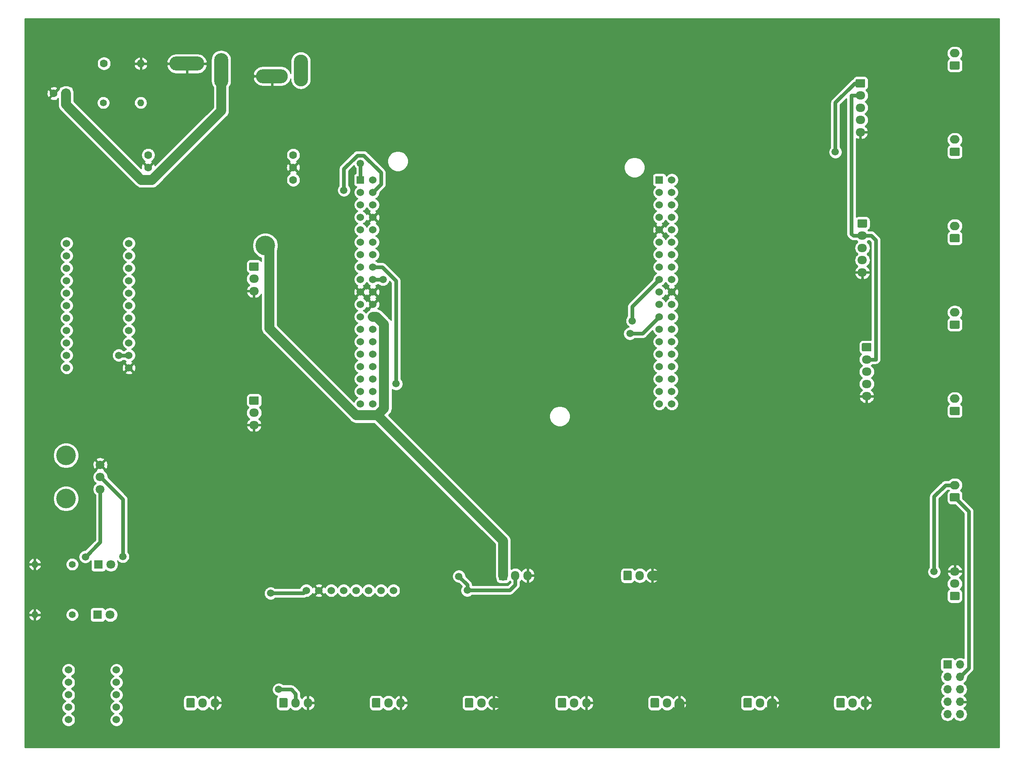
<source format=gbr>
G04 #@! TF.GenerationSoftware,KiCad,Pcbnew,(5.1.0)-1*
G04 #@! TF.CreationDate,2022-07-04T16:44:34+09:00*
G04 #@! TF.ProjectId,2022NHK_Include,32303232-4e48-44b5-9f49-6e636c756465,rev?*
G04 #@! TF.SameCoordinates,Original*
G04 #@! TF.FileFunction,Copper,L2,Bot*
G04 #@! TF.FilePolarity,Positive*
%FSLAX46Y46*%
G04 Gerber Fmt 4.6, Leading zero omitted, Abs format (unit mm)*
G04 Created by KiCad (PCBNEW (5.1.0)-1) date 2022-07-04 16:44:34*
%MOMM*%
%LPD*%
G04 APERTURE LIST*
%ADD10C,1.600000*%
%ADD11R,1.600000X1.600000*%
%ADD12O,1.600000X1.600000*%
%ADD13C,1.800000*%
%ADD14R,1.800000X1.800000*%
%ADD15O,2.900000X6.500000*%
%ADD16O,6.500000X2.900000*%
%ADD17O,2.000000X1.700000*%
%ADD18C,0.100000*%
%ADD19C,1.700000*%
%ADD20O,1.700000X1.950000*%
%ADD21O,1.950000X1.700000*%
%ADD22O,1.700000X1.700000*%
%ADD23R,1.700000X1.700000*%
%ADD24O,1.400000X1.400000*%
%ADD25C,1.400000*%
%ADD26C,1.524000*%
%ADD27C,1.530000*%
%ADD28R,1.530000X1.530000*%
%ADD29C,4.000000*%
%ADD30O,2.900000X7.100000*%
%ADD31O,7.100000X2.900000*%
%ADD32C,1.500000*%
%ADD33C,2.000000*%
%ADD34C,0.750000*%
%ADD35C,0.254000*%
G04 APERTURE END LIST*
D10*
X73660000Y-42037000D03*
X73660000Y-44577000D03*
X73660000Y-47117000D03*
X44069000Y-42037000D03*
X44069000Y-44577000D03*
X44069000Y-47117000D03*
X24805000Y-29464000D03*
D11*
X27305000Y-29464000D03*
D12*
X42552000Y-23368000D03*
D10*
X35052000Y-23368000D03*
D13*
X36449000Y-125603000D03*
D14*
X33909000Y-125603000D03*
D13*
X36322000Y-135890000D03*
D14*
X33782000Y-135890000D03*
D15*
X75208000Y-24765000D03*
D16*
X69308000Y-25940000D03*
D17*
X208588000Y-21249000D03*
D18*
G36*
X209362504Y-22900204D02*
G01*
X209386773Y-22903804D01*
X209410571Y-22909765D01*
X209433671Y-22918030D01*
X209455849Y-22928520D01*
X209476893Y-22941133D01*
X209496598Y-22955747D01*
X209514777Y-22972223D01*
X209531253Y-22990402D01*
X209545867Y-23010107D01*
X209558480Y-23031151D01*
X209568970Y-23053329D01*
X209577235Y-23076429D01*
X209583196Y-23100227D01*
X209586796Y-23124496D01*
X209588000Y-23149000D01*
X209588000Y-24349000D01*
X209586796Y-24373504D01*
X209583196Y-24397773D01*
X209577235Y-24421571D01*
X209568970Y-24444671D01*
X209558480Y-24466849D01*
X209545867Y-24487893D01*
X209531253Y-24507598D01*
X209514777Y-24525777D01*
X209496598Y-24542253D01*
X209476893Y-24556867D01*
X209455849Y-24569480D01*
X209433671Y-24579970D01*
X209410571Y-24588235D01*
X209386773Y-24594196D01*
X209362504Y-24597796D01*
X209338000Y-24599000D01*
X207838000Y-24599000D01*
X207813496Y-24597796D01*
X207789227Y-24594196D01*
X207765429Y-24588235D01*
X207742329Y-24579970D01*
X207720151Y-24569480D01*
X207699107Y-24556867D01*
X207679402Y-24542253D01*
X207661223Y-24525777D01*
X207644747Y-24507598D01*
X207630133Y-24487893D01*
X207617520Y-24466849D01*
X207607030Y-24444671D01*
X207598765Y-24421571D01*
X207592804Y-24397773D01*
X207589204Y-24373504D01*
X207588000Y-24349000D01*
X207588000Y-23149000D01*
X207589204Y-23124496D01*
X207592804Y-23100227D01*
X207598765Y-23076429D01*
X207607030Y-23053329D01*
X207617520Y-23031151D01*
X207630133Y-23010107D01*
X207644747Y-22990402D01*
X207661223Y-22972223D01*
X207679402Y-22955747D01*
X207699107Y-22941133D01*
X207720151Y-22928520D01*
X207742329Y-22918030D01*
X207765429Y-22909765D01*
X207789227Y-22903804D01*
X207813496Y-22900204D01*
X207838000Y-22899000D01*
X209338000Y-22899000D01*
X209362504Y-22900204D01*
X209362504Y-22900204D01*
G37*
D19*
X208588000Y-23749000D03*
D17*
X208588000Y-38884900D03*
D18*
G36*
X209362504Y-40536104D02*
G01*
X209386773Y-40539704D01*
X209410571Y-40545665D01*
X209433671Y-40553930D01*
X209455849Y-40564420D01*
X209476893Y-40577033D01*
X209496598Y-40591647D01*
X209514777Y-40608123D01*
X209531253Y-40626302D01*
X209545867Y-40646007D01*
X209558480Y-40667051D01*
X209568970Y-40689229D01*
X209577235Y-40712329D01*
X209583196Y-40736127D01*
X209586796Y-40760396D01*
X209588000Y-40784900D01*
X209588000Y-41984900D01*
X209586796Y-42009404D01*
X209583196Y-42033673D01*
X209577235Y-42057471D01*
X209568970Y-42080571D01*
X209558480Y-42102749D01*
X209545867Y-42123793D01*
X209531253Y-42143498D01*
X209514777Y-42161677D01*
X209496598Y-42178153D01*
X209476893Y-42192767D01*
X209455849Y-42205380D01*
X209433671Y-42215870D01*
X209410571Y-42224135D01*
X209386773Y-42230096D01*
X209362504Y-42233696D01*
X209338000Y-42234900D01*
X207838000Y-42234900D01*
X207813496Y-42233696D01*
X207789227Y-42230096D01*
X207765429Y-42224135D01*
X207742329Y-42215870D01*
X207720151Y-42205380D01*
X207699107Y-42192767D01*
X207679402Y-42178153D01*
X207661223Y-42161677D01*
X207644747Y-42143498D01*
X207630133Y-42123793D01*
X207617520Y-42102749D01*
X207607030Y-42080571D01*
X207598765Y-42057471D01*
X207592804Y-42033673D01*
X207589204Y-42009404D01*
X207588000Y-41984900D01*
X207588000Y-40784900D01*
X207589204Y-40760396D01*
X207592804Y-40736127D01*
X207598765Y-40712329D01*
X207607030Y-40689229D01*
X207617520Y-40667051D01*
X207630133Y-40646007D01*
X207644747Y-40626302D01*
X207661223Y-40608123D01*
X207679402Y-40591647D01*
X207699107Y-40577033D01*
X207720151Y-40564420D01*
X207742329Y-40553930D01*
X207765429Y-40545665D01*
X207789227Y-40539704D01*
X207813496Y-40536104D01*
X207838000Y-40534900D01*
X209338000Y-40534900D01*
X209362504Y-40536104D01*
X209362504Y-40536104D01*
G37*
D19*
X208588000Y-41384900D03*
D17*
X208588000Y-56520700D03*
D18*
G36*
X209362504Y-58171904D02*
G01*
X209386773Y-58175504D01*
X209410571Y-58181465D01*
X209433671Y-58189730D01*
X209455849Y-58200220D01*
X209476893Y-58212833D01*
X209496598Y-58227447D01*
X209514777Y-58243923D01*
X209531253Y-58262102D01*
X209545867Y-58281807D01*
X209558480Y-58302851D01*
X209568970Y-58325029D01*
X209577235Y-58348129D01*
X209583196Y-58371927D01*
X209586796Y-58396196D01*
X209588000Y-58420700D01*
X209588000Y-59620700D01*
X209586796Y-59645204D01*
X209583196Y-59669473D01*
X209577235Y-59693271D01*
X209568970Y-59716371D01*
X209558480Y-59738549D01*
X209545867Y-59759593D01*
X209531253Y-59779298D01*
X209514777Y-59797477D01*
X209496598Y-59813953D01*
X209476893Y-59828567D01*
X209455849Y-59841180D01*
X209433671Y-59851670D01*
X209410571Y-59859935D01*
X209386773Y-59865896D01*
X209362504Y-59869496D01*
X209338000Y-59870700D01*
X207838000Y-59870700D01*
X207813496Y-59869496D01*
X207789227Y-59865896D01*
X207765429Y-59859935D01*
X207742329Y-59851670D01*
X207720151Y-59841180D01*
X207699107Y-59828567D01*
X207679402Y-59813953D01*
X207661223Y-59797477D01*
X207644747Y-59779298D01*
X207630133Y-59759593D01*
X207617520Y-59738549D01*
X207607030Y-59716371D01*
X207598765Y-59693271D01*
X207592804Y-59669473D01*
X207589204Y-59645204D01*
X207588000Y-59620700D01*
X207588000Y-58420700D01*
X207589204Y-58396196D01*
X207592804Y-58371927D01*
X207598765Y-58348129D01*
X207607030Y-58325029D01*
X207617520Y-58302851D01*
X207630133Y-58281807D01*
X207644747Y-58262102D01*
X207661223Y-58243923D01*
X207679402Y-58227447D01*
X207699107Y-58212833D01*
X207720151Y-58200220D01*
X207742329Y-58189730D01*
X207765429Y-58181465D01*
X207789227Y-58175504D01*
X207813496Y-58171904D01*
X207838000Y-58170700D01*
X209338000Y-58170700D01*
X209362504Y-58171904D01*
X209362504Y-58171904D01*
G37*
D19*
X208588000Y-59020700D03*
D17*
X208588000Y-74156600D03*
D18*
G36*
X209362504Y-75807804D02*
G01*
X209386773Y-75811404D01*
X209410571Y-75817365D01*
X209433671Y-75825630D01*
X209455849Y-75836120D01*
X209476893Y-75848733D01*
X209496598Y-75863347D01*
X209514777Y-75879823D01*
X209531253Y-75898002D01*
X209545867Y-75917707D01*
X209558480Y-75938751D01*
X209568970Y-75960929D01*
X209577235Y-75984029D01*
X209583196Y-76007827D01*
X209586796Y-76032096D01*
X209588000Y-76056600D01*
X209588000Y-77256600D01*
X209586796Y-77281104D01*
X209583196Y-77305373D01*
X209577235Y-77329171D01*
X209568970Y-77352271D01*
X209558480Y-77374449D01*
X209545867Y-77395493D01*
X209531253Y-77415198D01*
X209514777Y-77433377D01*
X209496598Y-77449853D01*
X209476893Y-77464467D01*
X209455849Y-77477080D01*
X209433671Y-77487570D01*
X209410571Y-77495835D01*
X209386773Y-77501796D01*
X209362504Y-77505396D01*
X209338000Y-77506600D01*
X207838000Y-77506600D01*
X207813496Y-77505396D01*
X207789227Y-77501796D01*
X207765429Y-77495835D01*
X207742329Y-77487570D01*
X207720151Y-77477080D01*
X207699107Y-77464467D01*
X207679402Y-77449853D01*
X207661223Y-77433377D01*
X207644747Y-77415198D01*
X207630133Y-77395493D01*
X207617520Y-77374449D01*
X207607030Y-77352271D01*
X207598765Y-77329171D01*
X207592804Y-77305373D01*
X207589204Y-77281104D01*
X207588000Y-77256600D01*
X207588000Y-76056600D01*
X207589204Y-76032096D01*
X207592804Y-76007827D01*
X207598765Y-75984029D01*
X207607030Y-75960929D01*
X207617520Y-75938751D01*
X207630133Y-75917707D01*
X207644747Y-75898002D01*
X207661223Y-75879823D01*
X207679402Y-75863347D01*
X207699107Y-75848733D01*
X207720151Y-75836120D01*
X207742329Y-75825630D01*
X207765429Y-75817365D01*
X207789227Y-75811404D01*
X207813496Y-75807804D01*
X207838000Y-75806600D01*
X209338000Y-75806600D01*
X209362504Y-75807804D01*
X209362504Y-75807804D01*
G37*
D19*
X208588000Y-76656600D03*
D17*
X208588000Y-91792400D03*
D18*
G36*
X209362504Y-93443604D02*
G01*
X209386773Y-93447204D01*
X209410571Y-93453165D01*
X209433671Y-93461430D01*
X209455849Y-93471920D01*
X209476893Y-93484533D01*
X209496598Y-93499147D01*
X209514777Y-93515623D01*
X209531253Y-93533802D01*
X209545867Y-93553507D01*
X209558480Y-93574551D01*
X209568970Y-93596729D01*
X209577235Y-93619829D01*
X209583196Y-93643627D01*
X209586796Y-93667896D01*
X209588000Y-93692400D01*
X209588000Y-94892400D01*
X209586796Y-94916904D01*
X209583196Y-94941173D01*
X209577235Y-94964971D01*
X209568970Y-94988071D01*
X209558480Y-95010249D01*
X209545867Y-95031293D01*
X209531253Y-95050998D01*
X209514777Y-95069177D01*
X209496598Y-95085653D01*
X209476893Y-95100267D01*
X209455849Y-95112880D01*
X209433671Y-95123370D01*
X209410571Y-95131635D01*
X209386773Y-95137596D01*
X209362504Y-95141196D01*
X209338000Y-95142400D01*
X207838000Y-95142400D01*
X207813496Y-95141196D01*
X207789227Y-95137596D01*
X207765429Y-95131635D01*
X207742329Y-95123370D01*
X207720151Y-95112880D01*
X207699107Y-95100267D01*
X207679402Y-95085653D01*
X207661223Y-95069177D01*
X207644747Y-95050998D01*
X207630133Y-95031293D01*
X207617520Y-95010249D01*
X207607030Y-94988071D01*
X207598765Y-94964971D01*
X207592804Y-94941173D01*
X207589204Y-94916904D01*
X207588000Y-94892400D01*
X207588000Y-93692400D01*
X207589204Y-93667896D01*
X207592804Y-93643627D01*
X207598765Y-93619829D01*
X207607030Y-93596729D01*
X207617520Y-93574551D01*
X207630133Y-93553507D01*
X207644747Y-93533802D01*
X207661223Y-93515623D01*
X207679402Y-93499147D01*
X207699107Y-93484533D01*
X207720151Y-93471920D01*
X207742329Y-93461430D01*
X207765429Y-93453165D01*
X207789227Y-93447204D01*
X207813496Y-93443604D01*
X207838000Y-93442400D01*
X209338000Y-93442400D01*
X209362504Y-93443604D01*
X209362504Y-93443604D01*
G37*
D19*
X208588000Y-94292400D03*
D17*
X208588000Y-109428000D03*
D18*
G36*
X209362504Y-111079204D02*
G01*
X209386773Y-111082804D01*
X209410571Y-111088765D01*
X209433671Y-111097030D01*
X209455849Y-111107520D01*
X209476893Y-111120133D01*
X209496598Y-111134747D01*
X209514777Y-111151223D01*
X209531253Y-111169402D01*
X209545867Y-111189107D01*
X209558480Y-111210151D01*
X209568970Y-111232329D01*
X209577235Y-111255429D01*
X209583196Y-111279227D01*
X209586796Y-111303496D01*
X209588000Y-111328000D01*
X209588000Y-112528000D01*
X209586796Y-112552504D01*
X209583196Y-112576773D01*
X209577235Y-112600571D01*
X209568970Y-112623671D01*
X209558480Y-112645849D01*
X209545867Y-112666893D01*
X209531253Y-112686598D01*
X209514777Y-112704777D01*
X209496598Y-112721253D01*
X209476893Y-112735867D01*
X209455849Y-112748480D01*
X209433671Y-112758970D01*
X209410571Y-112767235D01*
X209386773Y-112773196D01*
X209362504Y-112776796D01*
X209338000Y-112778000D01*
X207838000Y-112778000D01*
X207813496Y-112776796D01*
X207789227Y-112773196D01*
X207765429Y-112767235D01*
X207742329Y-112758970D01*
X207720151Y-112748480D01*
X207699107Y-112735867D01*
X207679402Y-112721253D01*
X207661223Y-112704777D01*
X207644747Y-112686598D01*
X207630133Y-112666893D01*
X207617520Y-112645849D01*
X207607030Y-112623671D01*
X207598765Y-112600571D01*
X207592804Y-112576773D01*
X207589204Y-112552504D01*
X207588000Y-112528000D01*
X207588000Y-111328000D01*
X207589204Y-111303496D01*
X207592804Y-111279227D01*
X207598765Y-111255429D01*
X207607030Y-111232329D01*
X207617520Y-111210151D01*
X207630133Y-111189107D01*
X207644747Y-111169402D01*
X207661223Y-111151223D01*
X207679402Y-111134747D01*
X207699107Y-111120133D01*
X207720151Y-111107520D01*
X207742329Y-111097030D01*
X207765429Y-111088765D01*
X207789227Y-111082804D01*
X207813496Y-111079204D01*
X207838000Y-111078000D01*
X209338000Y-111078000D01*
X209362504Y-111079204D01*
X209362504Y-111079204D01*
G37*
D19*
X208588000Y-111928000D03*
D20*
X95587300Y-153889000D03*
X93087300Y-153889000D03*
D18*
G36*
X91211804Y-152915204D02*
G01*
X91236073Y-152918804D01*
X91259871Y-152924765D01*
X91282971Y-152933030D01*
X91305149Y-152943520D01*
X91326193Y-152956133D01*
X91345898Y-152970747D01*
X91364077Y-152987223D01*
X91380553Y-153005402D01*
X91395167Y-153025107D01*
X91407780Y-153046151D01*
X91418270Y-153068329D01*
X91426535Y-153091429D01*
X91432496Y-153115227D01*
X91436096Y-153139496D01*
X91437300Y-153164000D01*
X91437300Y-154614000D01*
X91436096Y-154638504D01*
X91432496Y-154662773D01*
X91426535Y-154686571D01*
X91418270Y-154709671D01*
X91407780Y-154731849D01*
X91395167Y-154752893D01*
X91380553Y-154772598D01*
X91364077Y-154790777D01*
X91345898Y-154807253D01*
X91326193Y-154821867D01*
X91305149Y-154834480D01*
X91282971Y-154844970D01*
X91259871Y-154853235D01*
X91236073Y-154859196D01*
X91211804Y-154862796D01*
X91187300Y-154864000D01*
X89987300Y-154864000D01*
X89962796Y-154862796D01*
X89938527Y-154859196D01*
X89914729Y-154853235D01*
X89891629Y-154844970D01*
X89869451Y-154834480D01*
X89848407Y-154821867D01*
X89828702Y-154807253D01*
X89810523Y-154790777D01*
X89794047Y-154772598D01*
X89779433Y-154752893D01*
X89766820Y-154731849D01*
X89756330Y-154709671D01*
X89748065Y-154686571D01*
X89742104Y-154662773D01*
X89738504Y-154638504D01*
X89737300Y-154614000D01*
X89737300Y-153164000D01*
X89738504Y-153139496D01*
X89742104Y-153115227D01*
X89748065Y-153091429D01*
X89756330Y-153068329D01*
X89766820Y-153046151D01*
X89779433Y-153025107D01*
X89794047Y-153005402D01*
X89810523Y-152987223D01*
X89828702Y-152970747D01*
X89848407Y-152956133D01*
X89869451Y-152943520D01*
X89891629Y-152933030D01*
X89914729Y-152924765D01*
X89938527Y-152918804D01*
X89962796Y-152915204D01*
X89987300Y-152914000D01*
X91187300Y-152914000D01*
X91211804Y-152915204D01*
X91211804Y-152915204D01*
G37*
D19*
X90587300Y-153889000D03*
D20*
X114528000Y-153889000D03*
X112028000Y-153889000D03*
D18*
G36*
X110152504Y-152915204D02*
G01*
X110176773Y-152918804D01*
X110200571Y-152924765D01*
X110223671Y-152933030D01*
X110245849Y-152943520D01*
X110266893Y-152956133D01*
X110286598Y-152970747D01*
X110304777Y-152987223D01*
X110321253Y-153005402D01*
X110335867Y-153025107D01*
X110348480Y-153046151D01*
X110358970Y-153068329D01*
X110367235Y-153091429D01*
X110373196Y-153115227D01*
X110376796Y-153139496D01*
X110378000Y-153164000D01*
X110378000Y-154614000D01*
X110376796Y-154638504D01*
X110373196Y-154662773D01*
X110367235Y-154686571D01*
X110358970Y-154709671D01*
X110348480Y-154731849D01*
X110335867Y-154752893D01*
X110321253Y-154772598D01*
X110304777Y-154790777D01*
X110286598Y-154807253D01*
X110266893Y-154821867D01*
X110245849Y-154834480D01*
X110223671Y-154844970D01*
X110200571Y-154853235D01*
X110176773Y-154859196D01*
X110152504Y-154862796D01*
X110128000Y-154864000D01*
X108928000Y-154864000D01*
X108903496Y-154862796D01*
X108879227Y-154859196D01*
X108855429Y-154853235D01*
X108832329Y-154844970D01*
X108810151Y-154834480D01*
X108789107Y-154821867D01*
X108769402Y-154807253D01*
X108751223Y-154790777D01*
X108734747Y-154772598D01*
X108720133Y-154752893D01*
X108707520Y-154731849D01*
X108697030Y-154709671D01*
X108688765Y-154686571D01*
X108682804Y-154662773D01*
X108679204Y-154638504D01*
X108678000Y-154614000D01*
X108678000Y-153164000D01*
X108679204Y-153139496D01*
X108682804Y-153115227D01*
X108688765Y-153091429D01*
X108697030Y-153068329D01*
X108707520Y-153046151D01*
X108720133Y-153025107D01*
X108734747Y-153005402D01*
X108751223Y-152987223D01*
X108769402Y-152970747D01*
X108789107Y-152956133D01*
X108810151Y-152943520D01*
X108832329Y-152933030D01*
X108855429Y-152924765D01*
X108879227Y-152918804D01*
X108903496Y-152915204D01*
X108928000Y-152914000D01*
X110128000Y-152914000D01*
X110152504Y-152915204D01*
X110152504Y-152915204D01*
G37*
D19*
X109528000Y-153889000D03*
D20*
X133470000Y-153889000D03*
X130970000Y-153889000D03*
D18*
G36*
X129094504Y-152915204D02*
G01*
X129118773Y-152918804D01*
X129142571Y-152924765D01*
X129165671Y-152933030D01*
X129187849Y-152943520D01*
X129208893Y-152956133D01*
X129228598Y-152970747D01*
X129246777Y-152987223D01*
X129263253Y-153005402D01*
X129277867Y-153025107D01*
X129290480Y-153046151D01*
X129300970Y-153068329D01*
X129309235Y-153091429D01*
X129315196Y-153115227D01*
X129318796Y-153139496D01*
X129320000Y-153164000D01*
X129320000Y-154614000D01*
X129318796Y-154638504D01*
X129315196Y-154662773D01*
X129309235Y-154686571D01*
X129300970Y-154709671D01*
X129290480Y-154731849D01*
X129277867Y-154752893D01*
X129263253Y-154772598D01*
X129246777Y-154790777D01*
X129228598Y-154807253D01*
X129208893Y-154821867D01*
X129187849Y-154834480D01*
X129165671Y-154844970D01*
X129142571Y-154853235D01*
X129118773Y-154859196D01*
X129094504Y-154862796D01*
X129070000Y-154864000D01*
X127870000Y-154864000D01*
X127845496Y-154862796D01*
X127821227Y-154859196D01*
X127797429Y-154853235D01*
X127774329Y-154844970D01*
X127752151Y-154834480D01*
X127731107Y-154821867D01*
X127711402Y-154807253D01*
X127693223Y-154790777D01*
X127676747Y-154772598D01*
X127662133Y-154752893D01*
X127649520Y-154731849D01*
X127639030Y-154709671D01*
X127630765Y-154686571D01*
X127624804Y-154662773D01*
X127621204Y-154638504D01*
X127620000Y-154614000D01*
X127620000Y-153164000D01*
X127621204Y-153139496D01*
X127624804Y-153115227D01*
X127630765Y-153091429D01*
X127639030Y-153068329D01*
X127649520Y-153046151D01*
X127662133Y-153025107D01*
X127676747Y-153005402D01*
X127693223Y-152987223D01*
X127711402Y-152970747D01*
X127731107Y-152956133D01*
X127752151Y-152943520D01*
X127774329Y-152933030D01*
X127797429Y-152924765D01*
X127821227Y-152918804D01*
X127845496Y-152915204D01*
X127870000Y-152914000D01*
X129070000Y-152914000D01*
X129094504Y-152915204D01*
X129094504Y-152915204D01*
G37*
D19*
X128470000Y-153889000D03*
D21*
X208588000Y-127064000D03*
X208588000Y-129564000D03*
D18*
G36*
X209337504Y-131215204D02*
G01*
X209361773Y-131218804D01*
X209385571Y-131224765D01*
X209408671Y-131233030D01*
X209430849Y-131243520D01*
X209451893Y-131256133D01*
X209471598Y-131270747D01*
X209489777Y-131287223D01*
X209506253Y-131305402D01*
X209520867Y-131325107D01*
X209533480Y-131346151D01*
X209543970Y-131368329D01*
X209552235Y-131391429D01*
X209558196Y-131415227D01*
X209561796Y-131439496D01*
X209563000Y-131464000D01*
X209563000Y-132664000D01*
X209561796Y-132688504D01*
X209558196Y-132712773D01*
X209552235Y-132736571D01*
X209543970Y-132759671D01*
X209533480Y-132781849D01*
X209520867Y-132802893D01*
X209506253Y-132822598D01*
X209489777Y-132840777D01*
X209471598Y-132857253D01*
X209451893Y-132871867D01*
X209430849Y-132884480D01*
X209408671Y-132894970D01*
X209385571Y-132903235D01*
X209361773Y-132909196D01*
X209337504Y-132912796D01*
X209313000Y-132914000D01*
X207863000Y-132914000D01*
X207838496Y-132912796D01*
X207814227Y-132909196D01*
X207790429Y-132903235D01*
X207767329Y-132894970D01*
X207745151Y-132884480D01*
X207724107Y-132871867D01*
X207704402Y-132857253D01*
X207686223Y-132840777D01*
X207669747Y-132822598D01*
X207655133Y-132802893D01*
X207642520Y-132781849D01*
X207632030Y-132759671D01*
X207623765Y-132736571D01*
X207617804Y-132712773D01*
X207614204Y-132688504D01*
X207613000Y-132664000D01*
X207613000Y-131464000D01*
X207614204Y-131439496D01*
X207617804Y-131415227D01*
X207623765Y-131391429D01*
X207632030Y-131368329D01*
X207642520Y-131346151D01*
X207655133Y-131325107D01*
X207669747Y-131305402D01*
X207686223Y-131287223D01*
X207704402Y-131270747D01*
X207724107Y-131256133D01*
X207745151Y-131243520D01*
X207767329Y-131233030D01*
X207790429Y-131224765D01*
X207814227Y-131218804D01*
X207838496Y-131215204D01*
X207863000Y-131214000D01*
X209313000Y-131214000D01*
X209337504Y-131215204D01*
X209337504Y-131215204D01*
G37*
D19*
X208588000Y-132064000D03*
D20*
X190293000Y-153889000D03*
X187793000Y-153889000D03*
D18*
G36*
X185917504Y-152915204D02*
G01*
X185941773Y-152918804D01*
X185965571Y-152924765D01*
X185988671Y-152933030D01*
X186010849Y-152943520D01*
X186031893Y-152956133D01*
X186051598Y-152970747D01*
X186069777Y-152987223D01*
X186086253Y-153005402D01*
X186100867Y-153025107D01*
X186113480Y-153046151D01*
X186123970Y-153068329D01*
X186132235Y-153091429D01*
X186138196Y-153115227D01*
X186141796Y-153139496D01*
X186143000Y-153164000D01*
X186143000Y-154614000D01*
X186141796Y-154638504D01*
X186138196Y-154662773D01*
X186132235Y-154686571D01*
X186123970Y-154709671D01*
X186113480Y-154731849D01*
X186100867Y-154752893D01*
X186086253Y-154772598D01*
X186069777Y-154790777D01*
X186051598Y-154807253D01*
X186031893Y-154821867D01*
X186010849Y-154834480D01*
X185988671Y-154844970D01*
X185965571Y-154853235D01*
X185941773Y-154859196D01*
X185917504Y-154862796D01*
X185893000Y-154864000D01*
X184693000Y-154864000D01*
X184668496Y-154862796D01*
X184644227Y-154859196D01*
X184620429Y-154853235D01*
X184597329Y-154844970D01*
X184575151Y-154834480D01*
X184554107Y-154821867D01*
X184534402Y-154807253D01*
X184516223Y-154790777D01*
X184499747Y-154772598D01*
X184485133Y-154752893D01*
X184472520Y-154731849D01*
X184462030Y-154709671D01*
X184453765Y-154686571D01*
X184447804Y-154662773D01*
X184444204Y-154638504D01*
X184443000Y-154614000D01*
X184443000Y-153164000D01*
X184444204Y-153139496D01*
X184447804Y-153115227D01*
X184453765Y-153091429D01*
X184462030Y-153068329D01*
X184472520Y-153046151D01*
X184485133Y-153025107D01*
X184499747Y-153005402D01*
X184516223Y-152987223D01*
X184534402Y-152970747D01*
X184554107Y-152956133D01*
X184575151Y-152943520D01*
X184597329Y-152933030D01*
X184620429Y-152924765D01*
X184644227Y-152918804D01*
X184668496Y-152915204D01*
X184693000Y-152914000D01*
X185893000Y-152914000D01*
X185917504Y-152915204D01*
X185917504Y-152915204D01*
G37*
D19*
X185293000Y-153889000D03*
D20*
X171352000Y-153889000D03*
X168852000Y-153889000D03*
D18*
G36*
X166976504Y-152915204D02*
G01*
X167000773Y-152918804D01*
X167024571Y-152924765D01*
X167047671Y-152933030D01*
X167069849Y-152943520D01*
X167090893Y-152956133D01*
X167110598Y-152970747D01*
X167128777Y-152987223D01*
X167145253Y-153005402D01*
X167159867Y-153025107D01*
X167172480Y-153046151D01*
X167182970Y-153068329D01*
X167191235Y-153091429D01*
X167197196Y-153115227D01*
X167200796Y-153139496D01*
X167202000Y-153164000D01*
X167202000Y-154614000D01*
X167200796Y-154638504D01*
X167197196Y-154662773D01*
X167191235Y-154686571D01*
X167182970Y-154709671D01*
X167172480Y-154731849D01*
X167159867Y-154752893D01*
X167145253Y-154772598D01*
X167128777Y-154790777D01*
X167110598Y-154807253D01*
X167090893Y-154821867D01*
X167069849Y-154834480D01*
X167047671Y-154844970D01*
X167024571Y-154853235D01*
X167000773Y-154859196D01*
X166976504Y-154862796D01*
X166952000Y-154864000D01*
X165752000Y-154864000D01*
X165727496Y-154862796D01*
X165703227Y-154859196D01*
X165679429Y-154853235D01*
X165656329Y-154844970D01*
X165634151Y-154834480D01*
X165613107Y-154821867D01*
X165593402Y-154807253D01*
X165575223Y-154790777D01*
X165558747Y-154772598D01*
X165544133Y-154752893D01*
X165531520Y-154731849D01*
X165521030Y-154709671D01*
X165512765Y-154686571D01*
X165506804Y-154662773D01*
X165503204Y-154638504D01*
X165502000Y-154614000D01*
X165502000Y-153164000D01*
X165503204Y-153139496D01*
X165506804Y-153115227D01*
X165512765Y-153091429D01*
X165521030Y-153068329D01*
X165531520Y-153046151D01*
X165544133Y-153025107D01*
X165558747Y-153005402D01*
X165575223Y-152987223D01*
X165593402Y-152970747D01*
X165613107Y-152956133D01*
X165634151Y-152943520D01*
X165656329Y-152933030D01*
X165679429Y-152924765D01*
X165703227Y-152918804D01*
X165727496Y-152915204D01*
X165752000Y-152914000D01*
X166952000Y-152914000D01*
X166976504Y-152915204D01*
X166976504Y-152915204D01*
G37*
D19*
X166352000Y-153889000D03*
D20*
X152411000Y-153889000D03*
X149911000Y-153889000D03*
D18*
G36*
X148035504Y-152915204D02*
G01*
X148059773Y-152918804D01*
X148083571Y-152924765D01*
X148106671Y-152933030D01*
X148128849Y-152943520D01*
X148149893Y-152956133D01*
X148169598Y-152970747D01*
X148187777Y-152987223D01*
X148204253Y-153005402D01*
X148218867Y-153025107D01*
X148231480Y-153046151D01*
X148241970Y-153068329D01*
X148250235Y-153091429D01*
X148256196Y-153115227D01*
X148259796Y-153139496D01*
X148261000Y-153164000D01*
X148261000Y-154614000D01*
X148259796Y-154638504D01*
X148256196Y-154662773D01*
X148250235Y-154686571D01*
X148241970Y-154709671D01*
X148231480Y-154731849D01*
X148218867Y-154752893D01*
X148204253Y-154772598D01*
X148187777Y-154790777D01*
X148169598Y-154807253D01*
X148149893Y-154821867D01*
X148128849Y-154834480D01*
X148106671Y-154844970D01*
X148083571Y-154853235D01*
X148059773Y-154859196D01*
X148035504Y-154862796D01*
X148011000Y-154864000D01*
X146811000Y-154864000D01*
X146786496Y-154862796D01*
X146762227Y-154859196D01*
X146738429Y-154853235D01*
X146715329Y-154844970D01*
X146693151Y-154834480D01*
X146672107Y-154821867D01*
X146652402Y-154807253D01*
X146634223Y-154790777D01*
X146617747Y-154772598D01*
X146603133Y-154752893D01*
X146590520Y-154731849D01*
X146580030Y-154709671D01*
X146571765Y-154686571D01*
X146565804Y-154662773D01*
X146562204Y-154638504D01*
X146561000Y-154614000D01*
X146561000Y-153164000D01*
X146562204Y-153139496D01*
X146565804Y-153115227D01*
X146571765Y-153091429D01*
X146580030Y-153068329D01*
X146590520Y-153046151D01*
X146603133Y-153025107D01*
X146617747Y-153005402D01*
X146634223Y-152987223D01*
X146652402Y-152970747D01*
X146672107Y-152956133D01*
X146693151Y-152943520D01*
X146715329Y-152933030D01*
X146738429Y-152924765D01*
X146762227Y-152918804D01*
X146786496Y-152915204D01*
X146811000Y-152914000D01*
X148011000Y-152914000D01*
X148035504Y-152915204D01*
X148035504Y-152915204D01*
G37*
D19*
X147411000Y-153889000D03*
D22*
X209677000Y-156210000D03*
X207137000Y-156210000D03*
X209677000Y-153670000D03*
X207137000Y-153670000D03*
X209677000Y-151130000D03*
X207137000Y-151130000D03*
X209677000Y-148590000D03*
X207137000Y-148590000D03*
X209677000Y-146050000D03*
D23*
X207137000Y-146050000D03*
D24*
X20955000Y-125603000D03*
D25*
X28575000Y-125603000D03*
D24*
X20955000Y-135890000D03*
D25*
X28575000Y-135890000D03*
D26*
X27432000Y-85471000D03*
X27432000Y-82931000D03*
X27432000Y-80391000D03*
X27432000Y-77851000D03*
X27432000Y-75311000D03*
X27432000Y-72771000D03*
X27432000Y-70231000D03*
X27432000Y-67691000D03*
X27432000Y-65151000D03*
X27432000Y-62611000D03*
X27432000Y-60071000D03*
X40132000Y-60071000D03*
X40132000Y-62611000D03*
X40132000Y-65151000D03*
X40132000Y-67691000D03*
X40132000Y-70231000D03*
X40132000Y-72771000D03*
X40132000Y-75311000D03*
X40132000Y-77851000D03*
X40132000Y-80391000D03*
X40132000Y-82931000D03*
X40132000Y-85471000D03*
X94107000Y-130937000D03*
X91567000Y-130937000D03*
X89027000Y-130937000D03*
X86487000Y-130937000D03*
X83947000Y-130937000D03*
X81407000Y-130937000D03*
X78867000Y-130937000D03*
X76327000Y-130937000D03*
D24*
X42545000Y-31369000D03*
D25*
X34925000Y-31369000D03*
D26*
X27813000Y-157331000D03*
X27813000Y-147171000D03*
X27813000Y-154791000D03*
X27813000Y-149711000D03*
X27813000Y-152251000D03*
X37592000Y-157331000D03*
X37592000Y-147171000D03*
X37592000Y-154791000D03*
X37592000Y-149711000D03*
X37592000Y-152251000D03*
D27*
X87376000Y-62372000D03*
X87376000Y-72532000D03*
X89916000Y-64912000D03*
X87376000Y-87772000D03*
D28*
X87376000Y-47132000D03*
D27*
X89916000Y-72532000D03*
X89916000Y-92852000D03*
X87376000Y-59832000D03*
X89916000Y-67452000D03*
X89916000Y-69992000D03*
X89916000Y-75072000D03*
X89916000Y-80152000D03*
X150876000Y-47132000D03*
X148336000Y-92852000D03*
X148336000Y-49672000D03*
X148336000Y-52212000D03*
X150876000Y-52212000D03*
X148336000Y-54752000D03*
X150876000Y-54752000D03*
X148336000Y-57292000D03*
X89916000Y-62372000D03*
X87376000Y-54752000D03*
X87376000Y-67452000D03*
X89916000Y-77612000D03*
X89916000Y-85232000D03*
X150876000Y-49672000D03*
X150876000Y-57292000D03*
X148336000Y-59832000D03*
X150876000Y-59832000D03*
X89916000Y-59832000D03*
X89916000Y-54752000D03*
X89916000Y-52212000D03*
X87376000Y-57292000D03*
X89916000Y-47132000D03*
X87376000Y-75072000D03*
X87376000Y-82692000D03*
X89916000Y-82692000D03*
X89916000Y-87772000D03*
X89916000Y-90312000D03*
X87376000Y-64912000D03*
D28*
X148336000Y-47132000D03*
D27*
X87376000Y-69992000D03*
X87376000Y-85232000D03*
X87376000Y-52212000D03*
X87376000Y-49672000D03*
X87376000Y-77612000D03*
X87376000Y-92852000D03*
X87376000Y-80152000D03*
X87376000Y-90312000D03*
X89916000Y-49672000D03*
X89916000Y-57292000D03*
X150876000Y-72532000D03*
X148336000Y-62372000D03*
X148336000Y-64912000D03*
X150876000Y-85232000D03*
X150876000Y-87772000D03*
X150876000Y-64912000D03*
X148336000Y-67452000D03*
X148336000Y-90312000D03*
X150876000Y-82692000D03*
X148336000Y-75072000D03*
X148336000Y-69992000D03*
X150876000Y-80152000D03*
X148336000Y-80152000D03*
X148336000Y-82692000D03*
X150876000Y-69992000D03*
X150876000Y-62372000D03*
X148336000Y-87772000D03*
X150876000Y-90312000D03*
X148336000Y-72532000D03*
X148336000Y-77612000D03*
X148336000Y-85232000D03*
X150876000Y-92852000D03*
X150876000Y-75072000D03*
X150876000Y-77612000D03*
X150876000Y-67452000D03*
D13*
X34290000Y-110283000D03*
X34290000Y-107783000D03*
X34290000Y-105283000D03*
D29*
X27290000Y-112183000D03*
X27290000Y-103383000D03*
D18*
G36*
X72270604Y-152915204D02*
G01*
X72294873Y-152918804D01*
X72318671Y-152924765D01*
X72341771Y-152933030D01*
X72363949Y-152943520D01*
X72384993Y-152956133D01*
X72404698Y-152970747D01*
X72422877Y-152987223D01*
X72439353Y-153005402D01*
X72453967Y-153025107D01*
X72466580Y-153046151D01*
X72477070Y-153068329D01*
X72485335Y-153091429D01*
X72491296Y-153115227D01*
X72494896Y-153139496D01*
X72496100Y-153164000D01*
X72496100Y-154614000D01*
X72494896Y-154638504D01*
X72491296Y-154662773D01*
X72485335Y-154686571D01*
X72477070Y-154709671D01*
X72466580Y-154731849D01*
X72453967Y-154752893D01*
X72439353Y-154772598D01*
X72422877Y-154790777D01*
X72404698Y-154807253D01*
X72384993Y-154821867D01*
X72363949Y-154834480D01*
X72341771Y-154844970D01*
X72318671Y-154853235D01*
X72294873Y-154859196D01*
X72270604Y-154862796D01*
X72246100Y-154864000D01*
X71046100Y-154864000D01*
X71021596Y-154862796D01*
X70997327Y-154859196D01*
X70973529Y-154853235D01*
X70950429Y-154844970D01*
X70928251Y-154834480D01*
X70907207Y-154821867D01*
X70887502Y-154807253D01*
X70869323Y-154790777D01*
X70852847Y-154772598D01*
X70838233Y-154752893D01*
X70825620Y-154731849D01*
X70815130Y-154709671D01*
X70806865Y-154686571D01*
X70800904Y-154662773D01*
X70797304Y-154638504D01*
X70796100Y-154614000D01*
X70796100Y-153164000D01*
X70797304Y-153139496D01*
X70800904Y-153115227D01*
X70806865Y-153091429D01*
X70815130Y-153068329D01*
X70825620Y-153046151D01*
X70838233Y-153025107D01*
X70852847Y-153005402D01*
X70869323Y-152987223D01*
X70887502Y-152970747D01*
X70907207Y-152956133D01*
X70928251Y-152943520D01*
X70950429Y-152933030D01*
X70973529Y-152924765D01*
X70997327Y-152918804D01*
X71021596Y-152915204D01*
X71046100Y-152914000D01*
X72246100Y-152914000D01*
X72270604Y-152915204D01*
X72270604Y-152915204D01*
G37*
D19*
X71646100Y-153889000D03*
D20*
X74146100Y-153889000D03*
X76646100Y-153889000D03*
D18*
G36*
X190106504Y-26536204D02*
G01*
X190130773Y-26539804D01*
X190154571Y-26545765D01*
X190177671Y-26554030D01*
X190199849Y-26564520D01*
X190220893Y-26577133D01*
X190240598Y-26591747D01*
X190258777Y-26608223D01*
X190275253Y-26626402D01*
X190289867Y-26646107D01*
X190302480Y-26667151D01*
X190312970Y-26689329D01*
X190321235Y-26712429D01*
X190327196Y-26736227D01*
X190330796Y-26760496D01*
X190332000Y-26785000D01*
X190332000Y-27985000D01*
X190330796Y-28009504D01*
X190327196Y-28033773D01*
X190321235Y-28057571D01*
X190312970Y-28080671D01*
X190302480Y-28102849D01*
X190289867Y-28123893D01*
X190275253Y-28143598D01*
X190258777Y-28161777D01*
X190240598Y-28178253D01*
X190220893Y-28192867D01*
X190199849Y-28205480D01*
X190177671Y-28215970D01*
X190154571Y-28224235D01*
X190130773Y-28230196D01*
X190106504Y-28233796D01*
X190082000Y-28235000D01*
X188632000Y-28235000D01*
X188607496Y-28233796D01*
X188583227Y-28230196D01*
X188559429Y-28224235D01*
X188536329Y-28215970D01*
X188514151Y-28205480D01*
X188493107Y-28192867D01*
X188473402Y-28178253D01*
X188455223Y-28161777D01*
X188438747Y-28143598D01*
X188424133Y-28123893D01*
X188411520Y-28102849D01*
X188401030Y-28080671D01*
X188392765Y-28057571D01*
X188386804Y-28033773D01*
X188383204Y-28009504D01*
X188382000Y-27985000D01*
X188382000Y-26785000D01*
X188383204Y-26760496D01*
X188386804Y-26736227D01*
X188392765Y-26712429D01*
X188401030Y-26689329D01*
X188411520Y-26667151D01*
X188424133Y-26646107D01*
X188438747Y-26626402D01*
X188455223Y-26608223D01*
X188473402Y-26591747D01*
X188493107Y-26577133D01*
X188514151Y-26564520D01*
X188536329Y-26554030D01*
X188559429Y-26545765D01*
X188583227Y-26539804D01*
X188607496Y-26536204D01*
X188632000Y-26535000D01*
X190082000Y-26535000D01*
X190106504Y-26536204D01*
X190106504Y-26536204D01*
G37*
D19*
X189357000Y-27385000D03*
D21*
X189357000Y-29885000D03*
X189357000Y-32385000D03*
X189357000Y-34885000D03*
X189357000Y-37385000D03*
D18*
G36*
X190487504Y-55158204D02*
G01*
X190511773Y-55161804D01*
X190535571Y-55167765D01*
X190558671Y-55176030D01*
X190580849Y-55186520D01*
X190601893Y-55199133D01*
X190621598Y-55213747D01*
X190639777Y-55230223D01*
X190656253Y-55248402D01*
X190670867Y-55268107D01*
X190683480Y-55289151D01*
X190693970Y-55311329D01*
X190702235Y-55334429D01*
X190708196Y-55358227D01*
X190711796Y-55382496D01*
X190713000Y-55407000D01*
X190713000Y-56607000D01*
X190711796Y-56631504D01*
X190708196Y-56655773D01*
X190702235Y-56679571D01*
X190693970Y-56702671D01*
X190683480Y-56724849D01*
X190670867Y-56745893D01*
X190656253Y-56765598D01*
X190639777Y-56783777D01*
X190621598Y-56800253D01*
X190601893Y-56814867D01*
X190580849Y-56827480D01*
X190558671Y-56837970D01*
X190535571Y-56846235D01*
X190511773Y-56852196D01*
X190487504Y-56855796D01*
X190463000Y-56857000D01*
X189013000Y-56857000D01*
X188988496Y-56855796D01*
X188964227Y-56852196D01*
X188940429Y-56846235D01*
X188917329Y-56837970D01*
X188895151Y-56827480D01*
X188874107Y-56814867D01*
X188854402Y-56800253D01*
X188836223Y-56783777D01*
X188819747Y-56765598D01*
X188805133Y-56745893D01*
X188792520Y-56724849D01*
X188782030Y-56702671D01*
X188773765Y-56679571D01*
X188767804Y-56655773D01*
X188764204Y-56631504D01*
X188763000Y-56607000D01*
X188763000Y-55407000D01*
X188764204Y-55382496D01*
X188767804Y-55358227D01*
X188773765Y-55334429D01*
X188782030Y-55311329D01*
X188792520Y-55289151D01*
X188805133Y-55268107D01*
X188819747Y-55248402D01*
X188836223Y-55230223D01*
X188854402Y-55213747D01*
X188874107Y-55199133D01*
X188895151Y-55186520D01*
X188917329Y-55176030D01*
X188940429Y-55167765D01*
X188964227Y-55161804D01*
X188988496Y-55158204D01*
X189013000Y-55157000D01*
X190463000Y-55157000D01*
X190487504Y-55158204D01*
X190487504Y-55158204D01*
G37*
D19*
X189738000Y-56007000D03*
D21*
X189738000Y-58507000D03*
X189738000Y-61007000D03*
X189738000Y-63507000D03*
X189738000Y-66007000D03*
X190627000Y-91280000D03*
X190627000Y-88780000D03*
X190627000Y-86280000D03*
X190627000Y-83780000D03*
D18*
G36*
X191376504Y-80431204D02*
G01*
X191400773Y-80434804D01*
X191424571Y-80440765D01*
X191447671Y-80449030D01*
X191469849Y-80459520D01*
X191490893Y-80472133D01*
X191510598Y-80486747D01*
X191528777Y-80503223D01*
X191545253Y-80521402D01*
X191559867Y-80541107D01*
X191572480Y-80562151D01*
X191582970Y-80584329D01*
X191591235Y-80607429D01*
X191597196Y-80631227D01*
X191600796Y-80655496D01*
X191602000Y-80680000D01*
X191602000Y-81880000D01*
X191600796Y-81904504D01*
X191597196Y-81928773D01*
X191591235Y-81952571D01*
X191582970Y-81975671D01*
X191572480Y-81997849D01*
X191559867Y-82018893D01*
X191545253Y-82038598D01*
X191528777Y-82056777D01*
X191510598Y-82073253D01*
X191490893Y-82087867D01*
X191469849Y-82100480D01*
X191447671Y-82110970D01*
X191424571Y-82119235D01*
X191400773Y-82125196D01*
X191376504Y-82128796D01*
X191352000Y-82130000D01*
X189902000Y-82130000D01*
X189877496Y-82128796D01*
X189853227Y-82125196D01*
X189829429Y-82119235D01*
X189806329Y-82110970D01*
X189784151Y-82100480D01*
X189763107Y-82087867D01*
X189743402Y-82073253D01*
X189725223Y-82056777D01*
X189708747Y-82038598D01*
X189694133Y-82018893D01*
X189681520Y-81997849D01*
X189671030Y-81975671D01*
X189662765Y-81952571D01*
X189656804Y-81928773D01*
X189653204Y-81904504D01*
X189652000Y-81880000D01*
X189652000Y-80680000D01*
X189653204Y-80655496D01*
X189656804Y-80631227D01*
X189662765Y-80607429D01*
X189671030Y-80584329D01*
X189681520Y-80562151D01*
X189694133Y-80541107D01*
X189708747Y-80521402D01*
X189725223Y-80503223D01*
X189743402Y-80486747D01*
X189763107Y-80472133D01*
X189784151Y-80459520D01*
X189806329Y-80449030D01*
X189829429Y-80440765D01*
X189853227Y-80434804D01*
X189877496Y-80431204D01*
X189902000Y-80430000D01*
X191352000Y-80430000D01*
X191376504Y-80431204D01*
X191376504Y-80431204D01*
G37*
D19*
X190627000Y-81280000D03*
D30*
X58959000Y-24765000D03*
D31*
X51959000Y-23390000D03*
D18*
G36*
X66408504Y-63961204D02*
G01*
X66432773Y-63964804D01*
X66456571Y-63970765D01*
X66479671Y-63979030D01*
X66501849Y-63989520D01*
X66522893Y-64002133D01*
X66542598Y-64016747D01*
X66560777Y-64033223D01*
X66577253Y-64051402D01*
X66591867Y-64071107D01*
X66604480Y-64092151D01*
X66614970Y-64114329D01*
X66623235Y-64137429D01*
X66629196Y-64161227D01*
X66632796Y-64185496D01*
X66634000Y-64210000D01*
X66634000Y-65410000D01*
X66632796Y-65434504D01*
X66629196Y-65458773D01*
X66623235Y-65482571D01*
X66614970Y-65505671D01*
X66604480Y-65527849D01*
X66591867Y-65548893D01*
X66577253Y-65568598D01*
X66560777Y-65586777D01*
X66542598Y-65603253D01*
X66522893Y-65617867D01*
X66501849Y-65630480D01*
X66479671Y-65640970D01*
X66456571Y-65649235D01*
X66432773Y-65655196D01*
X66408504Y-65658796D01*
X66384000Y-65660000D01*
X64934000Y-65660000D01*
X64909496Y-65658796D01*
X64885227Y-65655196D01*
X64861429Y-65649235D01*
X64838329Y-65640970D01*
X64816151Y-65630480D01*
X64795107Y-65617867D01*
X64775402Y-65603253D01*
X64757223Y-65586777D01*
X64740747Y-65568598D01*
X64726133Y-65548893D01*
X64713520Y-65527849D01*
X64703030Y-65505671D01*
X64694765Y-65482571D01*
X64688804Y-65458773D01*
X64685204Y-65434504D01*
X64684000Y-65410000D01*
X64684000Y-64210000D01*
X64685204Y-64185496D01*
X64688804Y-64161227D01*
X64694765Y-64137429D01*
X64703030Y-64114329D01*
X64713520Y-64092151D01*
X64726133Y-64071107D01*
X64740747Y-64051402D01*
X64757223Y-64033223D01*
X64775402Y-64016747D01*
X64795107Y-64002133D01*
X64816151Y-63989520D01*
X64838329Y-63979030D01*
X64861429Y-63970765D01*
X64885227Y-63964804D01*
X64909496Y-63961204D01*
X64934000Y-63960000D01*
X66384000Y-63960000D01*
X66408504Y-63961204D01*
X66408504Y-63961204D01*
G37*
D19*
X65659000Y-64810000D03*
D21*
X65659000Y-67310000D03*
X65659000Y-69810000D03*
X65659000Y-97155000D03*
X65659000Y-94655000D03*
D18*
G36*
X66408504Y-91306204D02*
G01*
X66432773Y-91309804D01*
X66456571Y-91315765D01*
X66479671Y-91324030D01*
X66501849Y-91334520D01*
X66522893Y-91347133D01*
X66542598Y-91361747D01*
X66560777Y-91378223D01*
X66577253Y-91396402D01*
X66591867Y-91416107D01*
X66604480Y-91437151D01*
X66614970Y-91459329D01*
X66623235Y-91482429D01*
X66629196Y-91506227D01*
X66632796Y-91530496D01*
X66634000Y-91555000D01*
X66634000Y-92755000D01*
X66632796Y-92779504D01*
X66629196Y-92803773D01*
X66623235Y-92827571D01*
X66614970Y-92850671D01*
X66604480Y-92872849D01*
X66591867Y-92893893D01*
X66577253Y-92913598D01*
X66560777Y-92931777D01*
X66542598Y-92948253D01*
X66522893Y-92962867D01*
X66501849Y-92975480D01*
X66479671Y-92985970D01*
X66456571Y-92994235D01*
X66432773Y-93000196D01*
X66408504Y-93003796D01*
X66384000Y-93005000D01*
X64934000Y-93005000D01*
X64909496Y-93003796D01*
X64885227Y-93000196D01*
X64861429Y-92994235D01*
X64838329Y-92985970D01*
X64816151Y-92975480D01*
X64795107Y-92962867D01*
X64775402Y-92948253D01*
X64757223Y-92931777D01*
X64740747Y-92913598D01*
X64726133Y-92893893D01*
X64713520Y-92872849D01*
X64703030Y-92850671D01*
X64694765Y-92827571D01*
X64688804Y-92803773D01*
X64685204Y-92779504D01*
X64684000Y-92755000D01*
X64684000Y-91555000D01*
X64685204Y-91530496D01*
X64688804Y-91506227D01*
X64694765Y-91482429D01*
X64703030Y-91459329D01*
X64713520Y-91437151D01*
X64726133Y-91416107D01*
X64740747Y-91396402D01*
X64757223Y-91378223D01*
X64775402Y-91361747D01*
X64795107Y-91347133D01*
X64816151Y-91334520D01*
X64838329Y-91324030D01*
X64861429Y-91315765D01*
X64885227Y-91309804D01*
X64909496Y-91306204D01*
X64934000Y-91305000D01*
X66384000Y-91305000D01*
X66408504Y-91306204D01*
X66408504Y-91306204D01*
G37*
D19*
X65659000Y-92155000D03*
D18*
G36*
X53329504Y-152915204D02*
G01*
X53353773Y-152918804D01*
X53377571Y-152924765D01*
X53400671Y-152933030D01*
X53422849Y-152943520D01*
X53443893Y-152956133D01*
X53463598Y-152970747D01*
X53481777Y-152987223D01*
X53498253Y-153005402D01*
X53512867Y-153025107D01*
X53525480Y-153046151D01*
X53535970Y-153068329D01*
X53544235Y-153091429D01*
X53550196Y-153115227D01*
X53553796Y-153139496D01*
X53555000Y-153164000D01*
X53555000Y-154614000D01*
X53553796Y-154638504D01*
X53550196Y-154662773D01*
X53544235Y-154686571D01*
X53535970Y-154709671D01*
X53525480Y-154731849D01*
X53512867Y-154752893D01*
X53498253Y-154772598D01*
X53481777Y-154790777D01*
X53463598Y-154807253D01*
X53443893Y-154821867D01*
X53422849Y-154834480D01*
X53400671Y-154844970D01*
X53377571Y-154853235D01*
X53353773Y-154859196D01*
X53329504Y-154862796D01*
X53305000Y-154864000D01*
X52105000Y-154864000D01*
X52080496Y-154862796D01*
X52056227Y-154859196D01*
X52032429Y-154853235D01*
X52009329Y-154844970D01*
X51987151Y-154834480D01*
X51966107Y-154821867D01*
X51946402Y-154807253D01*
X51928223Y-154790777D01*
X51911747Y-154772598D01*
X51897133Y-154752893D01*
X51884520Y-154731849D01*
X51874030Y-154709671D01*
X51865765Y-154686571D01*
X51859804Y-154662773D01*
X51856204Y-154638504D01*
X51855000Y-154614000D01*
X51855000Y-153164000D01*
X51856204Y-153139496D01*
X51859804Y-153115227D01*
X51865765Y-153091429D01*
X51874030Y-153068329D01*
X51884520Y-153046151D01*
X51897133Y-153025107D01*
X51911747Y-153005402D01*
X51928223Y-152987223D01*
X51946402Y-152970747D01*
X51966107Y-152956133D01*
X51987151Y-152943520D01*
X52009329Y-152933030D01*
X52032429Y-152924765D01*
X52056227Y-152918804D01*
X52080496Y-152915204D01*
X52105000Y-152914000D01*
X53305000Y-152914000D01*
X53329504Y-152915204D01*
X53329504Y-152915204D01*
G37*
D19*
X52705000Y-153889000D03*
D20*
X55205000Y-153889000D03*
X57705000Y-153889000D03*
X146859000Y-127889000D03*
X144359000Y-127889000D03*
D18*
G36*
X142483504Y-126915204D02*
G01*
X142507773Y-126918804D01*
X142531571Y-126924765D01*
X142554671Y-126933030D01*
X142576849Y-126943520D01*
X142597893Y-126956133D01*
X142617598Y-126970747D01*
X142635777Y-126987223D01*
X142652253Y-127005402D01*
X142666867Y-127025107D01*
X142679480Y-127046151D01*
X142689970Y-127068329D01*
X142698235Y-127091429D01*
X142704196Y-127115227D01*
X142707796Y-127139496D01*
X142709000Y-127164000D01*
X142709000Y-128614000D01*
X142707796Y-128638504D01*
X142704196Y-128662773D01*
X142698235Y-128686571D01*
X142689970Y-128709671D01*
X142679480Y-128731849D01*
X142666867Y-128752893D01*
X142652253Y-128772598D01*
X142635777Y-128790777D01*
X142617598Y-128807253D01*
X142597893Y-128821867D01*
X142576849Y-128834480D01*
X142554671Y-128844970D01*
X142531571Y-128853235D01*
X142507773Y-128859196D01*
X142483504Y-128862796D01*
X142459000Y-128864000D01*
X141259000Y-128864000D01*
X141234496Y-128862796D01*
X141210227Y-128859196D01*
X141186429Y-128853235D01*
X141163329Y-128844970D01*
X141141151Y-128834480D01*
X141120107Y-128821867D01*
X141100402Y-128807253D01*
X141082223Y-128790777D01*
X141065747Y-128772598D01*
X141051133Y-128752893D01*
X141038520Y-128731849D01*
X141028030Y-128709671D01*
X141019765Y-128686571D01*
X141013804Y-128662773D01*
X141010204Y-128638504D01*
X141009000Y-128614000D01*
X141009000Y-127164000D01*
X141010204Y-127139496D01*
X141013804Y-127115227D01*
X141019765Y-127091429D01*
X141028030Y-127068329D01*
X141038520Y-127046151D01*
X141051133Y-127025107D01*
X141065747Y-127005402D01*
X141082223Y-126987223D01*
X141100402Y-126970747D01*
X141120107Y-126956133D01*
X141141151Y-126943520D01*
X141163329Y-126933030D01*
X141186429Y-126924765D01*
X141210227Y-126918804D01*
X141234496Y-126915204D01*
X141259000Y-126914000D01*
X142459000Y-126914000D01*
X142483504Y-126915204D01*
X142483504Y-126915204D01*
G37*
D19*
X141859000Y-127889000D03*
D18*
G36*
X117083504Y-126915204D02*
G01*
X117107773Y-126918804D01*
X117131571Y-126924765D01*
X117154671Y-126933030D01*
X117176849Y-126943520D01*
X117197893Y-126956133D01*
X117217598Y-126970747D01*
X117235777Y-126987223D01*
X117252253Y-127005402D01*
X117266867Y-127025107D01*
X117279480Y-127046151D01*
X117289970Y-127068329D01*
X117298235Y-127091429D01*
X117304196Y-127115227D01*
X117307796Y-127139496D01*
X117309000Y-127164000D01*
X117309000Y-128614000D01*
X117307796Y-128638504D01*
X117304196Y-128662773D01*
X117298235Y-128686571D01*
X117289970Y-128709671D01*
X117279480Y-128731849D01*
X117266867Y-128752893D01*
X117252253Y-128772598D01*
X117235777Y-128790777D01*
X117217598Y-128807253D01*
X117197893Y-128821867D01*
X117176849Y-128834480D01*
X117154671Y-128844970D01*
X117131571Y-128853235D01*
X117107773Y-128859196D01*
X117083504Y-128862796D01*
X117059000Y-128864000D01*
X115859000Y-128864000D01*
X115834496Y-128862796D01*
X115810227Y-128859196D01*
X115786429Y-128853235D01*
X115763329Y-128844970D01*
X115741151Y-128834480D01*
X115720107Y-128821867D01*
X115700402Y-128807253D01*
X115682223Y-128790777D01*
X115665747Y-128772598D01*
X115651133Y-128752893D01*
X115638520Y-128731849D01*
X115628030Y-128709671D01*
X115619765Y-128686571D01*
X115613804Y-128662773D01*
X115610204Y-128638504D01*
X115609000Y-128614000D01*
X115609000Y-127164000D01*
X115610204Y-127139496D01*
X115613804Y-127115227D01*
X115619765Y-127091429D01*
X115628030Y-127068329D01*
X115638520Y-127046151D01*
X115651133Y-127025107D01*
X115665747Y-127005402D01*
X115682223Y-126987223D01*
X115700402Y-126970747D01*
X115720107Y-126956133D01*
X115741151Y-126943520D01*
X115763329Y-126933030D01*
X115786429Y-126924765D01*
X115810227Y-126918804D01*
X115834496Y-126915204D01*
X115859000Y-126914000D01*
X117059000Y-126914000D01*
X117083504Y-126915204D01*
X117083504Y-126915204D01*
G37*
D19*
X116459000Y-127889000D03*
D20*
X118959000Y-127889000D03*
X121459000Y-127889000D03*
D29*
X120270800Y-149161000D03*
X98489200Y-62292700D03*
X93458800Y-57262300D03*
X169024900Y-64276400D03*
X171352000Y-159908000D03*
X170139600Y-58525700D03*
X170193500Y-49013800D03*
X152411000Y-160002300D03*
X150971100Y-131503200D03*
X67947000Y-60541100D03*
D32*
X91957900Y-67452000D03*
X184223800Y-41416700D03*
X204378100Y-127109400D03*
X94631200Y-88732100D03*
X69050600Y-131503200D03*
X31259800Y-124074600D03*
X38062200Y-82931000D03*
X107429400Y-128051700D03*
X109168700Y-130909300D03*
X142804600Y-75896200D03*
X142347800Y-78490300D03*
X87376000Y-43767600D03*
X83986500Y-49230300D03*
X38889800Y-124007700D03*
X70681700Y-151148600D03*
D33*
X58959000Y-24765000D02*
X58959000Y-33010900D01*
X58959000Y-33010900D02*
X44852900Y-47117000D01*
X44852900Y-47117000D02*
X44069000Y-47117000D01*
X27305000Y-29464000D02*
X27305000Y-31764300D01*
X27305000Y-31764300D02*
X42657700Y-47117000D01*
X42657700Y-47117000D02*
X44069000Y-47117000D01*
X114528000Y-153889000D02*
X116925200Y-153889000D01*
X116925200Y-153889000D02*
X120037900Y-150776300D01*
X120037900Y-150776300D02*
X120037900Y-150261300D01*
X120037900Y-150261300D02*
X120638600Y-149660600D01*
X120638600Y-149660600D02*
X120638600Y-149528800D01*
X120638600Y-149528800D02*
X120270800Y-149161000D01*
X170139600Y-58525700D02*
X169024900Y-59640400D01*
X169024900Y-59640400D02*
X169024900Y-64276400D01*
X170193500Y-49013800D02*
X170193500Y-58471800D01*
X170193500Y-58471800D02*
X170139600Y-58525700D01*
X152411000Y-153889000D02*
X152411000Y-160002300D01*
X98489200Y-62292700D02*
X93458800Y-57262300D01*
X171352000Y-153889000D02*
X171352000Y-159908000D01*
X146859000Y-127889000D02*
X149209300Y-127889000D01*
X150971100Y-131503200D02*
X149209300Y-129741400D01*
X149209300Y-129741400D02*
X149209300Y-127889000D01*
X90797600Y-95175600D02*
X86488900Y-95175600D01*
X86488900Y-95175600D02*
X68768000Y-77454700D01*
X68768000Y-77454700D02*
X68768000Y-61362100D01*
X68768000Y-61362100D02*
X67947000Y-60541100D01*
X89916000Y-75072000D02*
X90658500Y-75072000D01*
X90658500Y-75072000D02*
X92201400Y-76614900D01*
X92201400Y-76614900D02*
X92201400Y-93771800D01*
X92201400Y-93771800D02*
X90797600Y-95175600D01*
X90797600Y-95175600D02*
X116459000Y-120837000D01*
X116459000Y-120837000D02*
X116459000Y-127889000D01*
D34*
X189738000Y-58507000D02*
X191588300Y-58507000D01*
X190627000Y-83780000D02*
X192477300Y-83780000D01*
X192477300Y-83780000D02*
X192482200Y-83775100D01*
X192482200Y-83775100D02*
X192482200Y-59400900D01*
X192482200Y-59400900D02*
X191588300Y-58507000D01*
X189738000Y-58507000D02*
X187887700Y-58507000D01*
X189357000Y-29885000D02*
X187506700Y-29885000D01*
X187506700Y-29885000D02*
X187506700Y-58126000D01*
X187506700Y-58126000D02*
X187887700Y-58507000D01*
X89916000Y-67452000D02*
X91957900Y-67452000D01*
X189357000Y-27385000D02*
X188194200Y-27385000D01*
X188194200Y-27385000D02*
X184223800Y-31355400D01*
X184223800Y-31355400D02*
X184223800Y-41416700D01*
X208588000Y-109428000D02*
X206712700Y-109428000D01*
X206712700Y-109428000D02*
X204378100Y-111762600D01*
X204378100Y-111762600D02*
X204378100Y-127109400D01*
X89916000Y-64912000D02*
X91811500Y-64912000D01*
X91811500Y-64912000D02*
X94631200Y-67731700D01*
X94631200Y-67731700D02*
X94631200Y-88732100D01*
X69050600Y-131503200D02*
X75760800Y-131503200D01*
X75760800Y-131503200D02*
X76327000Y-130937000D01*
X40132000Y-82931000D02*
X38062200Y-82931000D01*
X209677000Y-148590000D02*
X211453800Y-146813200D01*
X211453800Y-146813200D02*
X211453800Y-114793800D01*
X211453800Y-114793800D02*
X208588000Y-111928000D01*
X34290000Y-110283000D02*
X34290000Y-121044400D01*
X34290000Y-121044400D02*
X31259800Y-124074600D01*
X109168700Y-130909300D02*
X109168700Y-129791000D01*
X109168700Y-129791000D02*
X107429400Y-128051700D01*
X118959000Y-129739300D02*
X117789000Y-130909300D01*
X117789000Y-130909300D02*
X109168700Y-130909300D01*
X118959000Y-127889000D02*
X118959000Y-129739300D01*
X148336000Y-67452000D02*
X142804600Y-72983400D01*
X142804600Y-72983400D02*
X142804600Y-75896200D01*
X148336000Y-75072000D02*
X144917700Y-78490300D01*
X144917700Y-78490300D02*
X142347800Y-78490300D01*
X87376000Y-47132000D02*
X87376000Y-43767600D01*
X83986500Y-49230300D02*
X83986500Y-44837400D01*
X83986500Y-44837400D02*
X86710300Y-42113600D01*
X86710300Y-42113600D02*
X88028700Y-42113600D01*
X88028700Y-42113600D02*
X91565300Y-45650200D01*
X91565300Y-45650200D02*
X91565300Y-48022700D01*
X91565300Y-48022700D02*
X89916000Y-49672000D01*
X34290000Y-107783000D02*
X34373200Y-107783000D01*
X34373200Y-107783000D02*
X38889800Y-112299600D01*
X38889800Y-112299600D02*
X38889800Y-124007700D01*
X74146100Y-153889000D02*
X74146100Y-152038700D01*
X74146100Y-152038700D02*
X73256000Y-151148600D01*
X73256000Y-151148600D02*
X70681700Y-151148600D01*
D35*
G36*
X217628000Y-162929000D02*
G01*
X18948000Y-162929000D01*
X18948000Y-147033408D01*
X26416000Y-147033408D01*
X26416000Y-147308592D01*
X26469686Y-147578490D01*
X26574995Y-147832727D01*
X26727880Y-148061535D01*
X26922465Y-148256120D01*
X27151273Y-148409005D01*
X27228515Y-148441000D01*
X27151273Y-148472995D01*
X26922465Y-148625880D01*
X26727880Y-148820465D01*
X26574995Y-149049273D01*
X26469686Y-149303510D01*
X26416000Y-149573408D01*
X26416000Y-149848592D01*
X26469686Y-150118490D01*
X26574995Y-150372727D01*
X26727880Y-150601535D01*
X26922465Y-150796120D01*
X27151273Y-150949005D01*
X27228515Y-150981000D01*
X27151273Y-151012995D01*
X26922465Y-151165880D01*
X26727880Y-151360465D01*
X26574995Y-151589273D01*
X26469686Y-151843510D01*
X26416000Y-152113408D01*
X26416000Y-152388592D01*
X26469686Y-152658490D01*
X26574995Y-152912727D01*
X26727880Y-153141535D01*
X26922465Y-153336120D01*
X27151273Y-153489005D01*
X27228515Y-153521000D01*
X27151273Y-153552995D01*
X26922465Y-153705880D01*
X26727880Y-153900465D01*
X26574995Y-154129273D01*
X26469686Y-154383510D01*
X26416000Y-154653408D01*
X26416000Y-154928592D01*
X26469686Y-155198490D01*
X26574995Y-155452727D01*
X26727880Y-155681535D01*
X26922465Y-155876120D01*
X27151273Y-156029005D01*
X27228515Y-156061000D01*
X27151273Y-156092995D01*
X26922465Y-156245880D01*
X26727880Y-156440465D01*
X26574995Y-156669273D01*
X26469686Y-156923510D01*
X26416000Y-157193408D01*
X26416000Y-157468592D01*
X26469686Y-157738490D01*
X26574995Y-157992727D01*
X26727880Y-158221535D01*
X26922465Y-158416120D01*
X27151273Y-158569005D01*
X27405510Y-158674314D01*
X27675408Y-158728000D01*
X27950592Y-158728000D01*
X28220490Y-158674314D01*
X28474727Y-158569005D01*
X28703535Y-158416120D01*
X28898120Y-158221535D01*
X29051005Y-157992727D01*
X29156314Y-157738490D01*
X29210000Y-157468592D01*
X29210000Y-157193408D01*
X29156314Y-156923510D01*
X29051005Y-156669273D01*
X28898120Y-156440465D01*
X28703535Y-156245880D01*
X28474727Y-156092995D01*
X28397485Y-156061000D01*
X28474727Y-156029005D01*
X28703535Y-155876120D01*
X28898120Y-155681535D01*
X29051005Y-155452727D01*
X29156314Y-155198490D01*
X29210000Y-154928592D01*
X29210000Y-154653408D01*
X29156314Y-154383510D01*
X29051005Y-154129273D01*
X28898120Y-153900465D01*
X28703535Y-153705880D01*
X28474727Y-153552995D01*
X28397485Y-153521000D01*
X28474727Y-153489005D01*
X28703535Y-153336120D01*
X28898120Y-153141535D01*
X29051005Y-152912727D01*
X29156314Y-152658490D01*
X29210000Y-152388592D01*
X29210000Y-152113408D01*
X29156314Y-151843510D01*
X29051005Y-151589273D01*
X28898120Y-151360465D01*
X28703535Y-151165880D01*
X28474727Y-151012995D01*
X28397485Y-150981000D01*
X28474727Y-150949005D01*
X28703535Y-150796120D01*
X28898120Y-150601535D01*
X29051005Y-150372727D01*
X29156314Y-150118490D01*
X29210000Y-149848592D01*
X29210000Y-149573408D01*
X29156314Y-149303510D01*
X29051005Y-149049273D01*
X28898120Y-148820465D01*
X28703535Y-148625880D01*
X28474727Y-148472995D01*
X28397485Y-148441000D01*
X28474727Y-148409005D01*
X28703535Y-148256120D01*
X28898120Y-148061535D01*
X29051005Y-147832727D01*
X29156314Y-147578490D01*
X29210000Y-147308592D01*
X29210000Y-147033408D01*
X36195000Y-147033408D01*
X36195000Y-147308592D01*
X36248686Y-147578490D01*
X36353995Y-147832727D01*
X36506880Y-148061535D01*
X36701465Y-148256120D01*
X36930273Y-148409005D01*
X37007515Y-148441000D01*
X36930273Y-148472995D01*
X36701465Y-148625880D01*
X36506880Y-148820465D01*
X36353995Y-149049273D01*
X36248686Y-149303510D01*
X36195000Y-149573408D01*
X36195000Y-149848592D01*
X36248686Y-150118490D01*
X36353995Y-150372727D01*
X36506880Y-150601535D01*
X36701465Y-150796120D01*
X36930273Y-150949005D01*
X37007515Y-150981000D01*
X36930273Y-151012995D01*
X36701465Y-151165880D01*
X36506880Y-151360465D01*
X36353995Y-151589273D01*
X36248686Y-151843510D01*
X36195000Y-152113408D01*
X36195000Y-152388592D01*
X36248686Y-152658490D01*
X36353995Y-152912727D01*
X36506880Y-153141535D01*
X36701465Y-153336120D01*
X36930273Y-153489005D01*
X37007515Y-153521000D01*
X36930273Y-153552995D01*
X36701465Y-153705880D01*
X36506880Y-153900465D01*
X36353995Y-154129273D01*
X36248686Y-154383510D01*
X36195000Y-154653408D01*
X36195000Y-154928592D01*
X36248686Y-155198490D01*
X36353995Y-155452727D01*
X36506880Y-155681535D01*
X36701465Y-155876120D01*
X36930273Y-156029005D01*
X37007515Y-156061000D01*
X36930273Y-156092995D01*
X36701465Y-156245880D01*
X36506880Y-156440465D01*
X36353995Y-156669273D01*
X36248686Y-156923510D01*
X36195000Y-157193408D01*
X36195000Y-157468592D01*
X36248686Y-157738490D01*
X36353995Y-157992727D01*
X36506880Y-158221535D01*
X36701465Y-158416120D01*
X36930273Y-158569005D01*
X37184510Y-158674314D01*
X37454408Y-158728000D01*
X37729592Y-158728000D01*
X37999490Y-158674314D01*
X38253727Y-158569005D01*
X38482535Y-158416120D01*
X38677120Y-158221535D01*
X38830005Y-157992727D01*
X38935314Y-157738490D01*
X38989000Y-157468592D01*
X38989000Y-157193408D01*
X38935314Y-156923510D01*
X38830005Y-156669273D01*
X38677120Y-156440465D01*
X38482535Y-156245880D01*
X38253727Y-156092995D01*
X38176485Y-156061000D01*
X38253727Y-156029005D01*
X38482535Y-155876120D01*
X38677120Y-155681535D01*
X38830005Y-155452727D01*
X38935314Y-155198490D01*
X38989000Y-154928592D01*
X38989000Y-154653408D01*
X38935314Y-154383510D01*
X38830005Y-154129273D01*
X38677120Y-153900465D01*
X38482535Y-153705880D01*
X38253727Y-153552995D01*
X38176485Y-153521000D01*
X38253727Y-153489005D01*
X38482535Y-153336120D01*
X38654655Y-153164000D01*
X51216928Y-153164000D01*
X51216928Y-154614000D01*
X51233992Y-154787254D01*
X51284528Y-154953850D01*
X51366595Y-155107386D01*
X51477038Y-155241962D01*
X51611614Y-155352405D01*
X51765150Y-155434472D01*
X51931746Y-155485008D01*
X52105000Y-155502072D01*
X53305000Y-155502072D01*
X53478254Y-155485008D01*
X53644850Y-155434472D01*
X53798386Y-155352405D01*
X53932962Y-155241962D01*
X54043405Y-155107386D01*
X54097777Y-155005663D01*
X54149866Y-155069134D01*
X54375987Y-155254706D01*
X54633967Y-155392599D01*
X54913890Y-155477513D01*
X55205000Y-155506185D01*
X55496111Y-155477513D01*
X55776034Y-155392599D01*
X56034014Y-155254706D01*
X56260134Y-155069134D01*
X56445706Y-154843014D01*
X56459462Y-154817278D01*
X56615951Y-155023429D01*
X56833807Y-155216496D01*
X57085142Y-155363352D01*
X57348110Y-155455476D01*
X57578000Y-155334155D01*
X57578000Y-154016000D01*
X57832000Y-154016000D01*
X57832000Y-155334155D01*
X58061890Y-155455476D01*
X58324858Y-155363352D01*
X58576193Y-155216496D01*
X58794049Y-155023429D01*
X58970053Y-154791570D01*
X59097442Y-154529830D01*
X59171320Y-154248267D01*
X59031165Y-154016000D01*
X57832000Y-154016000D01*
X57578000Y-154016000D01*
X57558000Y-154016000D01*
X57558000Y-153762000D01*
X57578000Y-153762000D01*
X57578000Y-152443845D01*
X57832000Y-152443845D01*
X57832000Y-153762000D01*
X59031165Y-153762000D01*
X59171320Y-153529733D01*
X59097442Y-153248170D01*
X58970053Y-152986430D01*
X58794049Y-152754571D01*
X58576193Y-152561504D01*
X58324858Y-152414648D01*
X58061890Y-152322524D01*
X57832000Y-152443845D01*
X57578000Y-152443845D01*
X57348110Y-152322524D01*
X57085142Y-152414648D01*
X56833807Y-152561504D01*
X56615951Y-152754571D01*
X56459462Y-152960722D01*
X56445706Y-152934986D01*
X56260134Y-152708866D01*
X56034013Y-152523294D01*
X55776033Y-152385401D01*
X55496110Y-152300487D01*
X55205000Y-152271815D01*
X54913889Y-152300487D01*
X54633966Y-152385401D01*
X54375986Y-152523294D01*
X54149866Y-152708866D01*
X54097777Y-152772337D01*
X54043405Y-152670614D01*
X53932962Y-152536038D01*
X53798386Y-152425595D01*
X53644850Y-152343528D01*
X53478254Y-152292992D01*
X53305000Y-152275928D01*
X52105000Y-152275928D01*
X51931746Y-152292992D01*
X51765150Y-152343528D01*
X51611614Y-152425595D01*
X51477038Y-152536038D01*
X51366595Y-152670614D01*
X51284528Y-152824150D01*
X51233992Y-152990746D01*
X51216928Y-153164000D01*
X38654655Y-153164000D01*
X38677120Y-153141535D01*
X38830005Y-152912727D01*
X38935314Y-152658490D01*
X38989000Y-152388592D01*
X38989000Y-152113408D01*
X38935314Y-151843510D01*
X38830005Y-151589273D01*
X38677120Y-151360465D01*
X38482535Y-151165880D01*
X38253727Y-151012995D01*
X38251782Y-151012189D01*
X69296700Y-151012189D01*
X69296700Y-151285011D01*
X69349925Y-151552589D01*
X69454329Y-151804643D01*
X69605901Y-152031486D01*
X69798814Y-152224399D01*
X70025657Y-152375971D01*
X70277711Y-152480375D01*
X70445335Y-152513718D01*
X70418138Y-152536038D01*
X70307695Y-152670614D01*
X70225628Y-152824150D01*
X70175092Y-152990746D01*
X70158028Y-153164000D01*
X70158028Y-154614000D01*
X70175092Y-154787254D01*
X70225628Y-154953850D01*
X70307695Y-155107386D01*
X70418138Y-155241962D01*
X70552714Y-155352405D01*
X70706250Y-155434472D01*
X70872846Y-155485008D01*
X71046100Y-155502072D01*
X72246100Y-155502072D01*
X72419354Y-155485008D01*
X72585950Y-155434472D01*
X72739486Y-155352405D01*
X72874062Y-155241962D01*
X72984505Y-155107386D01*
X73038877Y-155005663D01*
X73090966Y-155069134D01*
X73317087Y-155254706D01*
X73575067Y-155392599D01*
X73854990Y-155477513D01*
X74146100Y-155506185D01*
X74437211Y-155477513D01*
X74717134Y-155392599D01*
X74975114Y-155254706D01*
X75201234Y-155069134D01*
X75386806Y-154843014D01*
X75400562Y-154817278D01*
X75557051Y-155023429D01*
X75774907Y-155216496D01*
X76026242Y-155363352D01*
X76289210Y-155455476D01*
X76519100Y-155334155D01*
X76519100Y-154016000D01*
X76773100Y-154016000D01*
X76773100Y-155334155D01*
X77002990Y-155455476D01*
X77265958Y-155363352D01*
X77517293Y-155216496D01*
X77735149Y-155023429D01*
X77911153Y-154791570D01*
X78038542Y-154529830D01*
X78112420Y-154248267D01*
X77972265Y-154016000D01*
X76773100Y-154016000D01*
X76519100Y-154016000D01*
X76499100Y-154016000D01*
X76499100Y-153762000D01*
X76519100Y-153762000D01*
X76519100Y-152443845D01*
X76773100Y-152443845D01*
X76773100Y-153762000D01*
X77972265Y-153762000D01*
X78112420Y-153529733D01*
X78038542Y-153248170D01*
X77997577Y-153164000D01*
X89099228Y-153164000D01*
X89099228Y-154614000D01*
X89116292Y-154787254D01*
X89166828Y-154953850D01*
X89248895Y-155107386D01*
X89359338Y-155241962D01*
X89493914Y-155352405D01*
X89647450Y-155434472D01*
X89814046Y-155485008D01*
X89987300Y-155502072D01*
X91187300Y-155502072D01*
X91360554Y-155485008D01*
X91527150Y-155434472D01*
X91680686Y-155352405D01*
X91815262Y-155241962D01*
X91925705Y-155107386D01*
X91980077Y-155005663D01*
X92032166Y-155069134D01*
X92258287Y-155254706D01*
X92516267Y-155392599D01*
X92796190Y-155477513D01*
X93087300Y-155506185D01*
X93378411Y-155477513D01*
X93658334Y-155392599D01*
X93916314Y-155254706D01*
X94142434Y-155069134D01*
X94328006Y-154843014D01*
X94341762Y-154817278D01*
X94498251Y-155023429D01*
X94716107Y-155216496D01*
X94967442Y-155363352D01*
X95230410Y-155455476D01*
X95460300Y-155334155D01*
X95460300Y-154016000D01*
X95714300Y-154016000D01*
X95714300Y-155334155D01*
X95944190Y-155455476D01*
X96207158Y-155363352D01*
X96458493Y-155216496D01*
X96676349Y-155023429D01*
X96852353Y-154791570D01*
X96979742Y-154529830D01*
X97053620Y-154248267D01*
X96913465Y-154016000D01*
X95714300Y-154016000D01*
X95460300Y-154016000D01*
X95440300Y-154016000D01*
X95440300Y-153762000D01*
X95460300Y-153762000D01*
X95460300Y-152443845D01*
X95714300Y-152443845D01*
X95714300Y-153762000D01*
X96913465Y-153762000D01*
X97053620Y-153529733D01*
X96979742Y-153248170D01*
X96938777Y-153164000D01*
X108039928Y-153164000D01*
X108039928Y-154614000D01*
X108056992Y-154787254D01*
X108107528Y-154953850D01*
X108189595Y-155107386D01*
X108300038Y-155241962D01*
X108434614Y-155352405D01*
X108588150Y-155434472D01*
X108754746Y-155485008D01*
X108928000Y-155502072D01*
X110128000Y-155502072D01*
X110301254Y-155485008D01*
X110467850Y-155434472D01*
X110621386Y-155352405D01*
X110755962Y-155241962D01*
X110866405Y-155107386D01*
X110920777Y-155005663D01*
X110972866Y-155069134D01*
X111198987Y-155254706D01*
X111456967Y-155392599D01*
X111736890Y-155477513D01*
X112028000Y-155506185D01*
X112319111Y-155477513D01*
X112599034Y-155392599D01*
X112857014Y-155254706D01*
X113083134Y-155069134D01*
X113268706Y-154843014D01*
X113282462Y-154817278D01*
X113438951Y-155023429D01*
X113656807Y-155216496D01*
X113908142Y-155363352D01*
X114171110Y-155455476D01*
X114401000Y-155334155D01*
X114401000Y-154016000D01*
X114655000Y-154016000D01*
X114655000Y-155334155D01*
X114884890Y-155455476D01*
X115147858Y-155363352D01*
X115399193Y-155216496D01*
X115617049Y-155023429D01*
X115793053Y-154791570D01*
X115920442Y-154529830D01*
X115994320Y-154248267D01*
X115854165Y-154016000D01*
X114655000Y-154016000D01*
X114401000Y-154016000D01*
X114381000Y-154016000D01*
X114381000Y-153762000D01*
X114401000Y-153762000D01*
X114401000Y-152443845D01*
X114655000Y-152443845D01*
X114655000Y-153762000D01*
X115854165Y-153762000D01*
X115994320Y-153529733D01*
X115920442Y-153248170D01*
X115879477Y-153164000D01*
X126981928Y-153164000D01*
X126981928Y-154614000D01*
X126998992Y-154787254D01*
X127049528Y-154953850D01*
X127131595Y-155107386D01*
X127242038Y-155241962D01*
X127376614Y-155352405D01*
X127530150Y-155434472D01*
X127696746Y-155485008D01*
X127870000Y-155502072D01*
X129070000Y-155502072D01*
X129243254Y-155485008D01*
X129409850Y-155434472D01*
X129563386Y-155352405D01*
X129697962Y-155241962D01*
X129808405Y-155107386D01*
X129862777Y-155005663D01*
X129914866Y-155069134D01*
X130140987Y-155254706D01*
X130398967Y-155392599D01*
X130678890Y-155477513D01*
X130970000Y-155506185D01*
X131261111Y-155477513D01*
X131541034Y-155392599D01*
X131799014Y-155254706D01*
X132025134Y-155069134D01*
X132210706Y-154843014D01*
X132224462Y-154817278D01*
X132380951Y-155023429D01*
X132598807Y-155216496D01*
X132850142Y-155363352D01*
X133113110Y-155455476D01*
X133343000Y-155334155D01*
X133343000Y-154016000D01*
X133597000Y-154016000D01*
X133597000Y-155334155D01*
X133826890Y-155455476D01*
X134089858Y-155363352D01*
X134341193Y-155216496D01*
X134559049Y-155023429D01*
X134735053Y-154791570D01*
X134862442Y-154529830D01*
X134936320Y-154248267D01*
X134796165Y-154016000D01*
X133597000Y-154016000D01*
X133343000Y-154016000D01*
X133323000Y-154016000D01*
X133323000Y-153762000D01*
X133343000Y-153762000D01*
X133343000Y-152443845D01*
X133597000Y-152443845D01*
X133597000Y-153762000D01*
X134796165Y-153762000D01*
X134936320Y-153529733D01*
X134862442Y-153248170D01*
X134821477Y-153164000D01*
X145922928Y-153164000D01*
X145922928Y-154614000D01*
X145939992Y-154787254D01*
X145990528Y-154953850D01*
X146072595Y-155107386D01*
X146183038Y-155241962D01*
X146317614Y-155352405D01*
X146471150Y-155434472D01*
X146637746Y-155485008D01*
X146811000Y-155502072D01*
X148011000Y-155502072D01*
X148184254Y-155485008D01*
X148350850Y-155434472D01*
X148504386Y-155352405D01*
X148638962Y-155241962D01*
X148749405Y-155107386D01*
X148803777Y-155005663D01*
X148855866Y-155069134D01*
X149081987Y-155254706D01*
X149339967Y-155392599D01*
X149619890Y-155477513D01*
X149911000Y-155506185D01*
X150202111Y-155477513D01*
X150482034Y-155392599D01*
X150740014Y-155254706D01*
X150966134Y-155069134D01*
X151151706Y-154843014D01*
X151165462Y-154817278D01*
X151321951Y-155023429D01*
X151539807Y-155216496D01*
X151791142Y-155363352D01*
X152054110Y-155455476D01*
X152284000Y-155334155D01*
X152284000Y-154016000D01*
X152538000Y-154016000D01*
X152538000Y-155334155D01*
X152767890Y-155455476D01*
X153030858Y-155363352D01*
X153282193Y-155216496D01*
X153500049Y-155023429D01*
X153676053Y-154791570D01*
X153803442Y-154529830D01*
X153877320Y-154248267D01*
X153737165Y-154016000D01*
X152538000Y-154016000D01*
X152284000Y-154016000D01*
X152264000Y-154016000D01*
X152264000Y-153762000D01*
X152284000Y-153762000D01*
X152284000Y-152443845D01*
X152538000Y-152443845D01*
X152538000Y-153762000D01*
X153737165Y-153762000D01*
X153877320Y-153529733D01*
X153803442Y-153248170D01*
X153762477Y-153164000D01*
X164863928Y-153164000D01*
X164863928Y-154614000D01*
X164880992Y-154787254D01*
X164931528Y-154953850D01*
X165013595Y-155107386D01*
X165124038Y-155241962D01*
X165258614Y-155352405D01*
X165412150Y-155434472D01*
X165578746Y-155485008D01*
X165752000Y-155502072D01*
X166952000Y-155502072D01*
X167125254Y-155485008D01*
X167291850Y-155434472D01*
X167445386Y-155352405D01*
X167579962Y-155241962D01*
X167690405Y-155107386D01*
X167744777Y-155005663D01*
X167796866Y-155069134D01*
X168022987Y-155254706D01*
X168280967Y-155392599D01*
X168560890Y-155477513D01*
X168852000Y-155506185D01*
X169143111Y-155477513D01*
X169423034Y-155392599D01*
X169681014Y-155254706D01*
X169907134Y-155069134D01*
X170092706Y-154843014D01*
X170106462Y-154817278D01*
X170262951Y-155023429D01*
X170480807Y-155216496D01*
X170732142Y-155363352D01*
X170995110Y-155455476D01*
X171225000Y-155334155D01*
X171225000Y-154016000D01*
X171479000Y-154016000D01*
X171479000Y-155334155D01*
X171708890Y-155455476D01*
X171971858Y-155363352D01*
X172223193Y-155216496D01*
X172441049Y-155023429D01*
X172617053Y-154791570D01*
X172744442Y-154529830D01*
X172818320Y-154248267D01*
X172678165Y-154016000D01*
X171479000Y-154016000D01*
X171225000Y-154016000D01*
X171205000Y-154016000D01*
X171205000Y-153762000D01*
X171225000Y-153762000D01*
X171225000Y-152443845D01*
X171479000Y-152443845D01*
X171479000Y-153762000D01*
X172678165Y-153762000D01*
X172818320Y-153529733D01*
X172744442Y-153248170D01*
X172703477Y-153164000D01*
X183804928Y-153164000D01*
X183804928Y-154614000D01*
X183821992Y-154787254D01*
X183872528Y-154953850D01*
X183954595Y-155107386D01*
X184065038Y-155241962D01*
X184199614Y-155352405D01*
X184353150Y-155434472D01*
X184519746Y-155485008D01*
X184693000Y-155502072D01*
X185893000Y-155502072D01*
X186066254Y-155485008D01*
X186232850Y-155434472D01*
X186386386Y-155352405D01*
X186520962Y-155241962D01*
X186631405Y-155107386D01*
X186685777Y-155005663D01*
X186737866Y-155069134D01*
X186963987Y-155254706D01*
X187221967Y-155392599D01*
X187501890Y-155477513D01*
X187793000Y-155506185D01*
X188084111Y-155477513D01*
X188364034Y-155392599D01*
X188622014Y-155254706D01*
X188848134Y-155069134D01*
X189033706Y-154843014D01*
X189047462Y-154817278D01*
X189203951Y-155023429D01*
X189421807Y-155216496D01*
X189673142Y-155363352D01*
X189936110Y-155455476D01*
X190166000Y-155334155D01*
X190166000Y-154016000D01*
X190420000Y-154016000D01*
X190420000Y-155334155D01*
X190649890Y-155455476D01*
X190912858Y-155363352D01*
X191164193Y-155216496D01*
X191382049Y-155023429D01*
X191558053Y-154791570D01*
X191685442Y-154529830D01*
X191759320Y-154248267D01*
X191619165Y-154016000D01*
X190420000Y-154016000D01*
X190166000Y-154016000D01*
X190146000Y-154016000D01*
X190146000Y-153762000D01*
X190166000Y-153762000D01*
X190166000Y-152443845D01*
X190420000Y-152443845D01*
X190420000Y-153762000D01*
X191619165Y-153762000D01*
X191759320Y-153529733D01*
X191685442Y-153248170D01*
X191558053Y-152986430D01*
X191382049Y-152754571D01*
X191164193Y-152561504D01*
X190912858Y-152414648D01*
X190649890Y-152322524D01*
X190420000Y-152443845D01*
X190166000Y-152443845D01*
X189936110Y-152322524D01*
X189673142Y-152414648D01*
X189421807Y-152561504D01*
X189203951Y-152754571D01*
X189047462Y-152960722D01*
X189033706Y-152934986D01*
X188848134Y-152708866D01*
X188622013Y-152523294D01*
X188364033Y-152385401D01*
X188084110Y-152300487D01*
X187793000Y-152271815D01*
X187501889Y-152300487D01*
X187221966Y-152385401D01*
X186963986Y-152523294D01*
X186737866Y-152708866D01*
X186685777Y-152772337D01*
X186631405Y-152670614D01*
X186520962Y-152536038D01*
X186386386Y-152425595D01*
X186232850Y-152343528D01*
X186066254Y-152292992D01*
X185893000Y-152275928D01*
X184693000Y-152275928D01*
X184519746Y-152292992D01*
X184353150Y-152343528D01*
X184199614Y-152425595D01*
X184065038Y-152536038D01*
X183954595Y-152670614D01*
X183872528Y-152824150D01*
X183821992Y-152990746D01*
X183804928Y-153164000D01*
X172703477Y-153164000D01*
X172617053Y-152986430D01*
X172441049Y-152754571D01*
X172223193Y-152561504D01*
X171971858Y-152414648D01*
X171708890Y-152322524D01*
X171479000Y-152443845D01*
X171225000Y-152443845D01*
X170995110Y-152322524D01*
X170732142Y-152414648D01*
X170480807Y-152561504D01*
X170262951Y-152754571D01*
X170106462Y-152960722D01*
X170092706Y-152934986D01*
X169907134Y-152708866D01*
X169681013Y-152523294D01*
X169423033Y-152385401D01*
X169143110Y-152300487D01*
X168852000Y-152271815D01*
X168560889Y-152300487D01*
X168280966Y-152385401D01*
X168022986Y-152523294D01*
X167796866Y-152708866D01*
X167744777Y-152772337D01*
X167690405Y-152670614D01*
X167579962Y-152536038D01*
X167445386Y-152425595D01*
X167291850Y-152343528D01*
X167125254Y-152292992D01*
X166952000Y-152275928D01*
X165752000Y-152275928D01*
X165578746Y-152292992D01*
X165412150Y-152343528D01*
X165258614Y-152425595D01*
X165124038Y-152536038D01*
X165013595Y-152670614D01*
X164931528Y-152824150D01*
X164880992Y-152990746D01*
X164863928Y-153164000D01*
X153762477Y-153164000D01*
X153676053Y-152986430D01*
X153500049Y-152754571D01*
X153282193Y-152561504D01*
X153030858Y-152414648D01*
X152767890Y-152322524D01*
X152538000Y-152443845D01*
X152284000Y-152443845D01*
X152054110Y-152322524D01*
X151791142Y-152414648D01*
X151539807Y-152561504D01*
X151321951Y-152754571D01*
X151165462Y-152960722D01*
X151151706Y-152934986D01*
X150966134Y-152708866D01*
X150740013Y-152523294D01*
X150482033Y-152385401D01*
X150202110Y-152300487D01*
X149911000Y-152271815D01*
X149619889Y-152300487D01*
X149339966Y-152385401D01*
X149081986Y-152523294D01*
X148855866Y-152708866D01*
X148803777Y-152772337D01*
X148749405Y-152670614D01*
X148638962Y-152536038D01*
X148504386Y-152425595D01*
X148350850Y-152343528D01*
X148184254Y-152292992D01*
X148011000Y-152275928D01*
X146811000Y-152275928D01*
X146637746Y-152292992D01*
X146471150Y-152343528D01*
X146317614Y-152425595D01*
X146183038Y-152536038D01*
X146072595Y-152670614D01*
X145990528Y-152824150D01*
X145939992Y-152990746D01*
X145922928Y-153164000D01*
X134821477Y-153164000D01*
X134735053Y-152986430D01*
X134559049Y-152754571D01*
X134341193Y-152561504D01*
X134089858Y-152414648D01*
X133826890Y-152322524D01*
X133597000Y-152443845D01*
X133343000Y-152443845D01*
X133113110Y-152322524D01*
X132850142Y-152414648D01*
X132598807Y-152561504D01*
X132380951Y-152754571D01*
X132224462Y-152960722D01*
X132210706Y-152934986D01*
X132025134Y-152708866D01*
X131799013Y-152523294D01*
X131541033Y-152385401D01*
X131261110Y-152300487D01*
X130970000Y-152271815D01*
X130678889Y-152300487D01*
X130398966Y-152385401D01*
X130140986Y-152523294D01*
X129914866Y-152708866D01*
X129862777Y-152772337D01*
X129808405Y-152670614D01*
X129697962Y-152536038D01*
X129563386Y-152425595D01*
X129409850Y-152343528D01*
X129243254Y-152292992D01*
X129070000Y-152275928D01*
X127870000Y-152275928D01*
X127696746Y-152292992D01*
X127530150Y-152343528D01*
X127376614Y-152425595D01*
X127242038Y-152536038D01*
X127131595Y-152670614D01*
X127049528Y-152824150D01*
X126998992Y-152990746D01*
X126981928Y-153164000D01*
X115879477Y-153164000D01*
X115793053Y-152986430D01*
X115617049Y-152754571D01*
X115399193Y-152561504D01*
X115147858Y-152414648D01*
X114884890Y-152322524D01*
X114655000Y-152443845D01*
X114401000Y-152443845D01*
X114171110Y-152322524D01*
X113908142Y-152414648D01*
X113656807Y-152561504D01*
X113438951Y-152754571D01*
X113282462Y-152960722D01*
X113268706Y-152934986D01*
X113083134Y-152708866D01*
X112857013Y-152523294D01*
X112599033Y-152385401D01*
X112319110Y-152300487D01*
X112028000Y-152271815D01*
X111736889Y-152300487D01*
X111456966Y-152385401D01*
X111198986Y-152523294D01*
X110972866Y-152708866D01*
X110920777Y-152772337D01*
X110866405Y-152670614D01*
X110755962Y-152536038D01*
X110621386Y-152425595D01*
X110467850Y-152343528D01*
X110301254Y-152292992D01*
X110128000Y-152275928D01*
X108928000Y-152275928D01*
X108754746Y-152292992D01*
X108588150Y-152343528D01*
X108434614Y-152425595D01*
X108300038Y-152536038D01*
X108189595Y-152670614D01*
X108107528Y-152824150D01*
X108056992Y-152990746D01*
X108039928Y-153164000D01*
X96938777Y-153164000D01*
X96852353Y-152986430D01*
X96676349Y-152754571D01*
X96458493Y-152561504D01*
X96207158Y-152414648D01*
X95944190Y-152322524D01*
X95714300Y-152443845D01*
X95460300Y-152443845D01*
X95230410Y-152322524D01*
X94967442Y-152414648D01*
X94716107Y-152561504D01*
X94498251Y-152754571D01*
X94341762Y-152960722D01*
X94328006Y-152934986D01*
X94142434Y-152708866D01*
X93916313Y-152523294D01*
X93658333Y-152385401D01*
X93378410Y-152300487D01*
X93087300Y-152271815D01*
X92796189Y-152300487D01*
X92516266Y-152385401D01*
X92258286Y-152523294D01*
X92032166Y-152708866D01*
X91980077Y-152772337D01*
X91925705Y-152670614D01*
X91815262Y-152536038D01*
X91680686Y-152425595D01*
X91527150Y-152343528D01*
X91360554Y-152292992D01*
X91187300Y-152275928D01*
X89987300Y-152275928D01*
X89814046Y-152292992D01*
X89647450Y-152343528D01*
X89493914Y-152425595D01*
X89359338Y-152536038D01*
X89248895Y-152670614D01*
X89166828Y-152824150D01*
X89116292Y-152990746D01*
X89099228Y-153164000D01*
X77997577Y-153164000D01*
X77911153Y-152986430D01*
X77735149Y-152754571D01*
X77517293Y-152561504D01*
X77265958Y-152414648D01*
X77002990Y-152322524D01*
X76773100Y-152443845D01*
X76519100Y-152443845D01*
X76289210Y-152322524D01*
X76026242Y-152414648D01*
X75774907Y-152561504D01*
X75557051Y-152754571D01*
X75400562Y-152960722D01*
X75386806Y-152934986D01*
X75201234Y-152708866D01*
X75156100Y-152671826D01*
X75156100Y-152088297D01*
X75160985Y-152038699D01*
X75156100Y-151989101D01*
X75156100Y-151989092D01*
X75141485Y-151840706D01*
X75083732Y-151650320D01*
X74989947Y-151474860D01*
X74863733Y-151321067D01*
X74825199Y-151289443D01*
X74005261Y-150469505D01*
X73973633Y-150430967D01*
X73819840Y-150304753D01*
X73644380Y-150210968D01*
X73453994Y-150153215D01*
X73305608Y-150138600D01*
X73256000Y-150133714D01*
X73206392Y-150138600D01*
X71630385Y-150138600D01*
X71564586Y-150072801D01*
X71337743Y-149921229D01*
X71085689Y-149816825D01*
X70818111Y-149763600D01*
X70545289Y-149763600D01*
X70277711Y-149816825D01*
X70025657Y-149921229D01*
X69798814Y-150072801D01*
X69605901Y-150265714D01*
X69454329Y-150492557D01*
X69349925Y-150744611D01*
X69296700Y-151012189D01*
X38251782Y-151012189D01*
X38176485Y-150981000D01*
X38253727Y-150949005D01*
X38482535Y-150796120D01*
X38677120Y-150601535D01*
X38830005Y-150372727D01*
X38935314Y-150118490D01*
X38989000Y-149848592D01*
X38989000Y-149573408D01*
X38935314Y-149303510D01*
X38830005Y-149049273D01*
X38677120Y-148820465D01*
X38482535Y-148625880D01*
X38253727Y-148472995D01*
X38176485Y-148441000D01*
X38253727Y-148409005D01*
X38482535Y-148256120D01*
X38677120Y-148061535D01*
X38830005Y-147832727D01*
X38935314Y-147578490D01*
X38989000Y-147308592D01*
X38989000Y-147033408D01*
X38935314Y-146763510D01*
X38830005Y-146509273D01*
X38677120Y-146280465D01*
X38482535Y-146085880D01*
X38253727Y-145932995D01*
X37999490Y-145827686D01*
X37729592Y-145774000D01*
X37454408Y-145774000D01*
X37184510Y-145827686D01*
X36930273Y-145932995D01*
X36701465Y-146085880D01*
X36506880Y-146280465D01*
X36353995Y-146509273D01*
X36248686Y-146763510D01*
X36195000Y-147033408D01*
X29210000Y-147033408D01*
X29156314Y-146763510D01*
X29051005Y-146509273D01*
X28898120Y-146280465D01*
X28703535Y-146085880D01*
X28474727Y-145932995D01*
X28220490Y-145827686D01*
X27950592Y-145774000D01*
X27675408Y-145774000D01*
X27405510Y-145827686D01*
X27151273Y-145932995D01*
X26922465Y-146085880D01*
X26727880Y-146280465D01*
X26574995Y-146509273D01*
X26469686Y-146763510D01*
X26416000Y-147033408D01*
X18948000Y-147033408D01*
X18948000Y-136223329D01*
X19662284Y-136223329D01*
X19694953Y-136331044D01*
X19805208Y-136568392D01*
X19959649Y-136779670D01*
X20152340Y-136956759D01*
X20375877Y-137092853D01*
X20621670Y-137182722D01*
X20828000Y-137060201D01*
X20828000Y-136017000D01*
X21082000Y-136017000D01*
X21082000Y-137060201D01*
X21288330Y-137182722D01*
X21534123Y-137092853D01*
X21757660Y-136956759D01*
X21950351Y-136779670D01*
X22104792Y-136568392D01*
X22215047Y-136331044D01*
X22247716Y-136223329D01*
X22124374Y-136017000D01*
X21082000Y-136017000D01*
X20828000Y-136017000D01*
X19785626Y-136017000D01*
X19662284Y-136223329D01*
X18948000Y-136223329D01*
X18948000Y-135556671D01*
X19662284Y-135556671D01*
X19785626Y-135763000D01*
X20828000Y-135763000D01*
X20828000Y-134719799D01*
X21082000Y-134719799D01*
X21082000Y-135763000D01*
X22124374Y-135763000D01*
X22127055Y-135758514D01*
X27240000Y-135758514D01*
X27240000Y-136021486D01*
X27291304Y-136279405D01*
X27391939Y-136522359D01*
X27538038Y-136741013D01*
X27723987Y-136926962D01*
X27942641Y-137073061D01*
X28185595Y-137173696D01*
X28443514Y-137225000D01*
X28706486Y-137225000D01*
X28964405Y-137173696D01*
X29207359Y-137073061D01*
X29426013Y-136926962D01*
X29611962Y-136741013D01*
X29758061Y-136522359D01*
X29858696Y-136279405D01*
X29910000Y-136021486D01*
X29910000Y-135758514D01*
X29858696Y-135500595D01*
X29758061Y-135257641D01*
X29611962Y-135038987D01*
X29562975Y-134990000D01*
X32243928Y-134990000D01*
X32243928Y-136790000D01*
X32256188Y-136914482D01*
X32292498Y-137034180D01*
X32351463Y-137144494D01*
X32430815Y-137241185D01*
X32527506Y-137320537D01*
X32637820Y-137379502D01*
X32757518Y-137415812D01*
X32882000Y-137428072D01*
X34682000Y-137428072D01*
X34806482Y-137415812D01*
X34926180Y-137379502D01*
X35036494Y-137320537D01*
X35133185Y-137241185D01*
X35212537Y-137144494D01*
X35271502Y-137034180D01*
X35277056Y-137015873D01*
X35343495Y-137082312D01*
X35594905Y-137250299D01*
X35874257Y-137366011D01*
X36170816Y-137425000D01*
X36473184Y-137425000D01*
X36769743Y-137366011D01*
X37049095Y-137250299D01*
X37300505Y-137082312D01*
X37514312Y-136868505D01*
X37682299Y-136617095D01*
X37798011Y-136337743D01*
X37857000Y-136041184D01*
X37857000Y-135738816D01*
X37798011Y-135442257D01*
X37682299Y-135162905D01*
X37514312Y-134911495D01*
X37300505Y-134697688D01*
X37049095Y-134529701D01*
X36769743Y-134413989D01*
X36473184Y-134355000D01*
X36170816Y-134355000D01*
X35874257Y-134413989D01*
X35594905Y-134529701D01*
X35343495Y-134697688D01*
X35277056Y-134764127D01*
X35271502Y-134745820D01*
X35212537Y-134635506D01*
X35133185Y-134538815D01*
X35036494Y-134459463D01*
X34926180Y-134400498D01*
X34806482Y-134364188D01*
X34682000Y-134351928D01*
X32882000Y-134351928D01*
X32757518Y-134364188D01*
X32637820Y-134400498D01*
X32527506Y-134459463D01*
X32430815Y-134538815D01*
X32351463Y-134635506D01*
X32292498Y-134745820D01*
X32256188Y-134865518D01*
X32243928Y-134990000D01*
X29562975Y-134990000D01*
X29426013Y-134853038D01*
X29207359Y-134706939D01*
X28964405Y-134606304D01*
X28706486Y-134555000D01*
X28443514Y-134555000D01*
X28185595Y-134606304D01*
X27942641Y-134706939D01*
X27723987Y-134853038D01*
X27538038Y-135038987D01*
X27391939Y-135257641D01*
X27291304Y-135500595D01*
X27240000Y-135758514D01*
X22127055Y-135758514D01*
X22247716Y-135556671D01*
X22215047Y-135448956D01*
X22104792Y-135211608D01*
X21950351Y-135000330D01*
X21757660Y-134823241D01*
X21534123Y-134687147D01*
X21288330Y-134597278D01*
X21082000Y-134719799D01*
X20828000Y-134719799D01*
X20621670Y-134597278D01*
X20375877Y-134687147D01*
X20152340Y-134823241D01*
X19959649Y-135000330D01*
X19805208Y-135211608D01*
X19694953Y-135448956D01*
X19662284Y-135556671D01*
X18948000Y-135556671D01*
X18948000Y-131366789D01*
X67665600Y-131366789D01*
X67665600Y-131639611D01*
X67718825Y-131907189D01*
X67823229Y-132159243D01*
X67974801Y-132386086D01*
X68167714Y-132578999D01*
X68394557Y-132730571D01*
X68646611Y-132834975D01*
X68914189Y-132888200D01*
X69187011Y-132888200D01*
X69454589Y-132834975D01*
X69706643Y-132730571D01*
X69933486Y-132578999D01*
X69999285Y-132513200D01*
X75711192Y-132513200D01*
X75760800Y-132518086D01*
X75958794Y-132498585D01*
X76149180Y-132440832D01*
X76324640Y-132347047D01*
X76340538Y-132334000D01*
X76464592Y-132334000D01*
X76734490Y-132280314D01*
X76988727Y-132175005D01*
X77217535Y-132022120D01*
X77337090Y-131902565D01*
X78081040Y-131902565D01*
X78148020Y-132142656D01*
X78397048Y-132259756D01*
X78664135Y-132326023D01*
X78939017Y-132338910D01*
X79211133Y-132297922D01*
X79470023Y-132204636D01*
X79585980Y-132142656D01*
X79652960Y-131902565D01*
X78867000Y-131116605D01*
X78081040Y-131902565D01*
X77337090Y-131902565D01*
X77412120Y-131827535D01*
X77565005Y-131598727D01*
X77594692Y-131527057D01*
X77599364Y-131540023D01*
X77661344Y-131655980D01*
X77901435Y-131722960D01*
X78687395Y-130937000D01*
X79046605Y-130937000D01*
X79832565Y-131722960D01*
X80072656Y-131655980D01*
X80136485Y-131520240D01*
X80168995Y-131598727D01*
X80321880Y-131827535D01*
X80516465Y-132022120D01*
X80745273Y-132175005D01*
X80999510Y-132280314D01*
X81269408Y-132334000D01*
X81544592Y-132334000D01*
X81814490Y-132280314D01*
X82068727Y-132175005D01*
X82297535Y-132022120D01*
X82492120Y-131827535D01*
X82645005Y-131598727D01*
X82677000Y-131521485D01*
X82708995Y-131598727D01*
X82861880Y-131827535D01*
X83056465Y-132022120D01*
X83285273Y-132175005D01*
X83539510Y-132280314D01*
X83809408Y-132334000D01*
X84084592Y-132334000D01*
X84354490Y-132280314D01*
X84608727Y-132175005D01*
X84837535Y-132022120D01*
X85032120Y-131827535D01*
X85185005Y-131598727D01*
X85217000Y-131521485D01*
X85248995Y-131598727D01*
X85401880Y-131827535D01*
X85596465Y-132022120D01*
X85825273Y-132175005D01*
X86079510Y-132280314D01*
X86349408Y-132334000D01*
X86624592Y-132334000D01*
X86894490Y-132280314D01*
X87148727Y-132175005D01*
X87377535Y-132022120D01*
X87572120Y-131827535D01*
X87725005Y-131598727D01*
X87757000Y-131521485D01*
X87788995Y-131598727D01*
X87941880Y-131827535D01*
X88136465Y-132022120D01*
X88365273Y-132175005D01*
X88619510Y-132280314D01*
X88889408Y-132334000D01*
X89164592Y-132334000D01*
X89434490Y-132280314D01*
X89688727Y-132175005D01*
X89917535Y-132022120D01*
X90112120Y-131827535D01*
X90265005Y-131598727D01*
X90297000Y-131521485D01*
X90328995Y-131598727D01*
X90481880Y-131827535D01*
X90676465Y-132022120D01*
X90905273Y-132175005D01*
X91159510Y-132280314D01*
X91429408Y-132334000D01*
X91704592Y-132334000D01*
X91974490Y-132280314D01*
X92228727Y-132175005D01*
X92457535Y-132022120D01*
X92652120Y-131827535D01*
X92805005Y-131598727D01*
X92837000Y-131521485D01*
X92868995Y-131598727D01*
X93021880Y-131827535D01*
X93216465Y-132022120D01*
X93445273Y-132175005D01*
X93699510Y-132280314D01*
X93969408Y-132334000D01*
X94244592Y-132334000D01*
X94514490Y-132280314D01*
X94768727Y-132175005D01*
X94997535Y-132022120D01*
X95192120Y-131827535D01*
X95345005Y-131598727D01*
X95450314Y-131344490D01*
X95504000Y-131074592D01*
X95504000Y-130799408D01*
X95450314Y-130529510D01*
X95345005Y-130275273D01*
X95192120Y-130046465D01*
X94997535Y-129851880D01*
X94768727Y-129698995D01*
X94514490Y-129593686D01*
X94244592Y-129540000D01*
X93969408Y-129540000D01*
X93699510Y-129593686D01*
X93445273Y-129698995D01*
X93216465Y-129851880D01*
X93021880Y-130046465D01*
X92868995Y-130275273D01*
X92837000Y-130352515D01*
X92805005Y-130275273D01*
X92652120Y-130046465D01*
X92457535Y-129851880D01*
X92228727Y-129698995D01*
X91974490Y-129593686D01*
X91704592Y-129540000D01*
X91429408Y-129540000D01*
X91159510Y-129593686D01*
X90905273Y-129698995D01*
X90676465Y-129851880D01*
X90481880Y-130046465D01*
X90328995Y-130275273D01*
X90297000Y-130352515D01*
X90265005Y-130275273D01*
X90112120Y-130046465D01*
X89917535Y-129851880D01*
X89688727Y-129698995D01*
X89434490Y-129593686D01*
X89164592Y-129540000D01*
X88889408Y-129540000D01*
X88619510Y-129593686D01*
X88365273Y-129698995D01*
X88136465Y-129851880D01*
X87941880Y-130046465D01*
X87788995Y-130275273D01*
X87757000Y-130352515D01*
X87725005Y-130275273D01*
X87572120Y-130046465D01*
X87377535Y-129851880D01*
X87148727Y-129698995D01*
X86894490Y-129593686D01*
X86624592Y-129540000D01*
X86349408Y-129540000D01*
X86079510Y-129593686D01*
X85825273Y-129698995D01*
X85596465Y-129851880D01*
X85401880Y-130046465D01*
X85248995Y-130275273D01*
X85217000Y-130352515D01*
X85185005Y-130275273D01*
X85032120Y-130046465D01*
X84837535Y-129851880D01*
X84608727Y-129698995D01*
X84354490Y-129593686D01*
X84084592Y-129540000D01*
X83809408Y-129540000D01*
X83539510Y-129593686D01*
X83285273Y-129698995D01*
X83056465Y-129851880D01*
X82861880Y-130046465D01*
X82708995Y-130275273D01*
X82677000Y-130352515D01*
X82645005Y-130275273D01*
X82492120Y-130046465D01*
X82297535Y-129851880D01*
X82068727Y-129698995D01*
X81814490Y-129593686D01*
X81544592Y-129540000D01*
X81269408Y-129540000D01*
X80999510Y-129593686D01*
X80745273Y-129698995D01*
X80516465Y-129851880D01*
X80321880Y-130046465D01*
X80168995Y-130275273D01*
X80139308Y-130346943D01*
X80134636Y-130333977D01*
X80072656Y-130218020D01*
X79832565Y-130151040D01*
X79046605Y-130937000D01*
X78687395Y-130937000D01*
X77901435Y-130151040D01*
X77661344Y-130218020D01*
X77597515Y-130353760D01*
X77565005Y-130275273D01*
X77412120Y-130046465D01*
X77337090Y-129971435D01*
X78081040Y-129971435D01*
X78867000Y-130757395D01*
X79652960Y-129971435D01*
X79585980Y-129731344D01*
X79336952Y-129614244D01*
X79069865Y-129547977D01*
X78794983Y-129535090D01*
X78522867Y-129576078D01*
X78263977Y-129669364D01*
X78148020Y-129731344D01*
X78081040Y-129971435D01*
X77337090Y-129971435D01*
X77217535Y-129851880D01*
X76988727Y-129698995D01*
X76734490Y-129593686D01*
X76464592Y-129540000D01*
X76189408Y-129540000D01*
X75919510Y-129593686D01*
X75665273Y-129698995D01*
X75436465Y-129851880D01*
X75241880Y-130046465D01*
X75088995Y-130275273D01*
X74998726Y-130493200D01*
X69999285Y-130493200D01*
X69933486Y-130427401D01*
X69706643Y-130275829D01*
X69454589Y-130171425D01*
X69187011Y-130118200D01*
X68914189Y-130118200D01*
X68646611Y-130171425D01*
X68394557Y-130275829D01*
X68167714Y-130427401D01*
X67974801Y-130620314D01*
X67823229Y-130847157D01*
X67718825Y-131099211D01*
X67665600Y-131366789D01*
X18948000Y-131366789D01*
X18948000Y-125936329D01*
X19662284Y-125936329D01*
X19694953Y-126044044D01*
X19805208Y-126281392D01*
X19959649Y-126492670D01*
X20152340Y-126669759D01*
X20375877Y-126805853D01*
X20621670Y-126895722D01*
X20828000Y-126773201D01*
X20828000Y-125730000D01*
X21082000Y-125730000D01*
X21082000Y-126773201D01*
X21288330Y-126895722D01*
X21534123Y-126805853D01*
X21757660Y-126669759D01*
X21950351Y-126492670D01*
X22104792Y-126281392D01*
X22215047Y-126044044D01*
X22247716Y-125936329D01*
X22124374Y-125730000D01*
X21082000Y-125730000D01*
X20828000Y-125730000D01*
X19785626Y-125730000D01*
X19662284Y-125936329D01*
X18948000Y-125936329D01*
X18948000Y-125269671D01*
X19662284Y-125269671D01*
X19785626Y-125476000D01*
X20828000Y-125476000D01*
X20828000Y-124432799D01*
X21082000Y-124432799D01*
X21082000Y-125476000D01*
X22124374Y-125476000D01*
X22127055Y-125471514D01*
X27240000Y-125471514D01*
X27240000Y-125734486D01*
X27291304Y-125992405D01*
X27391939Y-126235359D01*
X27538038Y-126454013D01*
X27723987Y-126639962D01*
X27942641Y-126786061D01*
X28185595Y-126886696D01*
X28443514Y-126938000D01*
X28706486Y-126938000D01*
X28964405Y-126886696D01*
X29207359Y-126786061D01*
X29426013Y-126639962D01*
X29611962Y-126454013D01*
X29758061Y-126235359D01*
X29858696Y-125992405D01*
X29910000Y-125734486D01*
X29910000Y-125471514D01*
X29858696Y-125213595D01*
X29758061Y-124970641D01*
X29611962Y-124751987D01*
X29426013Y-124566038D01*
X29207359Y-124419939D01*
X28964405Y-124319304D01*
X28706486Y-124268000D01*
X28443514Y-124268000D01*
X28185595Y-124319304D01*
X27942641Y-124419939D01*
X27723987Y-124566038D01*
X27538038Y-124751987D01*
X27391939Y-124970641D01*
X27291304Y-125213595D01*
X27240000Y-125471514D01*
X22127055Y-125471514D01*
X22247716Y-125269671D01*
X22215047Y-125161956D01*
X22104792Y-124924608D01*
X21950351Y-124713330D01*
X21757660Y-124536241D01*
X21534123Y-124400147D01*
X21288330Y-124310278D01*
X21082000Y-124432799D01*
X20828000Y-124432799D01*
X20621670Y-124310278D01*
X20375877Y-124400147D01*
X20152340Y-124536241D01*
X19959649Y-124713330D01*
X19805208Y-124924608D01*
X19694953Y-125161956D01*
X19662284Y-125269671D01*
X18948000Y-125269671D01*
X18948000Y-123938189D01*
X29874800Y-123938189D01*
X29874800Y-124211011D01*
X29928025Y-124478589D01*
X30032429Y-124730643D01*
X30184001Y-124957486D01*
X30376914Y-125150399D01*
X30603757Y-125301971D01*
X30855811Y-125406375D01*
X31123389Y-125459600D01*
X31396211Y-125459600D01*
X31663789Y-125406375D01*
X31915843Y-125301971D01*
X32142686Y-125150399D01*
X32335599Y-124957486D01*
X32370928Y-124904613D01*
X32370928Y-126503000D01*
X32383188Y-126627482D01*
X32419498Y-126747180D01*
X32478463Y-126857494D01*
X32557815Y-126954185D01*
X32654506Y-127033537D01*
X32764820Y-127092502D01*
X32884518Y-127128812D01*
X33009000Y-127141072D01*
X34809000Y-127141072D01*
X34933482Y-127128812D01*
X35053180Y-127092502D01*
X35163494Y-127033537D01*
X35260185Y-126954185D01*
X35339537Y-126857494D01*
X35398502Y-126747180D01*
X35404056Y-126728873D01*
X35470495Y-126795312D01*
X35721905Y-126963299D01*
X36001257Y-127079011D01*
X36297816Y-127138000D01*
X36600184Y-127138000D01*
X36896743Y-127079011D01*
X37176095Y-126963299D01*
X37427505Y-126795312D01*
X37641312Y-126581505D01*
X37809299Y-126330095D01*
X37925011Y-126050743D01*
X37984000Y-125754184D01*
X37984000Y-125451816D01*
X37925011Y-125155257D01*
X37816355Y-124892940D01*
X38006914Y-125083499D01*
X38233757Y-125235071D01*
X38485811Y-125339475D01*
X38753389Y-125392700D01*
X39026211Y-125392700D01*
X39293789Y-125339475D01*
X39545843Y-125235071D01*
X39772686Y-125083499D01*
X39965599Y-124890586D01*
X40117171Y-124663743D01*
X40221575Y-124411689D01*
X40274800Y-124144111D01*
X40274800Y-123871289D01*
X40221575Y-123603711D01*
X40117171Y-123351657D01*
X39965599Y-123124814D01*
X39899800Y-123059015D01*
X39899800Y-112349208D01*
X39904686Y-112299600D01*
X39885185Y-112101605D01*
X39827432Y-111911220D01*
X39747993Y-111762600D01*
X39733647Y-111735760D01*
X39607433Y-111581967D01*
X39568900Y-111550344D01*
X35825000Y-107806445D01*
X35825000Y-107631816D01*
X35766011Y-107335257D01*
X35650299Y-107055905D01*
X35482312Y-106804495D01*
X35268505Y-106590688D01*
X35125690Y-106495262D01*
X35174475Y-106347080D01*
X34290000Y-105462605D01*
X33405525Y-106347080D01*
X33454310Y-106495262D01*
X33311495Y-106590688D01*
X33097688Y-106804495D01*
X32929701Y-107055905D01*
X32813989Y-107335257D01*
X32755000Y-107631816D01*
X32755000Y-107934184D01*
X32813989Y-108230743D01*
X32929701Y-108510095D01*
X33097688Y-108761505D01*
X33311495Y-108975312D01*
X33397831Y-109033000D01*
X33311495Y-109090688D01*
X33097688Y-109304495D01*
X32929701Y-109555905D01*
X32813989Y-109835257D01*
X32755000Y-110131816D01*
X32755000Y-110434184D01*
X32813989Y-110730743D01*
X32929701Y-111010095D01*
X33097688Y-111261505D01*
X33280000Y-111443817D01*
X33280001Y-120626043D01*
X31216445Y-122689600D01*
X31123389Y-122689600D01*
X30855811Y-122742825D01*
X30603757Y-122847229D01*
X30376914Y-122998801D01*
X30184001Y-123191714D01*
X30032429Y-123418557D01*
X29928025Y-123670611D01*
X29874800Y-123938189D01*
X18948000Y-123938189D01*
X18948000Y-111923475D01*
X24655000Y-111923475D01*
X24655000Y-112442525D01*
X24756261Y-112951601D01*
X24954893Y-113431141D01*
X25243262Y-113862715D01*
X25610285Y-114229738D01*
X26041859Y-114518107D01*
X26521399Y-114716739D01*
X27030475Y-114818000D01*
X27549525Y-114818000D01*
X28058601Y-114716739D01*
X28538141Y-114518107D01*
X28969715Y-114229738D01*
X29336738Y-113862715D01*
X29625107Y-113431141D01*
X29823739Y-112951601D01*
X29925000Y-112442525D01*
X29925000Y-111923475D01*
X29823739Y-111414399D01*
X29625107Y-110934859D01*
X29336738Y-110503285D01*
X28969715Y-110136262D01*
X28538141Y-109847893D01*
X28058601Y-109649261D01*
X27549525Y-109548000D01*
X27030475Y-109548000D01*
X26521399Y-109649261D01*
X26041859Y-109847893D01*
X25610285Y-110136262D01*
X25243262Y-110503285D01*
X24954893Y-110934859D01*
X24756261Y-111414399D01*
X24655000Y-111923475D01*
X18948000Y-111923475D01*
X18948000Y-103123475D01*
X24655000Y-103123475D01*
X24655000Y-103642525D01*
X24756261Y-104151601D01*
X24954893Y-104631141D01*
X25243262Y-105062715D01*
X25610285Y-105429738D01*
X26041859Y-105718107D01*
X26521399Y-105916739D01*
X27030475Y-106018000D01*
X27549525Y-106018000D01*
X28058601Y-105916739D01*
X28538141Y-105718107D01*
X28969715Y-105429738D01*
X29049900Y-105349553D01*
X32749009Y-105349553D01*
X32791603Y-105648907D01*
X32891778Y-105934199D01*
X32971739Y-106083792D01*
X33225920Y-106167475D01*
X34110395Y-105283000D01*
X34469605Y-105283000D01*
X35354080Y-106167475D01*
X35608261Y-106083792D01*
X35739158Y-105811225D01*
X35814365Y-105518358D01*
X35830991Y-105216447D01*
X35788397Y-104917093D01*
X35688222Y-104631801D01*
X35608261Y-104482208D01*
X35354080Y-104398525D01*
X34469605Y-105283000D01*
X34110395Y-105283000D01*
X33225920Y-104398525D01*
X32971739Y-104482208D01*
X32840842Y-104754775D01*
X32765635Y-105047642D01*
X32749009Y-105349553D01*
X29049900Y-105349553D01*
X29336738Y-105062715D01*
X29625107Y-104631141D01*
X29795854Y-104218920D01*
X33405525Y-104218920D01*
X34290000Y-105103395D01*
X35174475Y-104218920D01*
X35090792Y-103964739D01*
X34818225Y-103833842D01*
X34525358Y-103758635D01*
X34223447Y-103742009D01*
X33924093Y-103784603D01*
X33638801Y-103884778D01*
X33489208Y-103964739D01*
X33405525Y-104218920D01*
X29795854Y-104218920D01*
X29823739Y-104151601D01*
X29925000Y-103642525D01*
X29925000Y-103123475D01*
X29823739Y-102614399D01*
X29625107Y-102134859D01*
X29336738Y-101703285D01*
X28969715Y-101336262D01*
X28538141Y-101047893D01*
X28058601Y-100849261D01*
X27549525Y-100748000D01*
X27030475Y-100748000D01*
X26521399Y-100849261D01*
X26041859Y-101047893D01*
X25610285Y-101336262D01*
X25243262Y-101703285D01*
X24954893Y-102134859D01*
X24756261Y-102614399D01*
X24655000Y-103123475D01*
X18948000Y-103123475D01*
X18948000Y-97511890D01*
X64092524Y-97511890D01*
X64184648Y-97774858D01*
X64331504Y-98026193D01*
X64524571Y-98244049D01*
X64756430Y-98420053D01*
X65018170Y-98547442D01*
X65299733Y-98621320D01*
X65532000Y-98481165D01*
X65532000Y-97282000D01*
X65786000Y-97282000D01*
X65786000Y-98481165D01*
X66018267Y-98621320D01*
X66299830Y-98547442D01*
X66561570Y-98420053D01*
X66793429Y-98244049D01*
X66986496Y-98026193D01*
X67133352Y-97774858D01*
X67225476Y-97511890D01*
X67104155Y-97282000D01*
X65786000Y-97282000D01*
X65532000Y-97282000D01*
X64213845Y-97282000D01*
X64092524Y-97511890D01*
X18948000Y-97511890D01*
X18948000Y-94655000D01*
X64041815Y-94655000D01*
X64070487Y-94946111D01*
X64155401Y-95226034D01*
X64293294Y-95484014D01*
X64478866Y-95710134D01*
X64704986Y-95895706D01*
X64730722Y-95909462D01*
X64524571Y-96065951D01*
X64331504Y-96283807D01*
X64184648Y-96535142D01*
X64092524Y-96798110D01*
X64213845Y-97028000D01*
X65532000Y-97028000D01*
X65532000Y-97008000D01*
X65786000Y-97008000D01*
X65786000Y-97028000D01*
X67104155Y-97028000D01*
X67225476Y-96798110D01*
X67133352Y-96535142D01*
X66986496Y-96283807D01*
X66793429Y-96065951D01*
X66587278Y-95909462D01*
X66613014Y-95895706D01*
X66839134Y-95710134D01*
X67024706Y-95484014D01*
X67162599Y-95226034D01*
X67247513Y-94946111D01*
X67276185Y-94655000D01*
X67247513Y-94363889D01*
X67162599Y-94083966D01*
X67024706Y-93825986D01*
X66839134Y-93599866D01*
X66775663Y-93547777D01*
X66877386Y-93493405D01*
X67011962Y-93382962D01*
X67122405Y-93248386D01*
X67204472Y-93094850D01*
X67255008Y-92928254D01*
X67272072Y-92755000D01*
X67272072Y-91555000D01*
X67255008Y-91381746D01*
X67204472Y-91215150D01*
X67122405Y-91061614D01*
X67011962Y-90927038D01*
X66877386Y-90816595D01*
X66723850Y-90734528D01*
X66557254Y-90683992D01*
X66384000Y-90666928D01*
X64934000Y-90666928D01*
X64760746Y-90683992D01*
X64594150Y-90734528D01*
X64440614Y-90816595D01*
X64306038Y-90927038D01*
X64195595Y-91061614D01*
X64113528Y-91215150D01*
X64062992Y-91381746D01*
X64045928Y-91555000D01*
X64045928Y-92755000D01*
X64062992Y-92928254D01*
X64113528Y-93094850D01*
X64195595Y-93248386D01*
X64306038Y-93382962D01*
X64440614Y-93493405D01*
X64542337Y-93547777D01*
X64478866Y-93599866D01*
X64293294Y-93825986D01*
X64155401Y-94083966D01*
X64070487Y-94363889D01*
X64041815Y-94655000D01*
X18948000Y-94655000D01*
X18948000Y-59933408D01*
X26035000Y-59933408D01*
X26035000Y-60208592D01*
X26088686Y-60478490D01*
X26193995Y-60732727D01*
X26346880Y-60961535D01*
X26541465Y-61156120D01*
X26770273Y-61309005D01*
X26847515Y-61341000D01*
X26770273Y-61372995D01*
X26541465Y-61525880D01*
X26346880Y-61720465D01*
X26193995Y-61949273D01*
X26088686Y-62203510D01*
X26035000Y-62473408D01*
X26035000Y-62748592D01*
X26088686Y-63018490D01*
X26193995Y-63272727D01*
X26346880Y-63501535D01*
X26541465Y-63696120D01*
X26770273Y-63849005D01*
X26847515Y-63881000D01*
X26770273Y-63912995D01*
X26541465Y-64065880D01*
X26346880Y-64260465D01*
X26193995Y-64489273D01*
X26088686Y-64743510D01*
X26035000Y-65013408D01*
X26035000Y-65288592D01*
X26088686Y-65558490D01*
X26193995Y-65812727D01*
X26346880Y-66041535D01*
X26541465Y-66236120D01*
X26770273Y-66389005D01*
X26847515Y-66421000D01*
X26770273Y-66452995D01*
X26541465Y-66605880D01*
X26346880Y-66800465D01*
X26193995Y-67029273D01*
X26088686Y-67283510D01*
X26035000Y-67553408D01*
X26035000Y-67828592D01*
X26088686Y-68098490D01*
X26193995Y-68352727D01*
X26346880Y-68581535D01*
X26541465Y-68776120D01*
X26770273Y-68929005D01*
X26847515Y-68961000D01*
X26770273Y-68992995D01*
X26541465Y-69145880D01*
X26346880Y-69340465D01*
X26193995Y-69569273D01*
X26088686Y-69823510D01*
X26035000Y-70093408D01*
X26035000Y-70368592D01*
X26088686Y-70638490D01*
X26193995Y-70892727D01*
X26346880Y-71121535D01*
X26541465Y-71316120D01*
X26770273Y-71469005D01*
X26847515Y-71501000D01*
X26770273Y-71532995D01*
X26541465Y-71685880D01*
X26346880Y-71880465D01*
X26193995Y-72109273D01*
X26088686Y-72363510D01*
X26035000Y-72633408D01*
X26035000Y-72908592D01*
X26088686Y-73178490D01*
X26193995Y-73432727D01*
X26346880Y-73661535D01*
X26541465Y-73856120D01*
X26770273Y-74009005D01*
X26847515Y-74041000D01*
X26770273Y-74072995D01*
X26541465Y-74225880D01*
X26346880Y-74420465D01*
X26193995Y-74649273D01*
X26088686Y-74903510D01*
X26035000Y-75173408D01*
X26035000Y-75448592D01*
X26088686Y-75718490D01*
X26193995Y-75972727D01*
X26346880Y-76201535D01*
X26541465Y-76396120D01*
X26770273Y-76549005D01*
X26847515Y-76581000D01*
X26770273Y-76612995D01*
X26541465Y-76765880D01*
X26346880Y-76960465D01*
X26193995Y-77189273D01*
X26088686Y-77443510D01*
X26035000Y-77713408D01*
X26035000Y-77988592D01*
X26088686Y-78258490D01*
X26193995Y-78512727D01*
X26346880Y-78741535D01*
X26541465Y-78936120D01*
X26770273Y-79089005D01*
X26847515Y-79121000D01*
X26770273Y-79152995D01*
X26541465Y-79305880D01*
X26346880Y-79500465D01*
X26193995Y-79729273D01*
X26088686Y-79983510D01*
X26035000Y-80253408D01*
X26035000Y-80528592D01*
X26088686Y-80798490D01*
X26193995Y-81052727D01*
X26346880Y-81281535D01*
X26541465Y-81476120D01*
X26770273Y-81629005D01*
X26847515Y-81661000D01*
X26770273Y-81692995D01*
X26541465Y-81845880D01*
X26346880Y-82040465D01*
X26193995Y-82269273D01*
X26088686Y-82523510D01*
X26035000Y-82793408D01*
X26035000Y-83068592D01*
X26088686Y-83338490D01*
X26193995Y-83592727D01*
X26346880Y-83821535D01*
X26541465Y-84016120D01*
X26770273Y-84169005D01*
X26847515Y-84201000D01*
X26770273Y-84232995D01*
X26541465Y-84385880D01*
X26346880Y-84580465D01*
X26193995Y-84809273D01*
X26088686Y-85063510D01*
X26035000Y-85333408D01*
X26035000Y-85608592D01*
X26088686Y-85878490D01*
X26193995Y-86132727D01*
X26346880Y-86361535D01*
X26541465Y-86556120D01*
X26770273Y-86709005D01*
X27024510Y-86814314D01*
X27294408Y-86868000D01*
X27569592Y-86868000D01*
X27839490Y-86814314D01*
X28093727Y-86709005D01*
X28322535Y-86556120D01*
X28442090Y-86436565D01*
X39346040Y-86436565D01*
X39413020Y-86676656D01*
X39662048Y-86793756D01*
X39929135Y-86860023D01*
X40204017Y-86872910D01*
X40476133Y-86831922D01*
X40735023Y-86738636D01*
X40850980Y-86676656D01*
X40917960Y-86436565D01*
X40132000Y-85650605D01*
X39346040Y-86436565D01*
X28442090Y-86436565D01*
X28517120Y-86361535D01*
X28670005Y-86132727D01*
X28775314Y-85878490D01*
X28829000Y-85608592D01*
X28829000Y-85543017D01*
X38730090Y-85543017D01*
X38771078Y-85815133D01*
X38864364Y-86074023D01*
X38926344Y-86189980D01*
X39166435Y-86256960D01*
X39952395Y-85471000D01*
X40311605Y-85471000D01*
X41097565Y-86256960D01*
X41337656Y-86189980D01*
X41454756Y-85940952D01*
X41521023Y-85673865D01*
X41533910Y-85398983D01*
X41492922Y-85126867D01*
X41399636Y-84867977D01*
X41337656Y-84752020D01*
X41097565Y-84685040D01*
X40311605Y-85471000D01*
X39952395Y-85471000D01*
X39166435Y-84685040D01*
X38926344Y-84752020D01*
X38809244Y-85001048D01*
X38742977Y-85268135D01*
X38730090Y-85543017D01*
X28829000Y-85543017D01*
X28829000Y-85333408D01*
X28775314Y-85063510D01*
X28670005Y-84809273D01*
X28517120Y-84580465D01*
X28322535Y-84385880D01*
X28093727Y-84232995D01*
X28016485Y-84201000D01*
X28093727Y-84169005D01*
X28322535Y-84016120D01*
X28517120Y-83821535D01*
X28670005Y-83592727D01*
X28775314Y-83338490D01*
X28829000Y-83068592D01*
X28829000Y-82794589D01*
X36677200Y-82794589D01*
X36677200Y-83067411D01*
X36730425Y-83334989D01*
X36834829Y-83587043D01*
X36986401Y-83813886D01*
X37179314Y-84006799D01*
X37406157Y-84158371D01*
X37658211Y-84262775D01*
X37925789Y-84316000D01*
X38198611Y-84316000D01*
X38466189Y-84262775D01*
X38718243Y-84158371D01*
X38945086Y-84006799D01*
X39010885Y-83941000D01*
X39166345Y-83941000D01*
X39241465Y-84016120D01*
X39470273Y-84169005D01*
X39541943Y-84198692D01*
X39528977Y-84203364D01*
X39413020Y-84265344D01*
X39346040Y-84505435D01*
X40132000Y-85291395D01*
X40917960Y-84505435D01*
X40850980Y-84265344D01*
X40715240Y-84201515D01*
X40793727Y-84169005D01*
X41022535Y-84016120D01*
X41217120Y-83821535D01*
X41370005Y-83592727D01*
X41475314Y-83338490D01*
X41529000Y-83068592D01*
X41529000Y-82793408D01*
X41475314Y-82523510D01*
X41370005Y-82269273D01*
X41217120Y-82040465D01*
X41022535Y-81845880D01*
X40793727Y-81692995D01*
X40716485Y-81661000D01*
X40793727Y-81629005D01*
X41022535Y-81476120D01*
X41217120Y-81281535D01*
X41370005Y-81052727D01*
X41475314Y-80798490D01*
X41529000Y-80528592D01*
X41529000Y-80253408D01*
X41475314Y-79983510D01*
X41370005Y-79729273D01*
X41217120Y-79500465D01*
X41022535Y-79305880D01*
X40793727Y-79152995D01*
X40716485Y-79121000D01*
X40793727Y-79089005D01*
X41022535Y-78936120D01*
X41217120Y-78741535D01*
X41370005Y-78512727D01*
X41475314Y-78258490D01*
X41529000Y-77988592D01*
X41529000Y-77713408D01*
X41475314Y-77443510D01*
X41370005Y-77189273D01*
X41217120Y-76960465D01*
X41022535Y-76765880D01*
X40793727Y-76612995D01*
X40716485Y-76581000D01*
X40793727Y-76549005D01*
X41022535Y-76396120D01*
X41217120Y-76201535D01*
X41370005Y-75972727D01*
X41475314Y-75718490D01*
X41529000Y-75448592D01*
X41529000Y-75173408D01*
X41475314Y-74903510D01*
X41370005Y-74649273D01*
X41217120Y-74420465D01*
X41022535Y-74225880D01*
X40793727Y-74072995D01*
X40716485Y-74041000D01*
X40793727Y-74009005D01*
X41022535Y-73856120D01*
X41217120Y-73661535D01*
X41370005Y-73432727D01*
X41475314Y-73178490D01*
X41529000Y-72908592D01*
X41529000Y-72633408D01*
X41475314Y-72363510D01*
X41370005Y-72109273D01*
X41217120Y-71880465D01*
X41022535Y-71685880D01*
X40793727Y-71532995D01*
X40716485Y-71501000D01*
X40793727Y-71469005D01*
X41022535Y-71316120D01*
X41217120Y-71121535D01*
X41370005Y-70892727D01*
X41475314Y-70638490D01*
X41529000Y-70368592D01*
X41529000Y-70166890D01*
X64092524Y-70166890D01*
X64184648Y-70429858D01*
X64331504Y-70681193D01*
X64524571Y-70899049D01*
X64756430Y-71075053D01*
X65018170Y-71202442D01*
X65299733Y-71276320D01*
X65532000Y-71136165D01*
X65532000Y-69937000D01*
X64213845Y-69937000D01*
X64092524Y-70166890D01*
X41529000Y-70166890D01*
X41529000Y-70093408D01*
X41475314Y-69823510D01*
X41370005Y-69569273D01*
X41217120Y-69340465D01*
X41022535Y-69145880D01*
X40793727Y-68992995D01*
X40716485Y-68961000D01*
X40793727Y-68929005D01*
X41022535Y-68776120D01*
X41217120Y-68581535D01*
X41370005Y-68352727D01*
X41475314Y-68098490D01*
X41529000Y-67828592D01*
X41529000Y-67553408D01*
X41480584Y-67310000D01*
X64041815Y-67310000D01*
X64070487Y-67601111D01*
X64155401Y-67881034D01*
X64293294Y-68139014D01*
X64478866Y-68365134D01*
X64704986Y-68550706D01*
X64730722Y-68564462D01*
X64524571Y-68720951D01*
X64331504Y-68938807D01*
X64184648Y-69190142D01*
X64092524Y-69453110D01*
X64213845Y-69683000D01*
X65532000Y-69683000D01*
X65532000Y-69663000D01*
X65786000Y-69663000D01*
X65786000Y-69683000D01*
X65806000Y-69683000D01*
X65806000Y-69937000D01*
X65786000Y-69937000D01*
X65786000Y-71136165D01*
X66018267Y-71276320D01*
X66299830Y-71202442D01*
X66561570Y-71075053D01*
X66793429Y-70899049D01*
X66986496Y-70681193D01*
X67133000Y-70430460D01*
X67133000Y-77374381D01*
X67125089Y-77454700D01*
X67133000Y-77535019D01*
X67133000Y-77535021D01*
X67156657Y-77775215D01*
X67250148Y-78083414D01*
X67401969Y-78367451D01*
X67606286Y-78616414D01*
X67668687Y-78667625D01*
X85275980Y-96274919D01*
X85327186Y-96337314D01*
X85576148Y-96541631D01*
X85860185Y-96693452D01*
X86168384Y-96786943D01*
X86408578Y-96810600D01*
X86408580Y-96810600D01*
X86488899Y-96818511D01*
X86569219Y-96810600D01*
X90120362Y-96810600D01*
X114824000Y-121514239D01*
X114824001Y-127969322D01*
X114847658Y-128209516D01*
X114941149Y-128517715D01*
X114970928Y-128573428D01*
X114970928Y-128614000D01*
X114987992Y-128787254D01*
X115038528Y-128953850D01*
X115120595Y-129107386D01*
X115231038Y-129241962D01*
X115365614Y-129352405D01*
X115519150Y-129434472D01*
X115685746Y-129485008D01*
X115859000Y-129502072D01*
X116156040Y-129502072D01*
X116459000Y-129531911D01*
X116761961Y-129502072D01*
X117059000Y-129502072D01*
X117232254Y-129485008D01*
X117398850Y-129434472D01*
X117552386Y-129352405D01*
X117686962Y-129241962D01*
X117797405Y-129107386D01*
X117851777Y-129005663D01*
X117903866Y-129069134D01*
X117949001Y-129106175D01*
X117949001Y-129320944D01*
X117370645Y-129899300D01*
X110178700Y-129899300D01*
X110178700Y-129840608D01*
X110183586Y-129791000D01*
X110164085Y-129593005D01*
X110106332Y-129402620D01*
X110085343Y-129363352D01*
X110012547Y-129227160D01*
X109886333Y-129073367D01*
X109847799Y-129041744D01*
X108814400Y-128008345D01*
X108814400Y-127915289D01*
X108761175Y-127647711D01*
X108656771Y-127395657D01*
X108505199Y-127168814D01*
X108312286Y-126975901D01*
X108085443Y-126824329D01*
X107833389Y-126719925D01*
X107565811Y-126666700D01*
X107292989Y-126666700D01*
X107025411Y-126719925D01*
X106773357Y-126824329D01*
X106546514Y-126975901D01*
X106353601Y-127168814D01*
X106202029Y-127395657D01*
X106097625Y-127647711D01*
X106044400Y-127915289D01*
X106044400Y-128188111D01*
X106097625Y-128455689D01*
X106202029Y-128707743D01*
X106353601Y-128934586D01*
X106546514Y-129127499D01*
X106773357Y-129279071D01*
X107025411Y-129383475D01*
X107292989Y-129436700D01*
X107386045Y-129436700D01*
X108045980Y-130096636D01*
X107941329Y-130253257D01*
X107836925Y-130505311D01*
X107783700Y-130772889D01*
X107783700Y-131045711D01*
X107836925Y-131313289D01*
X107941329Y-131565343D01*
X108092901Y-131792186D01*
X108285814Y-131985099D01*
X108512657Y-132136671D01*
X108764711Y-132241075D01*
X109032289Y-132294300D01*
X109305111Y-132294300D01*
X109572689Y-132241075D01*
X109824743Y-132136671D01*
X110051586Y-131985099D01*
X110117385Y-131919300D01*
X117739392Y-131919300D01*
X117789000Y-131924186D01*
X117986994Y-131904685D01*
X118030195Y-131891580D01*
X118177380Y-131846932D01*
X118352840Y-131753147D01*
X118506633Y-131626933D01*
X118538261Y-131588394D01*
X119638099Y-130488557D01*
X119676633Y-130456933D01*
X119802847Y-130303140D01*
X119896632Y-130127680D01*
X119943958Y-129971668D01*
X119954385Y-129937295D01*
X119973886Y-129739300D01*
X119969000Y-129689692D01*
X119969000Y-129564000D01*
X206970815Y-129564000D01*
X206999487Y-129855111D01*
X207084401Y-130135034D01*
X207222294Y-130393014D01*
X207407866Y-130619134D01*
X207471337Y-130671223D01*
X207369614Y-130725595D01*
X207235038Y-130836038D01*
X207124595Y-130970614D01*
X207042528Y-131124150D01*
X206991992Y-131290746D01*
X206974928Y-131464000D01*
X206974928Y-132664000D01*
X206991992Y-132837254D01*
X207042528Y-133003850D01*
X207124595Y-133157386D01*
X207235038Y-133291962D01*
X207369614Y-133402405D01*
X207523150Y-133484472D01*
X207689746Y-133535008D01*
X207863000Y-133552072D01*
X209313000Y-133552072D01*
X209486254Y-133535008D01*
X209652850Y-133484472D01*
X209806386Y-133402405D01*
X209940962Y-133291962D01*
X210051405Y-133157386D01*
X210133472Y-133003850D01*
X210184008Y-132837254D01*
X210201072Y-132664000D01*
X210201072Y-131464000D01*
X210184008Y-131290746D01*
X210133472Y-131124150D01*
X210051405Y-130970614D01*
X209940962Y-130836038D01*
X209806386Y-130725595D01*
X209704663Y-130671223D01*
X209768134Y-130619134D01*
X209953706Y-130393014D01*
X210091599Y-130135034D01*
X210176513Y-129855111D01*
X210205185Y-129564000D01*
X210176513Y-129272889D01*
X210091599Y-128992966D01*
X209953706Y-128734986D01*
X209768134Y-128508866D01*
X209542014Y-128323294D01*
X209516278Y-128309538D01*
X209722429Y-128153049D01*
X209915496Y-127935193D01*
X210062352Y-127683858D01*
X210154476Y-127420890D01*
X210033155Y-127191000D01*
X208715000Y-127191000D01*
X208715000Y-127211000D01*
X208461000Y-127211000D01*
X208461000Y-127191000D01*
X207142845Y-127191000D01*
X207021524Y-127420890D01*
X207113648Y-127683858D01*
X207260504Y-127935193D01*
X207453571Y-128153049D01*
X207659722Y-128309538D01*
X207633986Y-128323294D01*
X207407866Y-128508866D01*
X207222294Y-128734986D01*
X207084401Y-128992966D01*
X206999487Y-129272889D01*
X206970815Y-129564000D01*
X119969000Y-129564000D01*
X119969000Y-129106175D01*
X120014134Y-129069134D01*
X120199706Y-128843014D01*
X120213462Y-128817278D01*
X120369951Y-129023429D01*
X120587807Y-129216496D01*
X120839142Y-129363352D01*
X121102110Y-129455476D01*
X121332000Y-129334155D01*
X121332000Y-128016000D01*
X121586000Y-128016000D01*
X121586000Y-129334155D01*
X121815890Y-129455476D01*
X122078858Y-129363352D01*
X122330193Y-129216496D01*
X122548049Y-129023429D01*
X122724053Y-128791570D01*
X122851442Y-128529830D01*
X122925320Y-128248267D01*
X122785165Y-128016000D01*
X121586000Y-128016000D01*
X121332000Y-128016000D01*
X121312000Y-128016000D01*
X121312000Y-127762000D01*
X121332000Y-127762000D01*
X121332000Y-126443845D01*
X121586000Y-126443845D01*
X121586000Y-127762000D01*
X122785165Y-127762000D01*
X122925320Y-127529733D01*
X122851442Y-127248170D01*
X122810477Y-127164000D01*
X140370928Y-127164000D01*
X140370928Y-128614000D01*
X140387992Y-128787254D01*
X140438528Y-128953850D01*
X140520595Y-129107386D01*
X140631038Y-129241962D01*
X140765614Y-129352405D01*
X140919150Y-129434472D01*
X141085746Y-129485008D01*
X141259000Y-129502072D01*
X142459000Y-129502072D01*
X142632254Y-129485008D01*
X142798850Y-129434472D01*
X142952386Y-129352405D01*
X143086962Y-129241962D01*
X143197405Y-129107386D01*
X143251777Y-129005663D01*
X143303866Y-129069134D01*
X143529987Y-129254706D01*
X143787967Y-129392599D01*
X144067890Y-129477513D01*
X144359000Y-129506185D01*
X144650111Y-129477513D01*
X144930034Y-129392599D01*
X145188014Y-129254706D01*
X145414134Y-129069134D01*
X145599706Y-128843014D01*
X145613462Y-128817278D01*
X145769951Y-129023429D01*
X145987807Y-129216496D01*
X146239142Y-129363352D01*
X146502110Y-129455476D01*
X146732000Y-129334155D01*
X146732000Y-128016000D01*
X146986000Y-128016000D01*
X146986000Y-129334155D01*
X147215890Y-129455476D01*
X147478858Y-129363352D01*
X147730193Y-129216496D01*
X147948049Y-129023429D01*
X148124053Y-128791570D01*
X148251442Y-128529830D01*
X148325320Y-128248267D01*
X148185165Y-128016000D01*
X146986000Y-128016000D01*
X146732000Y-128016000D01*
X146712000Y-128016000D01*
X146712000Y-127762000D01*
X146732000Y-127762000D01*
X146732000Y-126443845D01*
X146986000Y-126443845D01*
X146986000Y-127762000D01*
X148185165Y-127762000D01*
X148325320Y-127529733D01*
X148251442Y-127248170D01*
X148124053Y-126986430D01*
X148113850Y-126972989D01*
X202993100Y-126972989D01*
X202993100Y-127245811D01*
X203046325Y-127513389D01*
X203150729Y-127765443D01*
X203302301Y-127992286D01*
X203495214Y-128185199D01*
X203722057Y-128336771D01*
X203974111Y-128441175D01*
X204241689Y-128494400D01*
X204514511Y-128494400D01*
X204782089Y-128441175D01*
X205034143Y-128336771D01*
X205260986Y-128185199D01*
X205453899Y-127992286D01*
X205605471Y-127765443D01*
X205709875Y-127513389D01*
X205763100Y-127245811D01*
X205763100Y-126972989D01*
X205710213Y-126707110D01*
X207021524Y-126707110D01*
X207142845Y-126937000D01*
X208461000Y-126937000D01*
X208461000Y-125737835D01*
X208715000Y-125737835D01*
X208715000Y-126937000D01*
X210033155Y-126937000D01*
X210154476Y-126707110D01*
X210062352Y-126444142D01*
X209915496Y-126192807D01*
X209722429Y-125974951D01*
X209490570Y-125798947D01*
X209228830Y-125671558D01*
X208947267Y-125597680D01*
X208715000Y-125737835D01*
X208461000Y-125737835D01*
X208228733Y-125597680D01*
X207947170Y-125671558D01*
X207685430Y-125798947D01*
X207453571Y-125974951D01*
X207260504Y-126192807D01*
X207113648Y-126444142D01*
X207021524Y-126707110D01*
X205710213Y-126707110D01*
X205709875Y-126705411D01*
X205605471Y-126453357D01*
X205453899Y-126226514D01*
X205388100Y-126160715D01*
X205388100Y-112180955D01*
X207131056Y-110438000D01*
X207345825Y-110438000D01*
X207382866Y-110483134D01*
X207446337Y-110535223D01*
X207344614Y-110589595D01*
X207210038Y-110700038D01*
X207099595Y-110834614D01*
X207017528Y-110988150D01*
X206966992Y-111154746D01*
X206949928Y-111328000D01*
X206949928Y-112528000D01*
X206966992Y-112701254D01*
X207017528Y-112867850D01*
X207099595Y-113021386D01*
X207210038Y-113155962D01*
X207344614Y-113266405D01*
X207498150Y-113348472D01*
X207664746Y-113399008D01*
X207838000Y-113416072D01*
X208647717Y-113416072D01*
X210443801Y-115212156D01*
X210443800Y-144776040D01*
X210248034Y-144671401D01*
X209968111Y-144586487D01*
X209749950Y-144565000D01*
X209604050Y-144565000D01*
X209385889Y-144586487D01*
X209105966Y-144671401D01*
X208847986Y-144809294D01*
X208621866Y-144994866D01*
X208597393Y-145024687D01*
X208576502Y-144955820D01*
X208517537Y-144845506D01*
X208438185Y-144748815D01*
X208341494Y-144669463D01*
X208231180Y-144610498D01*
X208111482Y-144574188D01*
X207987000Y-144561928D01*
X206287000Y-144561928D01*
X206162518Y-144574188D01*
X206042820Y-144610498D01*
X205932506Y-144669463D01*
X205835815Y-144748815D01*
X205756463Y-144845506D01*
X205697498Y-144955820D01*
X205661188Y-145075518D01*
X205648928Y-145200000D01*
X205648928Y-146900000D01*
X205661188Y-147024482D01*
X205697498Y-147144180D01*
X205756463Y-147254494D01*
X205835815Y-147351185D01*
X205932506Y-147430537D01*
X206042820Y-147489502D01*
X206111687Y-147510393D01*
X206081866Y-147534866D01*
X205896294Y-147760986D01*
X205758401Y-148018966D01*
X205673487Y-148298889D01*
X205644815Y-148590000D01*
X205673487Y-148881111D01*
X205758401Y-149161034D01*
X205896294Y-149419014D01*
X206081866Y-149645134D01*
X206307986Y-149830706D01*
X206362791Y-149860000D01*
X206307986Y-149889294D01*
X206081866Y-150074866D01*
X205896294Y-150300986D01*
X205758401Y-150558966D01*
X205673487Y-150838889D01*
X205644815Y-151130000D01*
X205673487Y-151421111D01*
X205758401Y-151701034D01*
X205896294Y-151959014D01*
X206081866Y-152185134D01*
X206307986Y-152370706D01*
X206362791Y-152400000D01*
X206307986Y-152429294D01*
X206081866Y-152614866D01*
X205896294Y-152840986D01*
X205758401Y-153098966D01*
X205673487Y-153378889D01*
X205644815Y-153670000D01*
X205673487Y-153961111D01*
X205758401Y-154241034D01*
X205896294Y-154499014D01*
X206081866Y-154725134D01*
X206307986Y-154910706D01*
X206362791Y-154940000D01*
X206307986Y-154969294D01*
X206081866Y-155154866D01*
X205896294Y-155380986D01*
X205758401Y-155638966D01*
X205673487Y-155918889D01*
X205644815Y-156210000D01*
X205673487Y-156501111D01*
X205758401Y-156781034D01*
X205896294Y-157039014D01*
X206081866Y-157265134D01*
X206307986Y-157450706D01*
X206565966Y-157588599D01*
X206845889Y-157673513D01*
X207064050Y-157695000D01*
X207209950Y-157695000D01*
X207428111Y-157673513D01*
X207708034Y-157588599D01*
X207966014Y-157450706D01*
X208192134Y-157265134D01*
X208377706Y-157039014D01*
X208407000Y-156984209D01*
X208436294Y-157039014D01*
X208621866Y-157265134D01*
X208847986Y-157450706D01*
X209105966Y-157588599D01*
X209385889Y-157673513D01*
X209604050Y-157695000D01*
X209749950Y-157695000D01*
X209968111Y-157673513D01*
X210248034Y-157588599D01*
X210506014Y-157450706D01*
X210732134Y-157265134D01*
X210917706Y-157039014D01*
X211055599Y-156781034D01*
X211140513Y-156501111D01*
X211169185Y-156210000D01*
X211140513Y-155918889D01*
X211055599Y-155638966D01*
X210917706Y-155380986D01*
X210732134Y-155154866D01*
X210506014Y-154969294D01*
X210441477Y-154934799D01*
X210558355Y-154865178D01*
X210774588Y-154670269D01*
X210948641Y-154436920D01*
X211073825Y-154174099D01*
X211118476Y-154026890D01*
X210997155Y-153797000D01*
X209804000Y-153797000D01*
X209804000Y-153817000D01*
X209550000Y-153817000D01*
X209550000Y-153797000D01*
X209530000Y-153797000D01*
X209530000Y-153543000D01*
X209550000Y-153543000D01*
X209550000Y-153523000D01*
X209804000Y-153523000D01*
X209804000Y-153543000D01*
X210997155Y-153543000D01*
X211118476Y-153313110D01*
X211073825Y-153165901D01*
X210948641Y-152903080D01*
X210774588Y-152669731D01*
X210558355Y-152474822D01*
X210441477Y-152405201D01*
X210506014Y-152370706D01*
X210732134Y-152185134D01*
X210917706Y-151959014D01*
X211055599Y-151701034D01*
X211140513Y-151421111D01*
X211169185Y-151130000D01*
X211140513Y-150838889D01*
X211055599Y-150558966D01*
X210917706Y-150300986D01*
X210732134Y-150074866D01*
X210506014Y-149889294D01*
X210451209Y-149860000D01*
X210506014Y-149830706D01*
X210732134Y-149645134D01*
X210917706Y-149419014D01*
X211055599Y-149161034D01*
X211140513Y-148881111D01*
X211169185Y-148590000D01*
X211163462Y-148531893D01*
X212132899Y-147562456D01*
X212171433Y-147530833D01*
X212297647Y-147377040D01*
X212391432Y-147201580D01*
X212420729Y-147105000D01*
X212449185Y-147011195D01*
X212468686Y-146813200D01*
X212463800Y-146763592D01*
X212463800Y-114843404D01*
X212468686Y-114793799D01*
X212461096Y-114716739D01*
X212449185Y-114595806D01*
X212391432Y-114405420D01*
X212297647Y-114229960D01*
X212171433Y-114076167D01*
X212132894Y-114044539D01*
X210226072Y-112137717D01*
X210226072Y-111328000D01*
X210209008Y-111154746D01*
X210158472Y-110988150D01*
X210076405Y-110834614D01*
X209965962Y-110700038D01*
X209831386Y-110589595D01*
X209729663Y-110535223D01*
X209793134Y-110483134D01*
X209978706Y-110257014D01*
X210116599Y-109999034D01*
X210201513Y-109719111D01*
X210230185Y-109428000D01*
X210201513Y-109136889D01*
X210116599Y-108856966D01*
X209978706Y-108598986D01*
X209793134Y-108372866D01*
X209567014Y-108187294D01*
X209309034Y-108049401D01*
X209029111Y-107964487D01*
X208810950Y-107943000D01*
X208365050Y-107943000D01*
X208146889Y-107964487D01*
X207866966Y-108049401D01*
X207608986Y-108187294D01*
X207382866Y-108372866D01*
X207345825Y-108418000D01*
X206762308Y-108418000D01*
X206712700Y-108413114D01*
X206514705Y-108432615D01*
X206417510Y-108462099D01*
X206324320Y-108490368D01*
X206148860Y-108584153D01*
X205995067Y-108710367D01*
X205963444Y-108748900D01*
X203699006Y-111013339D01*
X203660467Y-111044967D01*
X203534253Y-111198760D01*
X203447017Y-111361968D01*
X203440468Y-111374221D01*
X203382715Y-111564606D01*
X203363214Y-111762600D01*
X203368100Y-111812208D01*
X203368101Y-126160714D01*
X203302301Y-126226514D01*
X203150729Y-126453357D01*
X203046325Y-126705411D01*
X202993100Y-126972989D01*
X148113850Y-126972989D01*
X147948049Y-126754571D01*
X147730193Y-126561504D01*
X147478858Y-126414648D01*
X147215890Y-126322524D01*
X146986000Y-126443845D01*
X146732000Y-126443845D01*
X146502110Y-126322524D01*
X146239142Y-126414648D01*
X145987807Y-126561504D01*
X145769951Y-126754571D01*
X145613462Y-126960722D01*
X145599706Y-126934986D01*
X145414134Y-126708866D01*
X145188013Y-126523294D01*
X144930033Y-126385401D01*
X144650110Y-126300487D01*
X144359000Y-126271815D01*
X144067889Y-126300487D01*
X143787966Y-126385401D01*
X143529986Y-126523294D01*
X143303866Y-126708866D01*
X143251777Y-126772337D01*
X143197405Y-126670614D01*
X143086962Y-126536038D01*
X142952386Y-126425595D01*
X142798850Y-126343528D01*
X142632254Y-126292992D01*
X142459000Y-126275928D01*
X141259000Y-126275928D01*
X141085746Y-126292992D01*
X140919150Y-126343528D01*
X140765614Y-126425595D01*
X140631038Y-126536038D01*
X140520595Y-126670614D01*
X140438528Y-126824150D01*
X140387992Y-126990746D01*
X140370928Y-127164000D01*
X122810477Y-127164000D01*
X122724053Y-126986430D01*
X122548049Y-126754571D01*
X122330193Y-126561504D01*
X122078858Y-126414648D01*
X121815890Y-126322524D01*
X121586000Y-126443845D01*
X121332000Y-126443845D01*
X121102110Y-126322524D01*
X120839142Y-126414648D01*
X120587807Y-126561504D01*
X120369951Y-126754571D01*
X120213462Y-126960722D01*
X120199706Y-126934986D01*
X120014134Y-126708866D01*
X119788013Y-126523294D01*
X119530033Y-126385401D01*
X119250110Y-126300487D01*
X118959000Y-126271815D01*
X118667889Y-126300487D01*
X118387966Y-126385401D01*
X118129986Y-126523294D01*
X118094000Y-126552827D01*
X118094000Y-120917319D01*
X118101911Y-120837000D01*
X118084086Y-120656021D01*
X118070343Y-120516484D01*
X117976852Y-120208285D01*
X117825031Y-119924248D01*
X117620714Y-119675286D01*
X117558320Y-119624081D01*
X93115960Y-95181721D01*
X125881000Y-95181721D01*
X125881000Y-95602279D01*
X125963047Y-96014756D01*
X126123988Y-96403302D01*
X126357637Y-96752983D01*
X126655017Y-97050363D01*
X127004698Y-97284012D01*
X127393244Y-97444953D01*
X127805721Y-97527000D01*
X128226279Y-97527000D01*
X128638756Y-97444953D01*
X129027302Y-97284012D01*
X129376983Y-97050363D01*
X129674363Y-96752983D01*
X129908012Y-96403302D01*
X130068953Y-96014756D01*
X130151000Y-95602279D01*
X130151000Y-95181721D01*
X130068953Y-94769244D01*
X129908012Y-94380698D01*
X129674363Y-94031017D01*
X129376983Y-93733637D01*
X129027302Y-93499988D01*
X128638756Y-93339047D01*
X128226279Y-93257000D01*
X127805721Y-93257000D01*
X127393244Y-93339047D01*
X127004698Y-93499988D01*
X126655017Y-93733637D01*
X126357637Y-94031017D01*
X126123988Y-94380698D01*
X125963047Y-94769244D01*
X125881000Y-95181721D01*
X93115960Y-95181721D01*
X93109838Y-95175600D01*
X93300718Y-94984721D01*
X93363114Y-94933514D01*
X93567431Y-94684552D01*
X93719252Y-94400515D01*
X93812743Y-94092316D01*
X93836400Y-93852122D01*
X93836400Y-93852120D01*
X93844311Y-93771800D01*
X93836400Y-93691481D01*
X93836400Y-89866756D01*
X93975157Y-89959471D01*
X94227211Y-90063875D01*
X94494789Y-90117100D01*
X94767611Y-90117100D01*
X95035189Y-90063875D01*
X95287243Y-89959471D01*
X95514086Y-89807899D01*
X95706999Y-89614986D01*
X95858571Y-89388143D01*
X95962975Y-89136089D01*
X96016200Y-88868511D01*
X96016200Y-88595689D01*
X95962975Y-88328111D01*
X95858571Y-88076057D01*
X95706999Y-87849214D01*
X95641200Y-87783415D01*
X95641200Y-78353889D01*
X140962800Y-78353889D01*
X140962800Y-78626711D01*
X141016025Y-78894289D01*
X141120429Y-79146343D01*
X141272001Y-79373186D01*
X141464914Y-79566099D01*
X141691757Y-79717671D01*
X141943811Y-79822075D01*
X142211389Y-79875300D01*
X142484211Y-79875300D01*
X142751789Y-79822075D01*
X143003843Y-79717671D01*
X143230686Y-79566099D01*
X143296485Y-79500300D01*
X144868092Y-79500300D01*
X144917700Y-79505186D01*
X145115694Y-79485685D01*
X145306080Y-79427932D01*
X145481540Y-79334147D01*
X145635333Y-79207933D01*
X145666961Y-79169394D01*
X146960964Y-77875391D01*
X146989801Y-78020365D01*
X147095336Y-78275149D01*
X147248549Y-78504448D01*
X147443552Y-78699451D01*
X147672851Y-78852664D01*
X147743674Y-78882000D01*
X147672851Y-78911336D01*
X147443552Y-79064549D01*
X147248549Y-79259552D01*
X147095336Y-79488851D01*
X146989801Y-79743635D01*
X146936000Y-80014112D01*
X146936000Y-80289888D01*
X146989801Y-80560365D01*
X147095336Y-80815149D01*
X147248549Y-81044448D01*
X147443552Y-81239451D01*
X147672851Y-81392664D01*
X147743674Y-81422000D01*
X147672851Y-81451336D01*
X147443552Y-81604549D01*
X147248549Y-81799552D01*
X147095336Y-82028851D01*
X146989801Y-82283635D01*
X146936000Y-82554112D01*
X146936000Y-82829888D01*
X146989801Y-83100365D01*
X147095336Y-83355149D01*
X147248549Y-83584448D01*
X147443552Y-83779451D01*
X147672851Y-83932664D01*
X147743674Y-83962000D01*
X147672851Y-83991336D01*
X147443552Y-84144549D01*
X147248549Y-84339552D01*
X147095336Y-84568851D01*
X146989801Y-84823635D01*
X146936000Y-85094112D01*
X146936000Y-85369888D01*
X146989801Y-85640365D01*
X147095336Y-85895149D01*
X147248549Y-86124448D01*
X147443552Y-86319451D01*
X147672851Y-86472664D01*
X147743674Y-86502000D01*
X147672851Y-86531336D01*
X147443552Y-86684549D01*
X147248549Y-86879552D01*
X147095336Y-87108851D01*
X146989801Y-87363635D01*
X146936000Y-87634112D01*
X146936000Y-87909888D01*
X146989801Y-88180365D01*
X147095336Y-88435149D01*
X147248549Y-88664448D01*
X147443552Y-88859451D01*
X147672851Y-89012664D01*
X147743674Y-89042000D01*
X147672851Y-89071336D01*
X147443552Y-89224549D01*
X147248549Y-89419552D01*
X147095336Y-89648851D01*
X146989801Y-89903635D01*
X146936000Y-90174112D01*
X146936000Y-90449888D01*
X146989801Y-90720365D01*
X147095336Y-90975149D01*
X147248549Y-91204448D01*
X147443552Y-91399451D01*
X147672851Y-91552664D01*
X147743674Y-91582000D01*
X147672851Y-91611336D01*
X147443552Y-91764549D01*
X147248549Y-91959552D01*
X147095336Y-92188851D01*
X146989801Y-92443635D01*
X146936000Y-92714112D01*
X146936000Y-92989888D01*
X146989801Y-93260365D01*
X147095336Y-93515149D01*
X147248549Y-93744448D01*
X147443552Y-93939451D01*
X147672851Y-94092664D01*
X147927635Y-94198199D01*
X148198112Y-94252000D01*
X148473888Y-94252000D01*
X148744365Y-94198199D01*
X148999149Y-94092664D01*
X149228448Y-93939451D01*
X149423451Y-93744448D01*
X149576664Y-93515149D01*
X149606000Y-93444326D01*
X149635336Y-93515149D01*
X149788549Y-93744448D01*
X149983552Y-93939451D01*
X150212851Y-94092664D01*
X150467635Y-94198199D01*
X150738112Y-94252000D01*
X151013888Y-94252000D01*
X151284365Y-94198199D01*
X151539149Y-94092664D01*
X151768448Y-93939451D01*
X151963451Y-93744448D01*
X152116664Y-93515149D01*
X152222199Y-93260365D01*
X152276000Y-92989888D01*
X152276000Y-92714112D01*
X152222199Y-92443635D01*
X152116664Y-92188851D01*
X151963451Y-91959552D01*
X151768448Y-91764549D01*
X151577394Y-91636890D01*
X189060524Y-91636890D01*
X189152648Y-91899858D01*
X189299504Y-92151193D01*
X189492571Y-92369049D01*
X189724430Y-92545053D01*
X189986170Y-92672442D01*
X190267733Y-92746320D01*
X190500000Y-92606165D01*
X190500000Y-91407000D01*
X190754000Y-91407000D01*
X190754000Y-92606165D01*
X190986267Y-92746320D01*
X191267830Y-92672442D01*
X191529570Y-92545053D01*
X191761429Y-92369049D01*
X191954496Y-92151193D01*
X192101352Y-91899858D01*
X192138997Y-91792400D01*
X206945815Y-91792400D01*
X206974487Y-92083511D01*
X207059401Y-92363434D01*
X207197294Y-92621414D01*
X207382866Y-92847534D01*
X207446337Y-92899623D01*
X207344614Y-92953995D01*
X207210038Y-93064438D01*
X207099595Y-93199014D01*
X207017528Y-93352550D01*
X206966992Y-93519146D01*
X206949928Y-93692400D01*
X206949928Y-94892400D01*
X206966992Y-95065654D01*
X207017528Y-95232250D01*
X207099595Y-95385786D01*
X207210038Y-95520362D01*
X207344614Y-95630805D01*
X207498150Y-95712872D01*
X207664746Y-95763408D01*
X207838000Y-95780472D01*
X209338000Y-95780472D01*
X209511254Y-95763408D01*
X209677850Y-95712872D01*
X209831386Y-95630805D01*
X209965962Y-95520362D01*
X210076405Y-95385786D01*
X210158472Y-95232250D01*
X210209008Y-95065654D01*
X210226072Y-94892400D01*
X210226072Y-93692400D01*
X210209008Y-93519146D01*
X210158472Y-93352550D01*
X210076405Y-93199014D01*
X209965962Y-93064438D01*
X209831386Y-92953995D01*
X209729663Y-92899623D01*
X209793134Y-92847534D01*
X209978706Y-92621414D01*
X210116599Y-92363434D01*
X210201513Y-92083511D01*
X210230185Y-91792400D01*
X210201513Y-91501289D01*
X210116599Y-91221366D01*
X209978706Y-90963386D01*
X209793134Y-90737266D01*
X209567014Y-90551694D01*
X209309034Y-90413801D01*
X209029111Y-90328887D01*
X208810950Y-90307400D01*
X208365050Y-90307400D01*
X208146889Y-90328887D01*
X207866966Y-90413801D01*
X207608986Y-90551694D01*
X207382866Y-90737266D01*
X207197294Y-90963386D01*
X207059401Y-91221366D01*
X206974487Y-91501289D01*
X206945815Y-91792400D01*
X192138997Y-91792400D01*
X192193476Y-91636890D01*
X192072155Y-91407000D01*
X190754000Y-91407000D01*
X190500000Y-91407000D01*
X189181845Y-91407000D01*
X189060524Y-91636890D01*
X151577394Y-91636890D01*
X151539149Y-91611336D01*
X151468326Y-91582000D01*
X151539149Y-91552664D01*
X151768448Y-91399451D01*
X151963451Y-91204448D01*
X152116664Y-90975149D01*
X152222199Y-90720365D01*
X152276000Y-90449888D01*
X152276000Y-90174112D01*
X152222199Y-89903635D01*
X152116664Y-89648851D01*
X151963451Y-89419552D01*
X151768448Y-89224549D01*
X151539149Y-89071336D01*
X151468326Y-89042000D01*
X151539149Y-89012664D01*
X151768448Y-88859451D01*
X151963451Y-88664448D01*
X152116664Y-88435149D01*
X152222199Y-88180365D01*
X152276000Y-87909888D01*
X152276000Y-87634112D01*
X152222199Y-87363635D01*
X152116664Y-87108851D01*
X151963451Y-86879552D01*
X151768448Y-86684549D01*
X151539149Y-86531336D01*
X151468326Y-86502000D01*
X151539149Y-86472664D01*
X151768448Y-86319451D01*
X151963451Y-86124448D01*
X152116664Y-85895149D01*
X152222199Y-85640365D01*
X152276000Y-85369888D01*
X152276000Y-85094112D01*
X152222199Y-84823635D01*
X152116664Y-84568851D01*
X151963451Y-84339552D01*
X151768448Y-84144549D01*
X151539149Y-83991336D01*
X151468326Y-83962000D01*
X151539149Y-83932664D01*
X151768448Y-83779451D01*
X151963451Y-83584448D01*
X152116664Y-83355149D01*
X152222199Y-83100365D01*
X152276000Y-82829888D01*
X152276000Y-82554112D01*
X152222199Y-82283635D01*
X152116664Y-82028851D01*
X151963451Y-81799552D01*
X151768448Y-81604549D01*
X151539149Y-81451336D01*
X151468326Y-81422000D01*
X151539149Y-81392664D01*
X151768448Y-81239451D01*
X151963451Y-81044448D01*
X152116664Y-80815149D01*
X152222199Y-80560365D01*
X152276000Y-80289888D01*
X152276000Y-80014112D01*
X152222199Y-79743635D01*
X152116664Y-79488851D01*
X151963451Y-79259552D01*
X151768448Y-79064549D01*
X151539149Y-78911336D01*
X151468326Y-78882000D01*
X151539149Y-78852664D01*
X151768448Y-78699451D01*
X151963451Y-78504448D01*
X152116664Y-78275149D01*
X152222199Y-78020365D01*
X152276000Y-77749888D01*
X152276000Y-77474112D01*
X152222199Y-77203635D01*
X152116664Y-76948851D01*
X151963451Y-76719552D01*
X151768448Y-76524549D01*
X151539149Y-76371336D01*
X151468326Y-76342000D01*
X151539149Y-76312664D01*
X151768448Y-76159451D01*
X151963451Y-75964448D01*
X152116664Y-75735149D01*
X152222199Y-75480365D01*
X152276000Y-75209888D01*
X152276000Y-74934112D01*
X152222199Y-74663635D01*
X152116664Y-74408851D01*
X151963451Y-74179552D01*
X151768448Y-73984549D01*
X151539149Y-73831336D01*
X151468326Y-73802000D01*
X151539149Y-73772664D01*
X151768448Y-73619451D01*
X151963451Y-73424448D01*
X152116664Y-73195149D01*
X152222199Y-72940365D01*
X152276000Y-72669888D01*
X152276000Y-72394112D01*
X152222199Y-72123635D01*
X152116664Y-71868851D01*
X151963451Y-71639552D01*
X151768448Y-71444549D01*
X151539149Y-71291336D01*
X151474406Y-71264518D01*
X151480072Y-71262478D01*
X151596760Y-71200106D01*
X151664102Y-70959707D01*
X150876000Y-70171605D01*
X150087898Y-70959707D01*
X150155240Y-71200106D01*
X150285336Y-71261312D01*
X150212851Y-71291336D01*
X149983552Y-71444549D01*
X149788549Y-71639552D01*
X149635336Y-71868851D01*
X149606000Y-71939674D01*
X149576664Y-71868851D01*
X149423451Y-71639552D01*
X149228448Y-71444549D01*
X148999149Y-71291336D01*
X148928326Y-71262000D01*
X148999149Y-71232664D01*
X149228448Y-71079451D01*
X149423451Y-70884448D01*
X149576664Y-70655149D01*
X149603482Y-70590406D01*
X149605522Y-70596072D01*
X149667894Y-70712760D01*
X149908293Y-70780102D01*
X150696395Y-69992000D01*
X151055605Y-69992000D01*
X151843707Y-70780102D01*
X152084106Y-70712760D01*
X152201506Y-70463220D01*
X152267967Y-70195573D01*
X152280936Y-69920101D01*
X152239914Y-69647393D01*
X152146478Y-69387928D01*
X152084106Y-69271240D01*
X151843707Y-69203898D01*
X151055605Y-69992000D01*
X150696395Y-69992000D01*
X149908293Y-69203898D01*
X149667894Y-69271240D01*
X149606688Y-69401336D01*
X149576664Y-69328851D01*
X149423451Y-69099552D01*
X149228448Y-68904549D01*
X148999149Y-68751336D01*
X148928326Y-68722000D01*
X148999149Y-68692664D01*
X149228448Y-68539451D01*
X149423451Y-68344448D01*
X149576664Y-68115149D01*
X149606000Y-68044326D01*
X149635336Y-68115149D01*
X149788549Y-68344448D01*
X149983552Y-68539451D01*
X150212851Y-68692664D01*
X150277594Y-68719482D01*
X150271928Y-68721522D01*
X150155240Y-68783894D01*
X150087898Y-69024293D01*
X150876000Y-69812395D01*
X151664102Y-69024293D01*
X151596760Y-68783894D01*
X151466664Y-68722688D01*
X151539149Y-68692664D01*
X151768448Y-68539451D01*
X151963451Y-68344448D01*
X152116664Y-68115149D01*
X152222199Y-67860365D01*
X152276000Y-67589888D01*
X152276000Y-67314112D01*
X152222199Y-67043635D01*
X152116664Y-66788851D01*
X151963451Y-66559552D01*
X151768448Y-66364549D01*
X151767462Y-66363890D01*
X188171524Y-66363890D01*
X188263648Y-66626858D01*
X188410504Y-66878193D01*
X188603571Y-67096049D01*
X188835430Y-67272053D01*
X189097170Y-67399442D01*
X189378733Y-67473320D01*
X189611000Y-67333165D01*
X189611000Y-66134000D01*
X189865000Y-66134000D01*
X189865000Y-67333165D01*
X190097267Y-67473320D01*
X190378830Y-67399442D01*
X190640570Y-67272053D01*
X190872429Y-67096049D01*
X191065496Y-66878193D01*
X191212352Y-66626858D01*
X191304476Y-66363890D01*
X191183155Y-66134000D01*
X189865000Y-66134000D01*
X189611000Y-66134000D01*
X188292845Y-66134000D01*
X188171524Y-66363890D01*
X151767462Y-66363890D01*
X151539149Y-66211336D01*
X151468326Y-66182000D01*
X151539149Y-66152664D01*
X151768448Y-65999451D01*
X151963451Y-65804448D01*
X152116664Y-65575149D01*
X152222199Y-65320365D01*
X152276000Y-65049888D01*
X152276000Y-64774112D01*
X152222199Y-64503635D01*
X152116664Y-64248851D01*
X151963451Y-64019552D01*
X151768448Y-63824549D01*
X151539149Y-63671336D01*
X151468326Y-63642000D01*
X151539149Y-63612664D01*
X151768448Y-63459451D01*
X151963451Y-63264448D01*
X152116664Y-63035149D01*
X152222199Y-62780365D01*
X152276000Y-62509888D01*
X152276000Y-62234112D01*
X152222199Y-61963635D01*
X152116664Y-61708851D01*
X151963451Y-61479552D01*
X151768448Y-61284549D01*
X151539149Y-61131336D01*
X151468326Y-61102000D01*
X151539149Y-61072664D01*
X151768448Y-60919451D01*
X151963451Y-60724448D01*
X152116664Y-60495149D01*
X152222199Y-60240365D01*
X152276000Y-59969888D01*
X152276000Y-59694112D01*
X152222199Y-59423635D01*
X152116664Y-59168851D01*
X151963451Y-58939552D01*
X151768448Y-58744549D01*
X151539149Y-58591336D01*
X151468326Y-58562000D01*
X151539149Y-58532664D01*
X151768448Y-58379451D01*
X151963451Y-58184448D01*
X152116664Y-57955149D01*
X152222199Y-57700365D01*
X152276000Y-57429888D01*
X152276000Y-57154112D01*
X152222199Y-56883635D01*
X152116664Y-56628851D01*
X151963451Y-56399552D01*
X151768448Y-56204549D01*
X151539149Y-56051336D01*
X151468326Y-56022000D01*
X151539149Y-55992664D01*
X151768448Y-55839451D01*
X151963451Y-55644448D01*
X152116664Y-55415149D01*
X152222199Y-55160365D01*
X152276000Y-54889888D01*
X152276000Y-54614112D01*
X152222199Y-54343635D01*
X152116664Y-54088851D01*
X151963451Y-53859552D01*
X151768448Y-53664549D01*
X151539149Y-53511336D01*
X151468326Y-53482000D01*
X151539149Y-53452664D01*
X151768448Y-53299451D01*
X151963451Y-53104448D01*
X152116664Y-52875149D01*
X152222199Y-52620365D01*
X152276000Y-52349888D01*
X152276000Y-52074112D01*
X152222199Y-51803635D01*
X152116664Y-51548851D01*
X151963451Y-51319552D01*
X151768448Y-51124549D01*
X151539149Y-50971336D01*
X151468326Y-50942000D01*
X151539149Y-50912664D01*
X151768448Y-50759451D01*
X151963451Y-50564448D01*
X152116664Y-50335149D01*
X152222199Y-50080365D01*
X152276000Y-49809888D01*
X152276000Y-49534112D01*
X152222199Y-49263635D01*
X152116664Y-49008851D01*
X151963451Y-48779552D01*
X151768448Y-48584549D01*
X151539149Y-48431336D01*
X151468326Y-48402000D01*
X151539149Y-48372664D01*
X151768448Y-48219451D01*
X151963451Y-48024448D01*
X152116664Y-47795149D01*
X152222199Y-47540365D01*
X152276000Y-47269888D01*
X152276000Y-46994112D01*
X152222199Y-46723635D01*
X152116664Y-46468851D01*
X151963451Y-46239552D01*
X151768448Y-46044549D01*
X151539149Y-45891336D01*
X151284365Y-45785801D01*
X151013888Y-45732000D01*
X150738112Y-45732000D01*
X150467635Y-45785801D01*
X150212851Y-45891336D01*
X149983552Y-46044549D01*
X149788549Y-46239552D01*
X149734488Y-46320459D01*
X149726812Y-46242518D01*
X149690502Y-46122820D01*
X149631537Y-46012506D01*
X149552185Y-45915815D01*
X149455494Y-45836463D01*
X149345180Y-45777498D01*
X149225482Y-45741188D01*
X149101000Y-45728928D01*
X147571000Y-45728928D01*
X147446518Y-45741188D01*
X147326820Y-45777498D01*
X147216506Y-45836463D01*
X147119815Y-45915815D01*
X147040463Y-46012506D01*
X146981498Y-46122820D01*
X146945188Y-46242518D01*
X146932928Y-46367000D01*
X146932928Y-47897000D01*
X146945188Y-48021482D01*
X146981498Y-48141180D01*
X147040463Y-48251494D01*
X147119815Y-48348185D01*
X147216506Y-48427537D01*
X147326820Y-48486502D01*
X147446518Y-48522812D01*
X147524459Y-48530488D01*
X147443552Y-48584549D01*
X147248549Y-48779552D01*
X147095336Y-49008851D01*
X146989801Y-49263635D01*
X146936000Y-49534112D01*
X146936000Y-49809888D01*
X146989801Y-50080365D01*
X147095336Y-50335149D01*
X147248549Y-50564448D01*
X147443552Y-50759451D01*
X147672851Y-50912664D01*
X147743674Y-50942000D01*
X147672851Y-50971336D01*
X147443552Y-51124549D01*
X147248549Y-51319552D01*
X147095336Y-51548851D01*
X146989801Y-51803635D01*
X146936000Y-52074112D01*
X146936000Y-52349888D01*
X146989801Y-52620365D01*
X147095336Y-52875149D01*
X147248549Y-53104448D01*
X147443552Y-53299451D01*
X147672851Y-53452664D01*
X147743674Y-53482000D01*
X147672851Y-53511336D01*
X147443552Y-53664549D01*
X147248549Y-53859552D01*
X147095336Y-54088851D01*
X146989801Y-54343635D01*
X146936000Y-54614112D01*
X146936000Y-54889888D01*
X146989801Y-55160365D01*
X147095336Y-55415149D01*
X147248549Y-55644448D01*
X147443552Y-55839451D01*
X147672851Y-55992664D01*
X147737594Y-56019482D01*
X147731928Y-56021522D01*
X147615240Y-56083894D01*
X147547898Y-56324293D01*
X148336000Y-57112395D01*
X149124102Y-56324293D01*
X149056760Y-56083894D01*
X148926664Y-56022688D01*
X148999149Y-55992664D01*
X149228448Y-55839451D01*
X149423451Y-55644448D01*
X149576664Y-55415149D01*
X149606000Y-55344326D01*
X149635336Y-55415149D01*
X149788549Y-55644448D01*
X149983552Y-55839451D01*
X150212851Y-55992664D01*
X150283674Y-56022000D01*
X150212851Y-56051336D01*
X149983552Y-56204549D01*
X149788549Y-56399552D01*
X149635336Y-56628851D01*
X149608518Y-56693594D01*
X149606478Y-56687928D01*
X149544106Y-56571240D01*
X149303707Y-56503898D01*
X148515605Y-57292000D01*
X149303707Y-58080102D01*
X149544106Y-58012760D01*
X149605312Y-57882664D01*
X149635336Y-57955149D01*
X149788549Y-58184448D01*
X149983552Y-58379451D01*
X150212851Y-58532664D01*
X150283674Y-58562000D01*
X150212851Y-58591336D01*
X149983552Y-58744549D01*
X149788549Y-58939552D01*
X149635336Y-59168851D01*
X149606000Y-59239674D01*
X149576664Y-59168851D01*
X149423451Y-58939552D01*
X149228448Y-58744549D01*
X148999149Y-58591336D01*
X148934406Y-58564518D01*
X148940072Y-58562478D01*
X149056760Y-58500106D01*
X149124102Y-58259707D01*
X148336000Y-57471605D01*
X147547898Y-58259707D01*
X147615240Y-58500106D01*
X147745336Y-58561312D01*
X147672851Y-58591336D01*
X147443552Y-58744549D01*
X147248549Y-58939552D01*
X147095336Y-59168851D01*
X146989801Y-59423635D01*
X146936000Y-59694112D01*
X146936000Y-59969888D01*
X146989801Y-60240365D01*
X147095336Y-60495149D01*
X147248549Y-60724448D01*
X147443552Y-60919451D01*
X147672851Y-61072664D01*
X147743674Y-61102000D01*
X147672851Y-61131336D01*
X147443552Y-61284549D01*
X147248549Y-61479552D01*
X147095336Y-61708851D01*
X146989801Y-61963635D01*
X146936000Y-62234112D01*
X146936000Y-62509888D01*
X146989801Y-62780365D01*
X147095336Y-63035149D01*
X147248549Y-63264448D01*
X147443552Y-63459451D01*
X147672851Y-63612664D01*
X147743674Y-63642000D01*
X147672851Y-63671336D01*
X147443552Y-63824549D01*
X147248549Y-64019552D01*
X147095336Y-64248851D01*
X146989801Y-64503635D01*
X146936000Y-64774112D01*
X146936000Y-65049888D01*
X146989801Y-65320365D01*
X147095336Y-65575149D01*
X147248549Y-65804448D01*
X147443552Y-65999451D01*
X147672851Y-66152664D01*
X147743674Y-66182000D01*
X147672851Y-66211336D01*
X147443552Y-66364549D01*
X147248549Y-66559552D01*
X147095336Y-66788851D01*
X146989801Y-67043635D01*
X146936000Y-67314112D01*
X146936000Y-67423644D01*
X142125506Y-72234139D01*
X142086967Y-72265767D01*
X141960753Y-72419560D01*
X141939084Y-72460101D01*
X141866968Y-72595021D01*
X141809215Y-72785406D01*
X141789714Y-72983400D01*
X141794600Y-73033008D01*
X141794601Y-74947514D01*
X141728801Y-75013314D01*
X141577229Y-75240157D01*
X141472825Y-75492211D01*
X141419600Y-75759789D01*
X141419600Y-76032611D01*
X141472825Y-76300189D01*
X141577229Y-76552243D01*
X141728801Y-76779086D01*
X141921714Y-76971999D01*
X142141899Y-77119122D01*
X141943811Y-77158525D01*
X141691757Y-77262929D01*
X141464914Y-77414501D01*
X141272001Y-77607414D01*
X141120429Y-77834257D01*
X141016025Y-78086311D01*
X140962800Y-78353889D01*
X95641200Y-78353889D01*
X95641200Y-67781308D01*
X95646086Y-67731700D01*
X95626585Y-67533705D01*
X95568832Y-67343320D01*
X95563404Y-67333165D01*
X95475047Y-67167860D01*
X95348833Y-67014067D01*
X95310300Y-66982444D01*
X92560761Y-64232906D01*
X92529133Y-64194367D01*
X92375340Y-64068153D01*
X92199880Y-63974368D01*
X92009494Y-63916615D01*
X91861108Y-63902000D01*
X91811500Y-63897114D01*
X91761892Y-63902000D01*
X90885899Y-63902000D01*
X90808448Y-63824549D01*
X90579149Y-63671336D01*
X90508326Y-63642000D01*
X90579149Y-63612664D01*
X90808448Y-63459451D01*
X91003451Y-63264448D01*
X91156664Y-63035149D01*
X91262199Y-62780365D01*
X91316000Y-62509888D01*
X91316000Y-62234112D01*
X91262199Y-61963635D01*
X91156664Y-61708851D01*
X91003451Y-61479552D01*
X90808448Y-61284549D01*
X90579149Y-61131336D01*
X90508326Y-61102000D01*
X90579149Y-61072664D01*
X90808448Y-60919451D01*
X91003451Y-60724448D01*
X91156664Y-60495149D01*
X91262199Y-60240365D01*
X91316000Y-59969888D01*
X91316000Y-59694112D01*
X91262199Y-59423635D01*
X91156664Y-59168851D01*
X91003451Y-58939552D01*
X90808448Y-58744549D01*
X90579149Y-58591336D01*
X90508326Y-58562000D01*
X90579149Y-58532664D01*
X90808448Y-58379451D01*
X91003451Y-58184448D01*
X91156664Y-57955149D01*
X91262199Y-57700365D01*
X91316000Y-57429888D01*
X91316000Y-57363899D01*
X146931064Y-57363899D01*
X146972086Y-57636607D01*
X147065522Y-57896072D01*
X147127894Y-58012760D01*
X147368293Y-58080102D01*
X148156395Y-57292000D01*
X147368293Y-56503898D01*
X147127894Y-56571240D01*
X147010494Y-56820780D01*
X146944033Y-57088427D01*
X146931064Y-57363899D01*
X91316000Y-57363899D01*
X91316000Y-57154112D01*
X91262199Y-56883635D01*
X91156664Y-56628851D01*
X91003451Y-56399552D01*
X90808448Y-56204549D01*
X90579149Y-56051336D01*
X90514406Y-56024518D01*
X90520072Y-56022478D01*
X90636760Y-55960106D01*
X90704102Y-55719707D01*
X89916000Y-54931605D01*
X89127898Y-55719707D01*
X89195240Y-55960106D01*
X89325336Y-56021312D01*
X89252851Y-56051336D01*
X89023552Y-56204549D01*
X88828549Y-56399552D01*
X88675336Y-56628851D01*
X88646000Y-56699674D01*
X88616664Y-56628851D01*
X88463451Y-56399552D01*
X88268448Y-56204549D01*
X88039149Y-56051336D01*
X87968326Y-56022000D01*
X88039149Y-55992664D01*
X88268448Y-55839451D01*
X88463451Y-55644448D01*
X88616664Y-55415149D01*
X88643482Y-55350406D01*
X88645522Y-55356072D01*
X88707894Y-55472760D01*
X88948293Y-55540102D01*
X89736395Y-54752000D01*
X90095605Y-54752000D01*
X90883707Y-55540102D01*
X91124106Y-55472760D01*
X91241506Y-55223220D01*
X91307967Y-54955573D01*
X91320936Y-54680101D01*
X91279914Y-54407393D01*
X91186478Y-54147928D01*
X91124106Y-54031240D01*
X90883707Y-53963898D01*
X90095605Y-54752000D01*
X89736395Y-54752000D01*
X88948293Y-53963898D01*
X88707894Y-54031240D01*
X88646688Y-54161336D01*
X88616664Y-54088851D01*
X88463451Y-53859552D01*
X88268448Y-53664549D01*
X88039149Y-53511336D01*
X87968326Y-53482000D01*
X88039149Y-53452664D01*
X88268448Y-53299451D01*
X88463451Y-53104448D01*
X88616664Y-52875149D01*
X88646000Y-52804326D01*
X88675336Y-52875149D01*
X88828549Y-53104448D01*
X89023552Y-53299451D01*
X89252851Y-53452664D01*
X89317594Y-53479482D01*
X89311928Y-53481522D01*
X89195240Y-53543894D01*
X89127898Y-53784293D01*
X89916000Y-54572395D01*
X90704102Y-53784293D01*
X90636760Y-53543894D01*
X90506664Y-53482688D01*
X90579149Y-53452664D01*
X90808448Y-53299451D01*
X91003451Y-53104448D01*
X91156664Y-52875149D01*
X91262199Y-52620365D01*
X91316000Y-52349888D01*
X91316000Y-52074112D01*
X91262199Y-51803635D01*
X91156664Y-51548851D01*
X91003451Y-51319552D01*
X90808448Y-51124549D01*
X90579149Y-50971336D01*
X90508326Y-50942000D01*
X90579149Y-50912664D01*
X90808448Y-50759451D01*
X91003451Y-50564448D01*
X91156664Y-50335149D01*
X91262199Y-50080365D01*
X91316000Y-49809888D01*
X91316000Y-49700355D01*
X92244394Y-48771961D01*
X92282933Y-48740333D01*
X92409147Y-48586540D01*
X92502932Y-48411080D01*
X92560685Y-48220694D01*
X92575300Y-48072308D01*
X92575300Y-48072306D01*
X92580186Y-48022701D01*
X92575300Y-47973096D01*
X92575300Y-45699808D01*
X92580186Y-45650200D01*
X92560685Y-45452205D01*
X92502932Y-45261820D01*
X92444553Y-45152600D01*
X92409147Y-45086360D01*
X92282933Y-44932567D01*
X92244400Y-44900944D01*
X90455177Y-43111721D01*
X92861000Y-43111721D01*
X92861000Y-43532279D01*
X92943047Y-43944756D01*
X93103988Y-44333302D01*
X93337637Y-44682983D01*
X93635017Y-44980363D01*
X93984698Y-45214012D01*
X94373244Y-45374953D01*
X94785721Y-45457000D01*
X95206279Y-45457000D01*
X95618756Y-45374953D01*
X96007302Y-45214012D01*
X96356983Y-44980363D01*
X96654363Y-44682983D01*
X96855659Y-44381721D01*
X141121000Y-44381721D01*
X141121000Y-44802279D01*
X141203047Y-45214756D01*
X141363988Y-45603302D01*
X141597637Y-45952983D01*
X141895017Y-46250363D01*
X142244698Y-46484012D01*
X142633244Y-46644953D01*
X143045721Y-46727000D01*
X143466279Y-46727000D01*
X143878756Y-46644953D01*
X144267302Y-46484012D01*
X144616983Y-46250363D01*
X144914363Y-45952983D01*
X145148012Y-45603302D01*
X145308953Y-45214756D01*
X145391000Y-44802279D01*
X145391000Y-44381721D01*
X145308953Y-43969244D01*
X145148012Y-43580698D01*
X144914363Y-43231017D01*
X144616983Y-42933637D01*
X144267302Y-42699988D01*
X143878756Y-42539047D01*
X143466279Y-42457000D01*
X143045721Y-42457000D01*
X142633244Y-42539047D01*
X142244698Y-42699988D01*
X141895017Y-42933637D01*
X141597637Y-43231017D01*
X141363988Y-43580698D01*
X141203047Y-43969244D01*
X141121000Y-44381721D01*
X96855659Y-44381721D01*
X96888012Y-44333302D01*
X97048953Y-43944756D01*
X97131000Y-43532279D01*
X97131000Y-43111721D01*
X97048953Y-42699244D01*
X96888012Y-42310698D01*
X96654363Y-41961017D01*
X96356983Y-41663637D01*
X96007302Y-41429988D01*
X95645897Y-41280289D01*
X182838800Y-41280289D01*
X182838800Y-41553111D01*
X182892025Y-41820689D01*
X182996429Y-42072743D01*
X183148001Y-42299586D01*
X183340914Y-42492499D01*
X183567757Y-42644071D01*
X183819811Y-42748475D01*
X184087389Y-42801700D01*
X184360211Y-42801700D01*
X184627789Y-42748475D01*
X184879843Y-42644071D01*
X185106686Y-42492499D01*
X185299599Y-42299586D01*
X185451171Y-42072743D01*
X185555575Y-41820689D01*
X185608800Y-41553111D01*
X185608800Y-41280289D01*
X185555575Y-41012711D01*
X185451171Y-40760657D01*
X185299599Y-40533814D01*
X185233800Y-40468015D01*
X185233800Y-31773755D01*
X186496700Y-30510855D01*
X186496701Y-58076382D01*
X186491814Y-58126000D01*
X186511315Y-58323994D01*
X186569068Y-58514379D01*
X186662854Y-58689840D01*
X186675291Y-58704994D01*
X186789068Y-58843633D01*
X186827602Y-58875257D01*
X187138435Y-59186089D01*
X187170067Y-59224633D01*
X187323860Y-59350847D01*
X187499320Y-59444632D01*
X187689706Y-59502385D01*
X187838092Y-59517000D01*
X187838094Y-59517000D01*
X187887699Y-59521886D01*
X187937304Y-59517000D01*
X188520825Y-59517000D01*
X188557866Y-59562134D01*
X188783986Y-59747706D01*
X188801374Y-59757000D01*
X188783986Y-59766294D01*
X188557866Y-59951866D01*
X188372294Y-60177986D01*
X188234401Y-60435966D01*
X188149487Y-60715889D01*
X188120815Y-61007000D01*
X188149487Y-61298111D01*
X188234401Y-61578034D01*
X188372294Y-61836014D01*
X188557866Y-62062134D01*
X188783986Y-62247706D01*
X188801374Y-62257000D01*
X188783986Y-62266294D01*
X188557866Y-62451866D01*
X188372294Y-62677986D01*
X188234401Y-62935966D01*
X188149487Y-63215889D01*
X188120815Y-63507000D01*
X188149487Y-63798111D01*
X188234401Y-64078034D01*
X188372294Y-64336014D01*
X188557866Y-64562134D01*
X188783986Y-64747706D01*
X188809722Y-64761462D01*
X188603571Y-64917951D01*
X188410504Y-65135807D01*
X188263648Y-65387142D01*
X188171524Y-65650110D01*
X188292845Y-65880000D01*
X189611000Y-65880000D01*
X189611000Y-65860000D01*
X189865000Y-65860000D01*
X189865000Y-65880000D01*
X191183155Y-65880000D01*
X191304476Y-65650110D01*
X191212352Y-65387142D01*
X191065496Y-65135807D01*
X190872429Y-64917951D01*
X190666278Y-64761462D01*
X190692014Y-64747706D01*
X190918134Y-64562134D01*
X191103706Y-64336014D01*
X191241599Y-64078034D01*
X191326513Y-63798111D01*
X191355185Y-63507000D01*
X191326513Y-63215889D01*
X191241599Y-62935966D01*
X191103706Y-62677986D01*
X190918134Y-62451866D01*
X190692014Y-62266294D01*
X190674626Y-62257000D01*
X190692014Y-62247706D01*
X190918134Y-62062134D01*
X191103706Y-61836014D01*
X191241599Y-61578034D01*
X191326513Y-61298111D01*
X191355185Y-61007000D01*
X191326513Y-60715889D01*
X191241599Y-60435966D01*
X191103706Y-60177986D01*
X190918134Y-59951866D01*
X190692014Y-59766294D01*
X190674626Y-59757000D01*
X190692014Y-59747706D01*
X190918134Y-59562134D01*
X190955175Y-59517000D01*
X191169945Y-59517000D01*
X191472201Y-59819257D01*
X191472200Y-79803767D01*
X191352000Y-79791928D01*
X189902000Y-79791928D01*
X189728746Y-79808992D01*
X189562150Y-79859528D01*
X189408614Y-79941595D01*
X189274038Y-80052038D01*
X189163595Y-80186614D01*
X189081528Y-80340150D01*
X189030992Y-80506746D01*
X189013928Y-80680000D01*
X189013928Y-81880000D01*
X189030992Y-82053254D01*
X189081528Y-82219850D01*
X189163595Y-82373386D01*
X189274038Y-82507962D01*
X189408614Y-82618405D01*
X189510337Y-82672777D01*
X189446866Y-82724866D01*
X189261294Y-82950986D01*
X189123401Y-83208966D01*
X189038487Y-83488889D01*
X189009815Y-83780000D01*
X189038487Y-84071111D01*
X189123401Y-84351034D01*
X189261294Y-84609014D01*
X189446866Y-84835134D01*
X189672986Y-85020706D01*
X189690374Y-85030000D01*
X189672986Y-85039294D01*
X189446866Y-85224866D01*
X189261294Y-85450986D01*
X189123401Y-85708966D01*
X189038487Y-85988889D01*
X189009815Y-86280000D01*
X189038487Y-86571111D01*
X189123401Y-86851034D01*
X189261294Y-87109014D01*
X189446866Y-87335134D01*
X189672986Y-87520706D01*
X189690374Y-87530000D01*
X189672986Y-87539294D01*
X189446866Y-87724866D01*
X189261294Y-87950986D01*
X189123401Y-88208966D01*
X189038487Y-88488889D01*
X189009815Y-88780000D01*
X189038487Y-89071111D01*
X189123401Y-89351034D01*
X189261294Y-89609014D01*
X189446866Y-89835134D01*
X189672986Y-90020706D01*
X189698722Y-90034462D01*
X189492571Y-90190951D01*
X189299504Y-90408807D01*
X189152648Y-90660142D01*
X189060524Y-90923110D01*
X189181845Y-91153000D01*
X190500000Y-91153000D01*
X190500000Y-91133000D01*
X190754000Y-91133000D01*
X190754000Y-91153000D01*
X192072155Y-91153000D01*
X192193476Y-90923110D01*
X192101352Y-90660142D01*
X191954496Y-90408807D01*
X191761429Y-90190951D01*
X191555278Y-90034462D01*
X191581014Y-90020706D01*
X191807134Y-89835134D01*
X191992706Y-89609014D01*
X192130599Y-89351034D01*
X192215513Y-89071111D01*
X192244185Y-88780000D01*
X192215513Y-88488889D01*
X192130599Y-88208966D01*
X191992706Y-87950986D01*
X191807134Y-87724866D01*
X191581014Y-87539294D01*
X191563626Y-87530000D01*
X191581014Y-87520706D01*
X191807134Y-87335134D01*
X191992706Y-87109014D01*
X192130599Y-86851034D01*
X192215513Y-86571111D01*
X192244185Y-86280000D01*
X192215513Y-85988889D01*
X192130599Y-85708966D01*
X191992706Y-85450986D01*
X191807134Y-85224866D01*
X191581014Y-85039294D01*
X191563626Y-85030000D01*
X191581014Y-85020706D01*
X191807134Y-84835134D01*
X191844175Y-84790000D01*
X192427692Y-84790000D01*
X192477300Y-84794886D01*
X192675294Y-84775385D01*
X192752318Y-84752020D01*
X192865680Y-84717632D01*
X193041140Y-84623847D01*
X193194933Y-84497633D01*
X193197142Y-84494942D01*
X193199833Y-84492733D01*
X193326047Y-84338940D01*
X193419832Y-84163480D01*
X193477585Y-83973094D01*
X193492200Y-83824708D01*
X193492200Y-83824707D01*
X193497086Y-83775100D01*
X193492200Y-83725492D01*
X193492200Y-74156600D01*
X206945815Y-74156600D01*
X206974487Y-74447711D01*
X207059401Y-74727634D01*
X207197294Y-74985614D01*
X207382866Y-75211734D01*
X207446337Y-75263823D01*
X207344614Y-75318195D01*
X207210038Y-75428638D01*
X207099595Y-75563214D01*
X207017528Y-75716750D01*
X206966992Y-75883346D01*
X206949928Y-76056600D01*
X206949928Y-77256600D01*
X206966992Y-77429854D01*
X207017528Y-77596450D01*
X207099595Y-77749986D01*
X207210038Y-77884562D01*
X207344614Y-77995005D01*
X207498150Y-78077072D01*
X207664746Y-78127608D01*
X207838000Y-78144672D01*
X209338000Y-78144672D01*
X209511254Y-78127608D01*
X209677850Y-78077072D01*
X209831386Y-77995005D01*
X209965962Y-77884562D01*
X210076405Y-77749986D01*
X210158472Y-77596450D01*
X210209008Y-77429854D01*
X210226072Y-77256600D01*
X210226072Y-76056600D01*
X210209008Y-75883346D01*
X210158472Y-75716750D01*
X210076405Y-75563214D01*
X209965962Y-75428638D01*
X209831386Y-75318195D01*
X209729663Y-75263823D01*
X209793134Y-75211734D01*
X209978706Y-74985614D01*
X210116599Y-74727634D01*
X210201513Y-74447711D01*
X210230185Y-74156600D01*
X210201513Y-73865489D01*
X210116599Y-73585566D01*
X209978706Y-73327586D01*
X209793134Y-73101466D01*
X209567014Y-72915894D01*
X209309034Y-72778001D01*
X209029111Y-72693087D01*
X208810950Y-72671600D01*
X208365050Y-72671600D01*
X208146889Y-72693087D01*
X207866966Y-72778001D01*
X207608986Y-72915894D01*
X207382866Y-73101466D01*
X207197294Y-73327586D01*
X207059401Y-73585566D01*
X206974487Y-73865489D01*
X206945815Y-74156600D01*
X193492200Y-74156600D01*
X193492200Y-59450508D01*
X193497086Y-59400900D01*
X193477585Y-59202905D01*
X193419832Y-59012520D01*
X193358721Y-58898189D01*
X193326047Y-58837060D01*
X193199833Y-58683267D01*
X193161299Y-58651643D01*
X192337561Y-57827905D01*
X192305933Y-57789367D01*
X192152140Y-57663153D01*
X191976680Y-57569368D01*
X191786294Y-57511615D01*
X191637908Y-57497000D01*
X191588300Y-57492114D01*
X191538692Y-57497000D01*
X190955175Y-57497000D01*
X190918134Y-57451866D01*
X190854663Y-57399777D01*
X190956386Y-57345405D01*
X191090962Y-57234962D01*
X191201405Y-57100386D01*
X191283472Y-56946850D01*
X191334008Y-56780254D01*
X191351072Y-56607000D01*
X191351072Y-56520700D01*
X206945815Y-56520700D01*
X206974487Y-56811811D01*
X207059401Y-57091734D01*
X207197294Y-57349714D01*
X207382866Y-57575834D01*
X207446337Y-57627923D01*
X207344614Y-57682295D01*
X207210038Y-57792738D01*
X207099595Y-57927314D01*
X207017528Y-58080850D01*
X206966992Y-58247446D01*
X206949928Y-58420700D01*
X206949928Y-59620700D01*
X206966992Y-59793954D01*
X207017528Y-59960550D01*
X207099595Y-60114086D01*
X207210038Y-60248662D01*
X207344614Y-60359105D01*
X207498150Y-60441172D01*
X207664746Y-60491708D01*
X207838000Y-60508772D01*
X209338000Y-60508772D01*
X209511254Y-60491708D01*
X209677850Y-60441172D01*
X209831386Y-60359105D01*
X209965962Y-60248662D01*
X210076405Y-60114086D01*
X210158472Y-59960550D01*
X210209008Y-59793954D01*
X210226072Y-59620700D01*
X210226072Y-58420700D01*
X210209008Y-58247446D01*
X210158472Y-58080850D01*
X210076405Y-57927314D01*
X209965962Y-57792738D01*
X209831386Y-57682295D01*
X209729663Y-57627923D01*
X209793134Y-57575834D01*
X209978706Y-57349714D01*
X210116599Y-57091734D01*
X210201513Y-56811811D01*
X210230185Y-56520700D01*
X210201513Y-56229589D01*
X210116599Y-55949666D01*
X209978706Y-55691686D01*
X209793134Y-55465566D01*
X209567014Y-55279994D01*
X209309034Y-55142101D01*
X209029111Y-55057187D01*
X208810950Y-55035700D01*
X208365050Y-55035700D01*
X208146889Y-55057187D01*
X207866966Y-55142101D01*
X207608986Y-55279994D01*
X207382866Y-55465566D01*
X207197294Y-55691686D01*
X207059401Y-55949666D01*
X206974487Y-56229589D01*
X206945815Y-56520700D01*
X191351072Y-56520700D01*
X191351072Y-55407000D01*
X191334008Y-55233746D01*
X191283472Y-55067150D01*
X191201405Y-54913614D01*
X191090962Y-54779038D01*
X190956386Y-54668595D01*
X190802850Y-54586528D01*
X190636254Y-54535992D01*
X190463000Y-54518928D01*
X189013000Y-54518928D01*
X188839746Y-54535992D01*
X188673150Y-54586528D01*
X188519614Y-54668595D01*
X188516700Y-54670986D01*
X188516700Y-38884900D01*
X206945815Y-38884900D01*
X206974487Y-39176011D01*
X207059401Y-39455934D01*
X207197294Y-39713914D01*
X207382866Y-39940034D01*
X207446337Y-39992123D01*
X207344614Y-40046495D01*
X207210038Y-40156938D01*
X207099595Y-40291514D01*
X207017528Y-40445050D01*
X206966992Y-40611646D01*
X206949928Y-40784900D01*
X206949928Y-41984900D01*
X206966992Y-42158154D01*
X207017528Y-42324750D01*
X207099595Y-42478286D01*
X207210038Y-42612862D01*
X207344614Y-42723305D01*
X207498150Y-42805372D01*
X207664746Y-42855908D01*
X207838000Y-42872972D01*
X209338000Y-42872972D01*
X209511254Y-42855908D01*
X209677850Y-42805372D01*
X209831386Y-42723305D01*
X209965962Y-42612862D01*
X210076405Y-42478286D01*
X210158472Y-42324750D01*
X210209008Y-42158154D01*
X210226072Y-41984900D01*
X210226072Y-40784900D01*
X210209008Y-40611646D01*
X210158472Y-40445050D01*
X210076405Y-40291514D01*
X209965962Y-40156938D01*
X209831386Y-40046495D01*
X209729663Y-39992123D01*
X209793134Y-39940034D01*
X209978706Y-39713914D01*
X210116599Y-39455934D01*
X210201513Y-39176011D01*
X210230185Y-38884900D01*
X210201513Y-38593789D01*
X210116599Y-38313866D01*
X209978706Y-38055886D01*
X209793134Y-37829766D01*
X209567014Y-37644194D01*
X209309034Y-37506301D01*
X209029111Y-37421387D01*
X208810950Y-37399900D01*
X208365050Y-37399900D01*
X208146889Y-37421387D01*
X207866966Y-37506301D01*
X207608986Y-37644194D01*
X207382866Y-37829766D01*
X207197294Y-38055886D01*
X207059401Y-38313866D01*
X206974487Y-38593789D01*
X206945815Y-38884900D01*
X188516700Y-38884900D01*
X188516700Y-38680360D01*
X188716170Y-38777442D01*
X188997733Y-38851320D01*
X189230000Y-38711165D01*
X189230000Y-37512000D01*
X189484000Y-37512000D01*
X189484000Y-38711165D01*
X189716267Y-38851320D01*
X189997830Y-38777442D01*
X190259570Y-38650053D01*
X190491429Y-38474049D01*
X190684496Y-38256193D01*
X190831352Y-38004858D01*
X190923476Y-37741890D01*
X190802155Y-37512000D01*
X189484000Y-37512000D01*
X189230000Y-37512000D01*
X189210000Y-37512000D01*
X189210000Y-37258000D01*
X189230000Y-37258000D01*
X189230000Y-37238000D01*
X189484000Y-37238000D01*
X189484000Y-37258000D01*
X190802155Y-37258000D01*
X190923476Y-37028110D01*
X190831352Y-36765142D01*
X190684496Y-36513807D01*
X190491429Y-36295951D01*
X190285278Y-36139462D01*
X190311014Y-36125706D01*
X190537134Y-35940134D01*
X190722706Y-35714014D01*
X190860599Y-35456034D01*
X190945513Y-35176111D01*
X190974185Y-34885000D01*
X190945513Y-34593889D01*
X190860599Y-34313966D01*
X190722706Y-34055986D01*
X190537134Y-33829866D01*
X190311014Y-33644294D01*
X190293626Y-33635000D01*
X190311014Y-33625706D01*
X190537134Y-33440134D01*
X190722706Y-33214014D01*
X190860599Y-32956034D01*
X190945513Y-32676111D01*
X190974185Y-32385000D01*
X190945513Y-32093889D01*
X190860599Y-31813966D01*
X190722706Y-31555986D01*
X190537134Y-31329866D01*
X190311014Y-31144294D01*
X190293626Y-31135000D01*
X190311014Y-31125706D01*
X190537134Y-30940134D01*
X190722706Y-30714014D01*
X190860599Y-30456034D01*
X190945513Y-30176111D01*
X190974185Y-29885000D01*
X190945513Y-29593889D01*
X190860599Y-29313966D01*
X190722706Y-29055986D01*
X190537134Y-28829866D01*
X190473663Y-28777777D01*
X190575386Y-28723405D01*
X190709962Y-28612962D01*
X190820405Y-28478386D01*
X190902472Y-28324850D01*
X190953008Y-28158254D01*
X190970072Y-27985000D01*
X190970072Y-26785000D01*
X190953008Y-26611746D01*
X190902472Y-26445150D01*
X190820405Y-26291614D01*
X190709962Y-26157038D01*
X190575386Y-26046595D01*
X190421850Y-25964528D01*
X190255254Y-25913992D01*
X190082000Y-25896928D01*
X188632000Y-25896928D01*
X188458746Y-25913992D01*
X188292150Y-25964528D01*
X188138614Y-26046595D01*
X188004038Y-26157038D01*
X187893595Y-26291614D01*
X187811528Y-26445150D01*
X187811365Y-26445686D01*
X187805820Y-26447368D01*
X187630360Y-26541153D01*
X187476567Y-26667367D01*
X187444944Y-26705900D01*
X183544706Y-30606139D01*
X183506167Y-30637767D01*
X183379953Y-30791560D01*
X183320884Y-30902072D01*
X183286168Y-30967021D01*
X183228415Y-31157406D01*
X183208914Y-31355400D01*
X183213800Y-31405008D01*
X183213801Y-40468014D01*
X183148001Y-40533814D01*
X182996429Y-40760657D01*
X182892025Y-41012711D01*
X182838800Y-41280289D01*
X95645897Y-41280289D01*
X95618756Y-41269047D01*
X95206279Y-41187000D01*
X94785721Y-41187000D01*
X94373244Y-41269047D01*
X93984698Y-41429988D01*
X93635017Y-41663637D01*
X93337637Y-41961017D01*
X93103988Y-42310698D01*
X92943047Y-42699244D01*
X92861000Y-43111721D01*
X90455177Y-43111721D01*
X88777961Y-41434506D01*
X88746333Y-41395967D01*
X88592540Y-41269753D01*
X88417080Y-41175968D01*
X88226694Y-41118215D01*
X88078308Y-41103600D01*
X88028700Y-41098714D01*
X87979092Y-41103600D01*
X86759908Y-41103600D01*
X86710300Y-41098714D01*
X86512305Y-41118215D01*
X86321920Y-41175968D01*
X86146460Y-41269753D01*
X85992667Y-41395967D01*
X85961044Y-41434500D01*
X83307401Y-44088144D01*
X83268868Y-44119767D01*
X83237245Y-44158300D01*
X83237244Y-44158301D01*
X83142654Y-44273560D01*
X83048868Y-44449021D01*
X82991115Y-44639406D01*
X82971614Y-44837400D01*
X82976501Y-44887018D01*
X82976500Y-48281615D01*
X82910701Y-48347414D01*
X82759129Y-48574257D01*
X82654725Y-48826311D01*
X82601500Y-49093889D01*
X82601500Y-49366711D01*
X82654725Y-49634289D01*
X82759129Y-49886343D01*
X82910701Y-50113186D01*
X83103614Y-50306099D01*
X83330457Y-50457671D01*
X83582511Y-50562075D01*
X83850089Y-50615300D01*
X84122911Y-50615300D01*
X84390489Y-50562075D01*
X84642543Y-50457671D01*
X84869386Y-50306099D01*
X85062299Y-50113186D01*
X85213871Y-49886343D01*
X85318275Y-49634289D01*
X85371500Y-49366711D01*
X85371500Y-49093889D01*
X85318275Y-48826311D01*
X85213871Y-48574257D01*
X85062299Y-48347414D01*
X84996500Y-48281615D01*
X84996500Y-45255755D01*
X86054898Y-44197357D01*
X86148629Y-44423643D01*
X86300201Y-44650486D01*
X86366001Y-44716286D01*
X86366000Y-45777936D01*
X86256506Y-45836463D01*
X86159815Y-45915815D01*
X86080463Y-46012506D01*
X86021498Y-46122820D01*
X85985188Y-46242518D01*
X85972928Y-46367000D01*
X85972928Y-47897000D01*
X85985188Y-48021482D01*
X86021498Y-48141180D01*
X86080463Y-48251494D01*
X86159815Y-48348185D01*
X86256506Y-48427537D01*
X86366820Y-48486502D01*
X86486518Y-48522812D01*
X86564459Y-48530488D01*
X86483552Y-48584549D01*
X86288549Y-48779552D01*
X86135336Y-49008851D01*
X86029801Y-49263635D01*
X85976000Y-49534112D01*
X85976000Y-49809888D01*
X86029801Y-50080365D01*
X86135336Y-50335149D01*
X86288549Y-50564448D01*
X86483552Y-50759451D01*
X86712851Y-50912664D01*
X86783674Y-50942000D01*
X86712851Y-50971336D01*
X86483552Y-51124549D01*
X86288549Y-51319552D01*
X86135336Y-51548851D01*
X86029801Y-51803635D01*
X85976000Y-52074112D01*
X85976000Y-52349888D01*
X86029801Y-52620365D01*
X86135336Y-52875149D01*
X86288549Y-53104448D01*
X86483552Y-53299451D01*
X86712851Y-53452664D01*
X86783674Y-53482000D01*
X86712851Y-53511336D01*
X86483552Y-53664549D01*
X86288549Y-53859552D01*
X86135336Y-54088851D01*
X86029801Y-54343635D01*
X85976000Y-54614112D01*
X85976000Y-54889888D01*
X86029801Y-55160365D01*
X86135336Y-55415149D01*
X86288549Y-55644448D01*
X86483552Y-55839451D01*
X86712851Y-55992664D01*
X86783674Y-56022000D01*
X86712851Y-56051336D01*
X86483552Y-56204549D01*
X86288549Y-56399552D01*
X86135336Y-56628851D01*
X86029801Y-56883635D01*
X85976000Y-57154112D01*
X85976000Y-57429888D01*
X86029801Y-57700365D01*
X86135336Y-57955149D01*
X86288549Y-58184448D01*
X86483552Y-58379451D01*
X86712851Y-58532664D01*
X86783674Y-58562000D01*
X86712851Y-58591336D01*
X86483552Y-58744549D01*
X86288549Y-58939552D01*
X86135336Y-59168851D01*
X86029801Y-59423635D01*
X85976000Y-59694112D01*
X85976000Y-59969888D01*
X86029801Y-60240365D01*
X86135336Y-60495149D01*
X86288549Y-60724448D01*
X86483552Y-60919451D01*
X86712851Y-61072664D01*
X86783674Y-61102000D01*
X86712851Y-61131336D01*
X86483552Y-61284549D01*
X86288549Y-61479552D01*
X86135336Y-61708851D01*
X86029801Y-61963635D01*
X85976000Y-62234112D01*
X85976000Y-62509888D01*
X86029801Y-62780365D01*
X86135336Y-63035149D01*
X86288549Y-63264448D01*
X86483552Y-63459451D01*
X86712851Y-63612664D01*
X86783674Y-63642000D01*
X86712851Y-63671336D01*
X86483552Y-63824549D01*
X86288549Y-64019552D01*
X86135336Y-64248851D01*
X86029801Y-64503635D01*
X85976000Y-64774112D01*
X85976000Y-65049888D01*
X86029801Y-65320365D01*
X86135336Y-65575149D01*
X86288549Y-65804448D01*
X86483552Y-65999451D01*
X86712851Y-66152664D01*
X86783674Y-66182000D01*
X86712851Y-66211336D01*
X86483552Y-66364549D01*
X86288549Y-66559552D01*
X86135336Y-66788851D01*
X86029801Y-67043635D01*
X85976000Y-67314112D01*
X85976000Y-67589888D01*
X86029801Y-67860365D01*
X86135336Y-68115149D01*
X86288549Y-68344448D01*
X86483552Y-68539451D01*
X86712851Y-68692664D01*
X86777594Y-68719482D01*
X86771928Y-68721522D01*
X86655240Y-68783894D01*
X86587898Y-69024293D01*
X87376000Y-69812395D01*
X88164102Y-69024293D01*
X88096760Y-68783894D01*
X87966664Y-68722688D01*
X88039149Y-68692664D01*
X88268448Y-68539451D01*
X88463451Y-68344448D01*
X88616664Y-68115149D01*
X88646000Y-68044326D01*
X88675336Y-68115149D01*
X88828549Y-68344448D01*
X89023552Y-68539451D01*
X89252851Y-68692664D01*
X89317594Y-68719482D01*
X89311928Y-68721522D01*
X89195240Y-68783894D01*
X89127898Y-69024293D01*
X89916000Y-69812395D01*
X90704102Y-69024293D01*
X90636760Y-68783894D01*
X90506664Y-68722688D01*
X90579149Y-68692664D01*
X90808448Y-68539451D01*
X90885899Y-68462000D01*
X91009215Y-68462000D01*
X91075014Y-68527799D01*
X91301857Y-68679371D01*
X91553911Y-68783775D01*
X91821489Y-68837000D01*
X92094311Y-68837000D01*
X92361889Y-68783775D01*
X92613943Y-68679371D01*
X92840786Y-68527799D01*
X93033699Y-68334886D01*
X93185271Y-68108043D01*
X93289675Y-67855989D01*
X93295890Y-67824746D01*
X93621200Y-68150056D01*
X93621200Y-75802743D01*
X93567431Y-75702148D01*
X93363114Y-75453186D01*
X93300720Y-75401981D01*
X91871425Y-73972686D01*
X91820214Y-73910286D01*
X91571252Y-73705969D01*
X91287215Y-73554148D01*
X90979016Y-73460657D01*
X90976228Y-73460382D01*
X91000109Y-73436501D01*
X90883709Y-73320101D01*
X91124106Y-73252760D01*
X91241506Y-73003220D01*
X91307967Y-72735573D01*
X91320936Y-72460101D01*
X91279914Y-72187393D01*
X91186478Y-71927928D01*
X91124106Y-71811240D01*
X90883707Y-71743898D01*
X90095605Y-72532000D01*
X90109748Y-72546143D01*
X89930143Y-72725748D01*
X89916000Y-72711605D01*
X89127898Y-73499707D01*
X89161919Y-73621157D01*
X89003248Y-73705969D01*
X88754286Y-73910286D01*
X88549969Y-74159248D01*
X88505488Y-74242465D01*
X88463451Y-74179552D01*
X88268448Y-73984549D01*
X88039149Y-73831336D01*
X87968326Y-73802000D01*
X88039149Y-73772664D01*
X88268448Y-73619451D01*
X88463451Y-73424448D01*
X88616664Y-73195149D01*
X88643482Y-73130406D01*
X88645522Y-73136072D01*
X88707894Y-73252760D01*
X88948293Y-73320102D01*
X89736395Y-72532000D01*
X88948293Y-71743898D01*
X88707894Y-71811240D01*
X88646688Y-71941336D01*
X88616664Y-71868851D01*
X88463451Y-71639552D01*
X88268448Y-71444549D01*
X88039149Y-71291336D01*
X87974406Y-71264518D01*
X87980072Y-71262478D01*
X88096760Y-71200106D01*
X88164102Y-70959707D01*
X89127898Y-70959707D01*
X89195240Y-71200106D01*
X89319776Y-71258696D01*
X89311928Y-71261522D01*
X89195240Y-71323894D01*
X89127898Y-71564293D01*
X89916000Y-72352395D01*
X90704102Y-71564293D01*
X90636760Y-71323894D01*
X90512224Y-71265304D01*
X90520072Y-71262478D01*
X90636760Y-71200106D01*
X90704102Y-70959707D01*
X89916000Y-70171605D01*
X89127898Y-70959707D01*
X88164102Y-70959707D01*
X87376000Y-70171605D01*
X86587898Y-70959707D01*
X86655240Y-71200106D01*
X86785336Y-71261312D01*
X86712851Y-71291336D01*
X86483552Y-71444549D01*
X86288549Y-71639552D01*
X86135336Y-71868851D01*
X86029801Y-72123635D01*
X85976000Y-72394112D01*
X85976000Y-72669888D01*
X86029801Y-72940365D01*
X86135336Y-73195149D01*
X86288549Y-73424448D01*
X86483552Y-73619451D01*
X86712851Y-73772664D01*
X86783674Y-73802000D01*
X86712851Y-73831336D01*
X86483552Y-73984549D01*
X86288549Y-74179552D01*
X86135336Y-74408851D01*
X86029801Y-74663635D01*
X85976000Y-74934112D01*
X85976000Y-75209888D01*
X86029801Y-75480365D01*
X86135336Y-75735149D01*
X86288549Y-75964448D01*
X86483552Y-76159451D01*
X86712851Y-76312664D01*
X86783674Y-76342000D01*
X86712851Y-76371336D01*
X86483552Y-76524549D01*
X86288549Y-76719552D01*
X86135336Y-76948851D01*
X86029801Y-77203635D01*
X85976000Y-77474112D01*
X85976000Y-77749888D01*
X86029801Y-78020365D01*
X86135336Y-78275149D01*
X86288549Y-78504448D01*
X86483552Y-78699451D01*
X86712851Y-78852664D01*
X86783674Y-78882000D01*
X86712851Y-78911336D01*
X86483552Y-79064549D01*
X86288549Y-79259552D01*
X86135336Y-79488851D01*
X86029801Y-79743635D01*
X85976000Y-80014112D01*
X85976000Y-80289888D01*
X86029801Y-80560365D01*
X86135336Y-80815149D01*
X86288549Y-81044448D01*
X86483552Y-81239451D01*
X86712851Y-81392664D01*
X86783674Y-81422000D01*
X86712851Y-81451336D01*
X86483552Y-81604549D01*
X86288549Y-81799552D01*
X86135336Y-82028851D01*
X86029801Y-82283635D01*
X85976000Y-82554112D01*
X85976000Y-82829888D01*
X86029801Y-83100365D01*
X86135336Y-83355149D01*
X86288549Y-83584448D01*
X86483552Y-83779451D01*
X86712851Y-83932664D01*
X86783674Y-83962000D01*
X86712851Y-83991336D01*
X86483552Y-84144549D01*
X86288549Y-84339552D01*
X86135336Y-84568851D01*
X86029801Y-84823635D01*
X85976000Y-85094112D01*
X85976000Y-85369888D01*
X86029801Y-85640365D01*
X86135336Y-85895149D01*
X86288549Y-86124448D01*
X86483552Y-86319451D01*
X86712851Y-86472664D01*
X86783674Y-86502000D01*
X86712851Y-86531336D01*
X86483552Y-86684549D01*
X86288549Y-86879552D01*
X86135336Y-87108851D01*
X86029801Y-87363635D01*
X85976000Y-87634112D01*
X85976000Y-87909888D01*
X86029801Y-88180365D01*
X86135336Y-88435149D01*
X86288549Y-88664448D01*
X86483552Y-88859451D01*
X86712851Y-89012664D01*
X86783674Y-89042000D01*
X86712851Y-89071336D01*
X86483552Y-89224549D01*
X86288549Y-89419552D01*
X86135336Y-89648851D01*
X86029801Y-89903635D01*
X85976000Y-90174112D01*
X85976000Y-90449888D01*
X86029801Y-90720365D01*
X86135336Y-90975149D01*
X86288549Y-91204448D01*
X86483552Y-91399451D01*
X86712851Y-91552664D01*
X86783674Y-91582000D01*
X86712851Y-91611336D01*
X86483552Y-91764549D01*
X86288549Y-91959552D01*
X86135336Y-92188851D01*
X86041333Y-92415794D01*
X70403000Y-76777462D01*
X70403000Y-70063899D01*
X85971064Y-70063899D01*
X86012086Y-70336607D01*
X86105522Y-70596072D01*
X86167894Y-70712760D01*
X86408293Y-70780102D01*
X87196395Y-69992000D01*
X87555605Y-69992000D01*
X88343707Y-70780102D01*
X88584106Y-70712760D01*
X88642696Y-70588224D01*
X88645522Y-70596072D01*
X88707894Y-70712760D01*
X88948293Y-70780102D01*
X89736395Y-69992000D01*
X90095605Y-69992000D01*
X90883707Y-70780102D01*
X91124106Y-70712760D01*
X91241506Y-70463220D01*
X91307967Y-70195573D01*
X91320936Y-69920101D01*
X91279914Y-69647393D01*
X91186478Y-69387928D01*
X91124106Y-69271240D01*
X90883707Y-69203898D01*
X90095605Y-69992000D01*
X89736395Y-69992000D01*
X88948293Y-69203898D01*
X88707894Y-69271240D01*
X88649304Y-69395776D01*
X88646478Y-69387928D01*
X88584106Y-69271240D01*
X88343707Y-69203898D01*
X87555605Y-69992000D01*
X87196395Y-69992000D01*
X86408293Y-69203898D01*
X86167894Y-69271240D01*
X86050494Y-69520780D01*
X85984033Y-69788427D01*
X85971064Y-70063899D01*
X70403000Y-70063899D01*
X70403000Y-61497380D01*
X70480739Y-61309701D01*
X70582000Y-60800625D01*
X70582000Y-60281575D01*
X70480739Y-59772499D01*
X70282107Y-59292959D01*
X69993738Y-58861385D01*
X69626715Y-58494362D01*
X69195141Y-58205993D01*
X68715601Y-58007361D01*
X68206525Y-57906100D01*
X67687475Y-57906100D01*
X67178399Y-58007361D01*
X66698859Y-58205993D01*
X66267285Y-58494362D01*
X65900262Y-58861385D01*
X65611893Y-59292959D01*
X65413261Y-59772499D01*
X65312000Y-60281575D01*
X65312000Y-60800625D01*
X65413261Y-61309701D01*
X65611893Y-61789241D01*
X65900262Y-62220815D01*
X66267285Y-62587838D01*
X66698859Y-62876207D01*
X67133001Y-63056034D01*
X67133001Y-63736437D01*
X67122405Y-63716614D01*
X67011962Y-63582038D01*
X66877386Y-63471595D01*
X66723850Y-63389528D01*
X66557254Y-63338992D01*
X66384000Y-63321928D01*
X64934000Y-63321928D01*
X64760746Y-63338992D01*
X64594150Y-63389528D01*
X64440614Y-63471595D01*
X64306038Y-63582038D01*
X64195595Y-63716614D01*
X64113528Y-63870150D01*
X64062992Y-64036746D01*
X64045928Y-64210000D01*
X64045928Y-65410000D01*
X64062992Y-65583254D01*
X64113528Y-65749850D01*
X64195595Y-65903386D01*
X64306038Y-66037962D01*
X64440614Y-66148405D01*
X64542337Y-66202777D01*
X64478866Y-66254866D01*
X64293294Y-66480986D01*
X64155401Y-66738966D01*
X64070487Y-67018889D01*
X64041815Y-67310000D01*
X41480584Y-67310000D01*
X41475314Y-67283510D01*
X41370005Y-67029273D01*
X41217120Y-66800465D01*
X41022535Y-66605880D01*
X40793727Y-66452995D01*
X40716485Y-66421000D01*
X40793727Y-66389005D01*
X41022535Y-66236120D01*
X41217120Y-66041535D01*
X41370005Y-65812727D01*
X41475314Y-65558490D01*
X41529000Y-65288592D01*
X41529000Y-65013408D01*
X41475314Y-64743510D01*
X41370005Y-64489273D01*
X41217120Y-64260465D01*
X41022535Y-64065880D01*
X40793727Y-63912995D01*
X40716485Y-63881000D01*
X40793727Y-63849005D01*
X41022535Y-63696120D01*
X41217120Y-63501535D01*
X41370005Y-63272727D01*
X41475314Y-63018490D01*
X41529000Y-62748592D01*
X41529000Y-62473408D01*
X41475314Y-62203510D01*
X41370005Y-61949273D01*
X41217120Y-61720465D01*
X41022535Y-61525880D01*
X40793727Y-61372995D01*
X40716485Y-61341000D01*
X40793727Y-61309005D01*
X41022535Y-61156120D01*
X41217120Y-60961535D01*
X41370005Y-60732727D01*
X41475314Y-60478490D01*
X41529000Y-60208592D01*
X41529000Y-59933408D01*
X41475314Y-59663510D01*
X41370005Y-59409273D01*
X41217120Y-59180465D01*
X41022535Y-58985880D01*
X40793727Y-58832995D01*
X40539490Y-58727686D01*
X40269592Y-58674000D01*
X39994408Y-58674000D01*
X39724510Y-58727686D01*
X39470273Y-58832995D01*
X39241465Y-58985880D01*
X39046880Y-59180465D01*
X38893995Y-59409273D01*
X38788686Y-59663510D01*
X38735000Y-59933408D01*
X38735000Y-60208592D01*
X38788686Y-60478490D01*
X38893995Y-60732727D01*
X39046880Y-60961535D01*
X39241465Y-61156120D01*
X39470273Y-61309005D01*
X39547515Y-61341000D01*
X39470273Y-61372995D01*
X39241465Y-61525880D01*
X39046880Y-61720465D01*
X38893995Y-61949273D01*
X38788686Y-62203510D01*
X38735000Y-62473408D01*
X38735000Y-62748592D01*
X38788686Y-63018490D01*
X38893995Y-63272727D01*
X39046880Y-63501535D01*
X39241465Y-63696120D01*
X39470273Y-63849005D01*
X39547515Y-63881000D01*
X39470273Y-63912995D01*
X39241465Y-64065880D01*
X39046880Y-64260465D01*
X38893995Y-64489273D01*
X38788686Y-64743510D01*
X38735000Y-65013408D01*
X38735000Y-65288592D01*
X38788686Y-65558490D01*
X38893995Y-65812727D01*
X39046880Y-66041535D01*
X39241465Y-66236120D01*
X39470273Y-66389005D01*
X39547515Y-66421000D01*
X39470273Y-66452995D01*
X39241465Y-66605880D01*
X39046880Y-66800465D01*
X38893995Y-67029273D01*
X38788686Y-67283510D01*
X38735000Y-67553408D01*
X38735000Y-67828592D01*
X38788686Y-68098490D01*
X38893995Y-68352727D01*
X39046880Y-68581535D01*
X39241465Y-68776120D01*
X39470273Y-68929005D01*
X39547515Y-68961000D01*
X39470273Y-68992995D01*
X39241465Y-69145880D01*
X39046880Y-69340465D01*
X38893995Y-69569273D01*
X38788686Y-69823510D01*
X38735000Y-70093408D01*
X38735000Y-70368592D01*
X38788686Y-70638490D01*
X38893995Y-70892727D01*
X39046880Y-71121535D01*
X39241465Y-71316120D01*
X39470273Y-71469005D01*
X39547515Y-71501000D01*
X39470273Y-71532995D01*
X39241465Y-71685880D01*
X39046880Y-71880465D01*
X38893995Y-72109273D01*
X38788686Y-72363510D01*
X38735000Y-72633408D01*
X38735000Y-72908592D01*
X38788686Y-73178490D01*
X38893995Y-73432727D01*
X39046880Y-73661535D01*
X39241465Y-73856120D01*
X39470273Y-74009005D01*
X39547515Y-74041000D01*
X39470273Y-74072995D01*
X39241465Y-74225880D01*
X39046880Y-74420465D01*
X38893995Y-74649273D01*
X38788686Y-74903510D01*
X38735000Y-75173408D01*
X38735000Y-75448592D01*
X38788686Y-75718490D01*
X38893995Y-75972727D01*
X39046880Y-76201535D01*
X39241465Y-76396120D01*
X39470273Y-76549005D01*
X39547515Y-76581000D01*
X39470273Y-76612995D01*
X39241465Y-76765880D01*
X39046880Y-76960465D01*
X38893995Y-77189273D01*
X38788686Y-77443510D01*
X38735000Y-77713408D01*
X38735000Y-77988592D01*
X38788686Y-78258490D01*
X38893995Y-78512727D01*
X39046880Y-78741535D01*
X39241465Y-78936120D01*
X39470273Y-79089005D01*
X39547515Y-79121000D01*
X39470273Y-79152995D01*
X39241465Y-79305880D01*
X39046880Y-79500465D01*
X38893995Y-79729273D01*
X38788686Y-79983510D01*
X38735000Y-80253408D01*
X38735000Y-80528592D01*
X38788686Y-80798490D01*
X38893995Y-81052727D01*
X39046880Y-81281535D01*
X39241465Y-81476120D01*
X39470273Y-81629005D01*
X39547515Y-81661000D01*
X39470273Y-81692995D01*
X39241465Y-81845880D01*
X39166345Y-81921000D01*
X39010885Y-81921000D01*
X38945086Y-81855201D01*
X38718243Y-81703629D01*
X38466189Y-81599225D01*
X38198611Y-81546000D01*
X37925789Y-81546000D01*
X37658211Y-81599225D01*
X37406157Y-81703629D01*
X37179314Y-81855201D01*
X36986401Y-82048114D01*
X36834829Y-82274957D01*
X36730425Y-82527011D01*
X36677200Y-82794589D01*
X28829000Y-82794589D01*
X28829000Y-82793408D01*
X28775314Y-82523510D01*
X28670005Y-82269273D01*
X28517120Y-82040465D01*
X28322535Y-81845880D01*
X28093727Y-81692995D01*
X28016485Y-81661000D01*
X28093727Y-81629005D01*
X28322535Y-81476120D01*
X28517120Y-81281535D01*
X28670005Y-81052727D01*
X28775314Y-80798490D01*
X28829000Y-80528592D01*
X28829000Y-80253408D01*
X28775314Y-79983510D01*
X28670005Y-79729273D01*
X28517120Y-79500465D01*
X28322535Y-79305880D01*
X28093727Y-79152995D01*
X28016485Y-79121000D01*
X28093727Y-79089005D01*
X28322535Y-78936120D01*
X28517120Y-78741535D01*
X28670005Y-78512727D01*
X28775314Y-78258490D01*
X28829000Y-77988592D01*
X28829000Y-77713408D01*
X28775314Y-77443510D01*
X28670005Y-77189273D01*
X28517120Y-76960465D01*
X28322535Y-76765880D01*
X28093727Y-76612995D01*
X28016485Y-76581000D01*
X28093727Y-76549005D01*
X28322535Y-76396120D01*
X28517120Y-76201535D01*
X28670005Y-75972727D01*
X28775314Y-75718490D01*
X28829000Y-75448592D01*
X28829000Y-75173408D01*
X28775314Y-74903510D01*
X28670005Y-74649273D01*
X28517120Y-74420465D01*
X28322535Y-74225880D01*
X28093727Y-74072995D01*
X28016485Y-74041000D01*
X28093727Y-74009005D01*
X28322535Y-73856120D01*
X28517120Y-73661535D01*
X28670005Y-73432727D01*
X28775314Y-73178490D01*
X28829000Y-72908592D01*
X28829000Y-72633408D01*
X28775314Y-72363510D01*
X28670005Y-72109273D01*
X28517120Y-71880465D01*
X28322535Y-71685880D01*
X28093727Y-71532995D01*
X28016485Y-71501000D01*
X28093727Y-71469005D01*
X28322535Y-71316120D01*
X28517120Y-71121535D01*
X28670005Y-70892727D01*
X28775314Y-70638490D01*
X28829000Y-70368592D01*
X28829000Y-70093408D01*
X28775314Y-69823510D01*
X28670005Y-69569273D01*
X28517120Y-69340465D01*
X28322535Y-69145880D01*
X28093727Y-68992995D01*
X28016485Y-68961000D01*
X28093727Y-68929005D01*
X28322535Y-68776120D01*
X28517120Y-68581535D01*
X28670005Y-68352727D01*
X28775314Y-68098490D01*
X28829000Y-67828592D01*
X28829000Y-67553408D01*
X28775314Y-67283510D01*
X28670005Y-67029273D01*
X28517120Y-66800465D01*
X28322535Y-66605880D01*
X28093727Y-66452995D01*
X28016485Y-66421000D01*
X28093727Y-66389005D01*
X28322535Y-66236120D01*
X28517120Y-66041535D01*
X28670005Y-65812727D01*
X28775314Y-65558490D01*
X28829000Y-65288592D01*
X28829000Y-65013408D01*
X28775314Y-64743510D01*
X28670005Y-64489273D01*
X28517120Y-64260465D01*
X28322535Y-64065880D01*
X28093727Y-63912995D01*
X28016485Y-63881000D01*
X28093727Y-63849005D01*
X28322535Y-63696120D01*
X28517120Y-63501535D01*
X28670005Y-63272727D01*
X28775314Y-63018490D01*
X28829000Y-62748592D01*
X28829000Y-62473408D01*
X28775314Y-62203510D01*
X28670005Y-61949273D01*
X28517120Y-61720465D01*
X28322535Y-61525880D01*
X28093727Y-61372995D01*
X28016485Y-61341000D01*
X28093727Y-61309005D01*
X28322535Y-61156120D01*
X28517120Y-60961535D01*
X28670005Y-60732727D01*
X28775314Y-60478490D01*
X28829000Y-60208592D01*
X28829000Y-59933408D01*
X28775314Y-59663510D01*
X28670005Y-59409273D01*
X28517120Y-59180465D01*
X28322535Y-58985880D01*
X28093727Y-58832995D01*
X27839490Y-58727686D01*
X27569592Y-58674000D01*
X27294408Y-58674000D01*
X27024510Y-58727686D01*
X26770273Y-58832995D01*
X26541465Y-58985880D01*
X26346880Y-59180465D01*
X26193995Y-59409273D01*
X26088686Y-59663510D01*
X26035000Y-59933408D01*
X18948000Y-59933408D01*
X18948000Y-30456702D01*
X23991903Y-30456702D01*
X24063486Y-30700671D01*
X24318996Y-30821571D01*
X24593184Y-30890300D01*
X24875512Y-30904217D01*
X25155130Y-30862787D01*
X25421292Y-30767603D01*
X25546514Y-30700671D01*
X25618097Y-30456704D01*
X25670000Y-30508607D01*
X25670001Y-31683971D01*
X25662089Y-31764300D01*
X25693658Y-32084816D01*
X25787148Y-32393014D01*
X25872161Y-32552061D01*
X25938970Y-32677052D01*
X26143287Y-32926014D01*
X26205682Y-32977220D01*
X41444784Y-48216324D01*
X41495986Y-48278714D01*
X41558375Y-48329915D01*
X41558376Y-48329916D01*
X41580637Y-48348185D01*
X41744948Y-48483031D01*
X41836563Y-48532000D01*
X42028985Y-48634852D01*
X42337183Y-48728343D01*
X42657700Y-48759912D01*
X42738030Y-48752000D01*
X44772581Y-48752000D01*
X44852900Y-48759911D01*
X44933219Y-48752000D01*
X44933222Y-48752000D01*
X45173416Y-48728343D01*
X45481615Y-48634852D01*
X45765652Y-48483031D01*
X46014614Y-48278714D01*
X46065825Y-48216313D01*
X47306473Y-46975665D01*
X72225000Y-46975665D01*
X72225000Y-47258335D01*
X72280147Y-47535574D01*
X72388320Y-47796727D01*
X72545363Y-48031759D01*
X72745241Y-48231637D01*
X72980273Y-48388680D01*
X73241426Y-48496853D01*
X73518665Y-48552000D01*
X73801335Y-48552000D01*
X74078574Y-48496853D01*
X74339727Y-48388680D01*
X74574759Y-48231637D01*
X74774637Y-48031759D01*
X74931680Y-47796727D01*
X75039853Y-47535574D01*
X75095000Y-47258335D01*
X75095000Y-46975665D01*
X75039853Y-46698426D01*
X74931680Y-46437273D01*
X74774637Y-46202241D01*
X74574759Y-46002363D01*
X74340872Y-45846085D01*
X74401514Y-45813671D01*
X74473097Y-45569702D01*
X73660000Y-44756605D01*
X72846903Y-45569702D01*
X72918486Y-45813671D01*
X72982992Y-45844194D01*
X72980273Y-45845320D01*
X72745241Y-46002363D01*
X72545363Y-46202241D01*
X72388320Y-46437273D01*
X72280147Y-46698426D01*
X72225000Y-46975665D01*
X47306473Y-46975665D01*
X49634626Y-44647512D01*
X72219783Y-44647512D01*
X72261213Y-44927130D01*
X72356397Y-45193292D01*
X72423329Y-45318514D01*
X72667298Y-45390097D01*
X73480395Y-44577000D01*
X73839605Y-44577000D01*
X74652702Y-45390097D01*
X74896671Y-45318514D01*
X75017571Y-45063004D01*
X75086300Y-44788816D01*
X75100217Y-44506488D01*
X75058787Y-44226870D01*
X74963603Y-43960708D01*
X74896671Y-43835486D01*
X74652702Y-43763903D01*
X73839605Y-44577000D01*
X73480395Y-44577000D01*
X72667298Y-43763903D01*
X72423329Y-43835486D01*
X72302429Y-44090996D01*
X72233700Y-44365184D01*
X72219783Y-44647512D01*
X49634626Y-44647512D01*
X52386473Y-41895665D01*
X72225000Y-41895665D01*
X72225000Y-42178335D01*
X72280147Y-42455574D01*
X72388320Y-42716727D01*
X72545363Y-42951759D01*
X72745241Y-43151637D01*
X72979128Y-43307915D01*
X72918486Y-43340329D01*
X72846903Y-43584298D01*
X73660000Y-44397395D01*
X74473097Y-43584298D01*
X74401514Y-43340329D01*
X74337008Y-43309806D01*
X74339727Y-43308680D01*
X74574759Y-43151637D01*
X74774637Y-42951759D01*
X74931680Y-42716727D01*
X75039853Y-42455574D01*
X75095000Y-42178335D01*
X75095000Y-41895665D01*
X75039853Y-41618426D01*
X74931680Y-41357273D01*
X74774637Y-41122241D01*
X74574759Y-40922363D01*
X74339727Y-40765320D01*
X74078574Y-40657147D01*
X73801335Y-40602000D01*
X73518665Y-40602000D01*
X73241426Y-40657147D01*
X72980273Y-40765320D01*
X72745241Y-40922363D01*
X72545363Y-41122241D01*
X72388320Y-41357273D01*
X72280147Y-41618426D01*
X72225000Y-41895665D01*
X52386473Y-41895665D01*
X60058319Y-34223820D01*
X60120714Y-34172614D01*
X60325031Y-33923652D01*
X60476852Y-33639615D01*
X60570343Y-33331416D01*
X60594000Y-33091222D01*
X60594000Y-33091220D01*
X60601911Y-33010900D01*
X60594000Y-32930581D01*
X60594000Y-28159351D01*
X60701002Y-28028969D01*
X60894609Y-27666755D01*
X61013831Y-27273731D01*
X61044000Y-26967424D01*
X61044000Y-26390997D01*
X65472360Y-26390997D01*
X65533110Y-26620562D01*
X65703828Y-26992767D01*
X65943879Y-27324515D01*
X66244039Y-27603057D01*
X66592772Y-27817688D01*
X66976677Y-27960161D01*
X67381000Y-28025000D01*
X69181000Y-28025000D01*
X69181000Y-26067000D01*
X65585941Y-26067000D01*
X65472360Y-26390997D01*
X61044000Y-26390997D01*
X61044000Y-25489003D01*
X65472360Y-25489003D01*
X65585941Y-25813000D01*
X69181000Y-25813000D01*
X69181000Y-25793000D01*
X69435000Y-25793000D01*
X69435000Y-25813000D01*
X69455000Y-25813000D01*
X69455000Y-26067000D01*
X69435000Y-26067000D01*
X69435000Y-28025000D01*
X71235000Y-28025000D01*
X71639323Y-27960161D01*
X72023228Y-27817688D01*
X72371961Y-27603057D01*
X72672121Y-27324515D01*
X72912172Y-26992767D01*
X73082890Y-26620562D01*
X73123000Y-26468992D01*
X73123000Y-26667423D01*
X73153169Y-26973730D01*
X73272391Y-27366754D01*
X73465998Y-27728969D01*
X73726549Y-28046451D01*
X74044031Y-28307002D01*
X74406245Y-28500609D01*
X74799269Y-28619831D01*
X75208000Y-28660088D01*
X75616730Y-28619831D01*
X76009754Y-28500609D01*
X76371969Y-28307002D01*
X76689451Y-28046451D01*
X76950002Y-27728969D01*
X77143609Y-27366755D01*
X77262831Y-26973731D01*
X77293000Y-26667424D01*
X77293000Y-22862576D01*
X77262831Y-22556269D01*
X77143609Y-22163245D01*
X76950002Y-21801031D01*
X76689451Y-21483549D01*
X76403653Y-21249000D01*
X206945815Y-21249000D01*
X206974487Y-21540111D01*
X207059401Y-21820034D01*
X207197294Y-22078014D01*
X207382866Y-22304134D01*
X207446337Y-22356223D01*
X207344614Y-22410595D01*
X207210038Y-22521038D01*
X207099595Y-22655614D01*
X207017528Y-22809150D01*
X206966992Y-22975746D01*
X206949928Y-23149000D01*
X206949928Y-24349000D01*
X206966992Y-24522254D01*
X207017528Y-24688850D01*
X207099595Y-24842386D01*
X207210038Y-24976962D01*
X207344614Y-25087405D01*
X207498150Y-25169472D01*
X207664746Y-25220008D01*
X207838000Y-25237072D01*
X209338000Y-25237072D01*
X209511254Y-25220008D01*
X209677850Y-25169472D01*
X209831386Y-25087405D01*
X209965962Y-24976962D01*
X210076405Y-24842386D01*
X210158472Y-24688850D01*
X210209008Y-24522254D01*
X210226072Y-24349000D01*
X210226072Y-23149000D01*
X210209008Y-22975746D01*
X210158472Y-22809150D01*
X210076405Y-22655614D01*
X209965962Y-22521038D01*
X209831386Y-22410595D01*
X209729663Y-22356223D01*
X209793134Y-22304134D01*
X209978706Y-22078014D01*
X210116599Y-21820034D01*
X210201513Y-21540111D01*
X210230185Y-21249000D01*
X210201513Y-20957889D01*
X210116599Y-20677966D01*
X209978706Y-20419986D01*
X209793134Y-20193866D01*
X209567014Y-20008294D01*
X209309034Y-19870401D01*
X209029111Y-19785487D01*
X208810950Y-19764000D01*
X208365050Y-19764000D01*
X208146889Y-19785487D01*
X207866966Y-19870401D01*
X207608986Y-20008294D01*
X207382866Y-20193866D01*
X207197294Y-20419986D01*
X207059401Y-20677966D01*
X206974487Y-20957889D01*
X206945815Y-21249000D01*
X76403653Y-21249000D01*
X76371969Y-21222998D01*
X76009755Y-21029391D01*
X75616731Y-20910169D01*
X75208000Y-20869912D01*
X74799270Y-20910169D01*
X74406246Y-21029391D01*
X74044032Y-21222998D01*
X73726550Y-21483549D01*
X73465999Y-21801031D01*
X73272392Y-22163245D01*
X73153170Y-22556269D01*
X73123001Y-22862576D01*
X73123000Y-25411009D01*
X73082890Y-25259438D01*
X72912172Y-24887233D01*
X72672121Y-24555485D01*
X72371961Y-24276943D01*
X72023228Y-24062312D01*
X71639323Y-23919839D01*
X71235000Y-23855000D01*
X67381000Y-23855000D01*
X66976677Y-23919839D01*
X66592772Y-24062312D01*
X66244039Y-24276943D01*
X65943879Y-24555485D01*
X65703828Y-24887233D01*
X65533110Y-25259438D01*
X65472360Y-25489003D01*
X61044000Y-25489003D01*
X61044000Y-22562576D01*
X61013831Y-22256269D01*
X60894609Y-21863245D01*
X60701002Y-21501031D01*
X60440451Y-21183549D01*
X60122969Y-20922998D01*
X59760755Y-20729391D01*
X59367731Y-20610169D01*
X58959000Y-20569912D01*
X58550270Y-20610169D01*
X58157246Y-20729391D01*
X57795032Y-20922998D01*
X57477550Y-21183549D01*
X57216999Y-21501031D01*
X57023392Y-21863245D01*
X56904170Y-22256269D01*
X56874001Y-22562576D01*
X56874000Y-26967423D01*
X56904169Y-27273730D01*
X57023391Y-27666754D01*
X57216998Y-28028969D01*
X57324000Y-28159352D01*
X57324001Y-32333660D01*
X45458042Y-44199620D01*
X45372603Y-43960708D01*
X45305671Y-43835486D01*
X45061702Y-43763903D01*
X44248605Y-44577000D01*
X44262748Y-44591143D01*
X44083143Y-44770748D01*
X44069000Y-44756605D01*
X44054858Y-44770748D01*
X43875253Y-44591143D01*
X43889395Y-44577000D01*
X43076298Y-43763903D01*
X42832329Y-43835486D01*
X42711429Y-44090996D01*
X42642700Y-44365184D01*
X42628783Y-44647512D01*
X42651105Y-44798165D01*
X39748605Y-41895665D01*
X42634000Y-41895665D01*
X42634000Y-42178335D01*
X42689147Y-42455574D01*
X42797320Y-42716727D01*
X42954363Y-42951759D01*
X43154241Y-43151637D01*
X43388128Y-43307915D01*
X43327486Y-43340329D01*
X43255903Y-43584298D01*
X44069000Y-44397395D01*
X44882097Y-43584298D01*
X44810514Y-43340329D01*
X44746008Y-43309806D01*
X44748727Y-43308680D01*
X44983759Y-43151637D01*
X45183637Y-42951759D01*
X45340680Y-42716727D01*
X45448853Y-42455574D01*
X45504000Y-42178335D01*
X45504000Y-41895665D01*
X45448853Y-41618426D01*
X45340680Y-41357273D01*
X45183637Y-41122241D01*
X44983759Y-40922363D01*
X44748727Y-40765320D01*
X44487574Y-40657147D01*
X44210335Y-40602000D01*
X43927665Y-40602000D01*
X43650426Y-40657147D01*
X43389273Y-40765320D01*
X43154241Y-40922363D01*
X42954363Y-41122241D01*
X42797320Y-41357273D01*
X42689147Y-41618426D01*
X42634000Y-41895665D01*
X39748605Y-41895665D01*
X29090453Y-31237514D01*
X33590000Y-31237514D01*
X33590000Y-31500486D01*
X33641304Y-31758405D01*
X33741939Y-32001359D01*
X33888038Y-32220013D01*
X34073987Y-32405962D01*
X34292641Y-32552061D01*
X34535595Y-32652696D01*
X34793514Y-32704000D01*
X35056486Y-32704000D01*
X35314405Y-32652696D01*
X35557359Y-32552061D01*
X35776013Y-32405962D01*
X35961962Y-32220013D01*
X36108061Y-32001359D01*
X36208696Y-31758405D01*
X36260000Y-31500486D01*
X36260000Y-31369000D01*
X41203541Y-31369000D01*
X41229317Y-31630706D01*
X41305653Y-31882354D01*
X41429618Y-32114275D01*
X41596445Y-32317555D01*
X41799725Y-32484382D01*
X42031646Y-32608347D01*
X42283294Y-32684683D01*
X42479421Y-32704000D01*
X42610579Y-32704000D01*
X42806706Y-32684683D01*
X43058354Y-32608347D01*
X43290275Y-32484382D01*
X43493555Y-32317555D01*
X43660382Y-32114275D01*
X43784347Y-31882354D01*
X43860683Y-31630706D01*
X43886459Y-31369000D01*
X43860683Y-31107294D01*
X43784347Y-30855646D01*
X43660382Y-30623725D01*
X43493555Y-30420445D01*
X43290275Y-30253618D01*
X43058354Y-30129653D01*
X42806706Y-30053317D01*
X42610579Y-30034000D01*
X42479421Y-30034000D01*
X42283294Y-30053317D01*
X42031646Y-30129653D01*
X41799725Y-30253618D01*
X41596445Y-30420445D01*
X41429618Y-30623725D01*
X41305653Y-30855646D01*
X41229317Y-31107294D01*
X41203541Y-31369000D01*
X36260000Y-31369000D01*
X36260000Y-31237514D01*
X36208696Y-30979595D01*
X36108061Y-30736641D01*
X35961962Y-30517987D01*
X35776013Y-30332038D01*
X35557359Y-30185939D01*
X35314405Y-30085304D01*
X35056486Y-30034000D0
... [157475 chars truncated]
</source>
